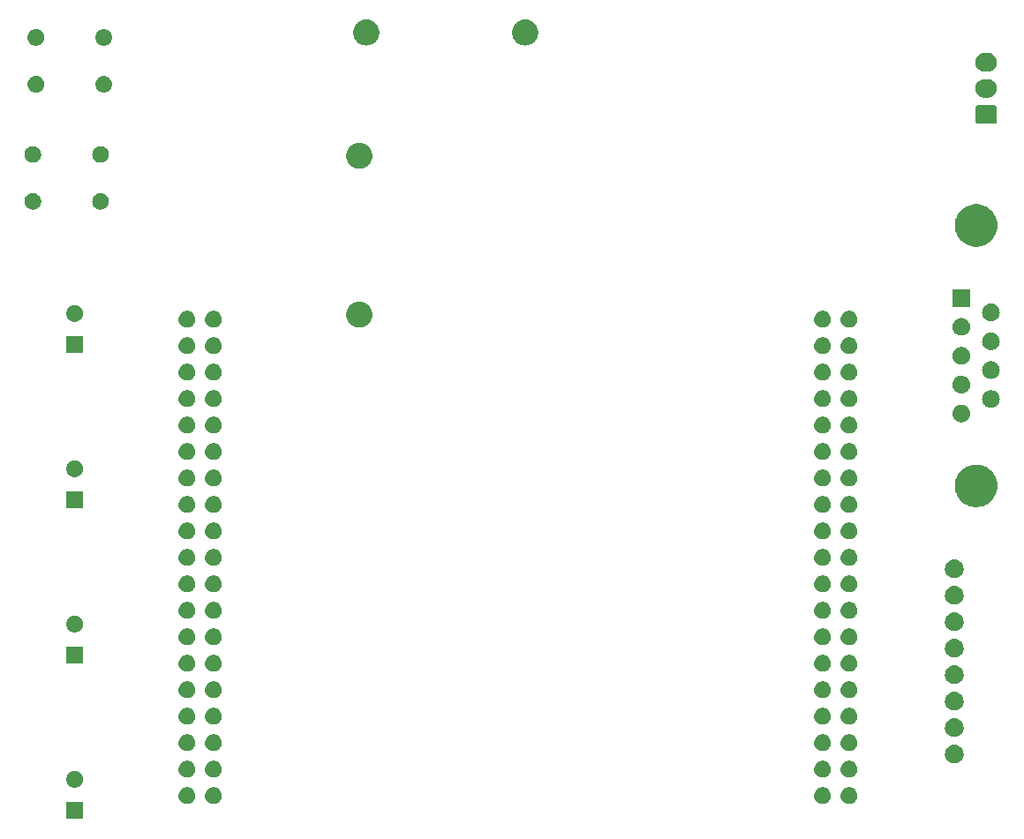
<source format=gts>
G04 #@! TF.GenerationSoftware,KiCad,Pcbnew,8.0.0*
G04 #@! TF.CreationDate,2024-03-28T17:26:01-04:00*
G04 #@! TF.ProjectId,4. New_CANOpen,342e204e-6577-45f4-9341-4e4f70656e2e,rev?*
G04 #@! TF.SameCoordinates,Original*
G04 #@! TF.FileFunction,Soldermask,Top*
G04 #@! TF.FilePolarity,Negative*
%FSLAX46Y46*%
G04 Gerber Fmt 4.6, Leading zero omitted, Abs format (unit mm)*
G04 Created by KiCad (PCBNEW 8.0.0) date 2024-03-28 17:26:01*
%MOMM*%
%LPD*%
G01*
G04 APERTURE LIST*
G04 APERTURE END LIST*
G36*
X42689517Y-138749574D02*
G01*
X42706062Y-138760630D01*
X42717118Y-138777175D01*
X42721000Y-138796692D01*
X42721000Y-140316692D01*
X42717118Y-140336209D01*
X42706062Y-140352754D01*
X42689517Y-140363810D01*
X42670000Y-140367692D01*
X41150000Y-140367692D01*
X41130483Y-140363810D01*
X41113938Y-140352754D01*
X41102882Y-140336209D01*
X41099000Y-140316692D01*
X41099000Y-138796692D01*
X41102882Y-138777175D01*
X41113938Y-138760630D01*
X41130483Y-138749574D01*
X41150000Y-138745692D01*
X42670000Y-138745692D01*
X42689517Y-138749574D01*
G37*
G36*
X52725600Y-137312138D02*
G01*
X52764912Y-137312138D01*
X52809258Y-137321564D01*
X52860910Y-137327384D01*
X52898470Y-137340527D01*
X52931017Y-137347445D01*
X52977917Y-137368326D01*
X53032747Y-137387512D01*
X53061287Y-137405445D01*
X53086155Y-137416517D01*
X53132523Y-137450205D01*
X53186897Y-137484371D01*
X53206423Y-137503897D01*
X53223542Y-137516335D01*
X53265860Y-137563334D01*
X53315629Y-137613103D01*
X53327076Y-137631322D01*
X53337173Y-137642535D01*
X53371716Y-137702365D01*
X53412488Y-137767253D01*
X53417577Y-137781799D01*
X53422084Y-137789604D01*
X53445157Y-137860618D01*
X53472616Y-137939090D01*
X53473657Y-137948331D01*
X53474560Y-137951110D01*
X53482745Y-138028993D01*
X53493000Y-138120000D01*
X53482745Y-138211013D01*
X53474560Y-138288889D01*
X53473657Y-138291666D01*
X53472616Y-138300910D01*
X53445153Y-138379394D01*
X53422084Y-138450395D01*
X53417578Y-138458198D01*
X53412488Y-138472747D01*
X53371709Y-138537645D01*
X53337173Y-138597464D01*
X53327078Y-138608674D01*
X53315629Y-138626897D01*
X53265851Y-138676674D01*
X53223542Y-138723664D01*
X53206427Y-138736098D01*
X53186897Y-138755629D01*
X53132512Y-138789800D01*
X53086155Y-138823482D01*
X53061293Y-138834551D01*
X53032747Y-138852488D01*
X52977906Y-138871677D01*
X52931017Y-138892554D01*
X52898476Y-138899470D01*
X52860910Y-138912616D01*
X52809255Y-138918436D01*
X52764912Y-138927862D01*
X52725600Y-138927862D01*
X52680000Y-138933000D01*
X52634400Y-138927862D01*
X52595088Y-138927862D01*
X52550744Y-138918436D01*
X52499090Y-138912616D01*
X52461524Y-138899471D01*
X52428982Y-138892554D01*
X52382088Y-138871675D01*
X52327253Y-138852488D01*
X52298709Y-138834552D01*
X52273844Y-138823482D01*
X52227479Y-138789796D01*
X52173103Y-138755629D01*
X52153575Y-138736101D01*
X52136457Y-138723664D01*
X52094138Y-138676664D01*
X52044371Y-138626897D01*
X52032923Y-138608678D01*
X52022826Y-138597464D01*
X51988278Y-138537626D01*
X51947512Y-138472747D01*
X51942422Y-138458202D01*
X51937915Y-138450395D01*
X51914832Y-138379354D01*
X51887384Y-138300910D01*
X51886343Y-138291671D01*
X51885439Y-138288889D01*
X51877240Y-138210881D01*
X51867000Y-138120000D01*
X51877239Y-138029125D01*
X51885439Y-137951110D01*
X51886343Y-137948327D01*
X51887384Y-137939090D01*
X51914828Y-137860658D01*
X51937915Y-137789604D01*
X51942423Y-137781794D01*
X51947512Y-137767253D01*
X51988271Y-137702385D01*
X52022826Y-137642535D01*
X52032925Y-137631318D01*
X52044371Y-137613103D01*
X52094130Y-137563343D01*
X52136459Y-137516333D01*
X52153580Y-137503893D01*
X52173103Y-137484371D01*
X52227464Y-137450213D01*
X52273842Y-137416518D01*
X52298713Y-137405444D01*
X52327253Y-137387512D01*
X52382081Y-137368326D01*
X52428983Y-137347445D01*
X52461529Y-137340527D01*
X52499090Y-137327384D01*
X52550741Y-137321564D01*
X52595088Y-137312138D01*
X52634400Y-137312138D01*
X52680000Y-137307000D01*
X52725600Y-137312138D01*
G37*
G36*
X55265600Y-137312138D02*
G01*
X55304912Y-137312138D01*
X55349258Y-137321564D01*
X55400910Y-137327384D01*
X55438470Y-137340527D01*
X55471017Y-137347445D01*
X55517917Y-137368326D01*
X55572747Y-137387512D01*
X55601287Y-137405445D01*
X55626155Y-137416517D01*
X55672523Y-137450205D01*
X55726897Y-137484371D01*
X55746423Y-137503897D01*
X55763542Y-137516335D01*
X55805860Y-137563334D01*
X55855629Y-137613103D01*
X55867076Y-137631322D01*
X55877173Y-137642535D01*
X55911716Y-137702365D01*
X55952488Y-137767253D01*
X55957577Y-137781799D01*
X55962084Y-137789604D01*
X55985157Y-137860618D01*
X56012616Y-137939090D01*
X56013657Y-137948331D01*
X56014560Y-137951110D01*
X56022745Y-138028993D01*
X56033000Y-138120000D01*
X56022745Y-138211013D01*
X56014560Y-138288889D01*
X56013657Y-138291666D01*
X56012616Y-138300910D01*
X55985153Y-138379394D01*
X55962084Y-138450395D01*
X55957578Y-138458198D01*
X55952488Y-138472747D01*
X55911709Y-138537645D01*
X55877173Y-138597464D01*
X55867078Y-138608674D01*
X55855629Y-138626897D01*
X55805851Y-138676674D01*
X55763542Y-138723664D01*
X55746427Y-138736098D01*
X55726897Y-138755629D01*
X55672512Y-138789800D01*
X55626155Y-138823482D01*
X55601293Y-138834551D01*
X55572747Y-138852488D01*
X55517906Y-138871677D01*
X55471017Y-138892554D01*
X55438476Y-138899470D01*
X55400910Y-138912616D01*
X55349255Y-138918436D01*
X55304912Y-138927862D01*
X55265600Y-138927862D01*
X55220000Y-138933000D01*
X55174400Y-138927862D01*
X55135088Y-138927862D01*
X55090744Y-138918436D01*
X55039090Y-138912616D01*
X55001524Y-138899471D01*
X54968982Y-138892554D01*
X54922088Y-138871675D01*
X54867253Y-138852488D01*
X54838709Y-138834552D01*
X54813844Y-138823482D01*
X54767479Y-138789796D01*
X54713103Y-138755629D01*
X54693575Y-138736101D01*
X54676457Y-138723664D01*
X54634138Y-138676664D01*
X54584371Y-138626897D01*
X54572923Y-138608678D01*
X54562826Y-138597464D01*
X54528278Y-138537626D01*
X54487512Y-138472747D01*
X54482422Y-138458202D01*
X54477915Y-138450395D01*
X54454832Y-138379354D01*
X54427384Y-138300910D01*
X54426343Y-138291671D01*
X54425439Y-138288889D01*
X54417240Y-138210881D01*
X54407000Y-138120000D01*
X54417239Y-138029125D01*
X54425439Y-137951110D01*
X54426343Y-137948327D01*
X54427384Y-137939090D01*
X54454828Y-137860658D01*
X54477915Y-137789604D01*
X54482423Y-137781794D01*
X54487512Y-137767253D01*
X54528271Y-137702385D01*
X54562826Y-137642535D01*
X54572925Y-137631318D01*
X54584371Y-137613103D01*
X54634130Y-137563343D01*
X54676459Y-137516333D01*
X54693580Y-137503893D01*
X54713103Y-137484371D01*
X54767464Y-137450213D01*
X54813842Y-137416518D01*
X54838713Y-137405444D01*
X54867253Y-137387512D01*
X54922081Y-137368326D01*
X54968983Y-137347445D01*
X55001529Y-137340527D01*
X55039090Y-137327384D01*
X55090741Y-137321564D01*
X55135088Y-137312138D01*
X55174400Y-137312138D01*
X55220000Y-137307000D01*
X55265600Y-137312138D01*
G37*
G36*
X113685600Y-137312138D02*
G01*
X113724912Y-137312138D01*
X113769258Y-137321564D01*
X113820910Y-137327384D01*
X113858470Y-137340527D01*
X113891017Y-137347445D01*
X113937917Y-137368326D01*
X113992747Y-137387512D01*
X114021287Y-137405445D01*
X114046155Y-137416517D01*
X114092523Y-137450205D01*
X114146897Y-137484371D01*
X114166423Y-137503897D01*
X114183542Y-137516335D01*
X114225860Y-137563334D01*
X114275629Y-137613103D01*
X114287076Y-137631322D01*
X114297173Y-137642535D01*
X114331716Y-137702365D01*
X114372488Y-137767253D01*
X114377577Y-137781799D01*
X114382084Y-137789604D01*
X114405157Y-137860618D01*
X114432616Y-137939090D01*
X114433657Y-137948331D01*
X114434560Y-137951110D01*
X114442745Y-138028993D01*
X114453000Y-138120000D01*
X114442745Y-138211013D01*
X114434560Y-138288889D01*
X114433657Y-138291666D01*
X114432616Y-138300910D01*
X114405153Y-138379394D01*
X114382084Y-138450395D01*
X114377578Y-138458198D01*
X114372488Y-138472747D01*
X114331709Y-138537645D01*
X114297173Y-138597464D01*
X114287078Y-138608674D01*
X114275629Y-138626897D01*
X114225851Y-138676674D01*
X114183542Y-138723664D01*
X114166427Y-138736098D01*
X114146897Y-138755629D01*
X114092512Y-138789800D01*
X114046155Y-138823482D01*
X114021293Y-138834551D01*
X113992747Y-138852488D01*
X113937906Y-138871677D01*
X113891017Y-138892554D01*
X113858476Y-138899470D01*
X113820910Y-138912616D01*
X113769255Y-138918436D01*
X113724912Y-138927862D01*
X113685600Y-138927862D01*
X113640000Y-138933000D01*
X113594400Y-138927862D01*
X113555088Y-138927862D01*
X113510744Y-138918436D01*
X113459090Y-138912616D01*
X113421524Y-138899471D01*
X113388982Y-138892554D01*
X113342088Y-138871675D01*
X113287253Y-138852488D01*
X113258709Y-138834552D01*
X113233844Y-138823482D01*
X113187479Y-138789796D01*
X113133103Y-138755629D01*
X113113575Y-138736101D01*
X113096457Y-138723664D01*
X113054138Y-138676664D01*
X113004371Y-138626897D01*
X112992923Y-138608678D01*
X112982826Y-138597464D01*
X112948278Y-138537626D01*
X112907512Y-138472747D01*
X112902422Y-138458202D01*
X112897915Y-138450395D01*
X112874832Y-138379354D01*
X112847384Y-138300910D01*
X112846343Y-138291671D01*
X112845439Y-138288889D01*
X112837240Y-138210881D01*
X112827000Y-138120000D01*
X112837239Y-138029125D01*
X112845439Y-137951110D01*
X112846343Y-137948327D01*
X112847384Y-137939090D01*
X112874828Y-137860658D01*
X112897915Y-137789604D01*
X112902423Y-137781794D01*
X112907512Y-137767253D01*
X112948271Y-137702385D01*
X112982826Y-137642535D01*
X112992925Y-137631318D01*
X113004371Y-137613103D01*
X113054130Y-137563343D01*
X113096459Y-137516333D01*
X113113580Y-137503893D01*
X113133103Y-137484371D01*
X113187464Y-137450213D01*
X113233842Y-137416518D01*
X113258713Y-137405444D01*
X113287253Y-137387512D01*
X113342081Y-137368326D01*
X113388983Y-137347445D01*
X113421529Y-137340527D01*
X113459090Y-137327384D01*
X113510741Y-137321564D01*
X113555088Y-137312138D01*
X113594400Y-137312138D01*
X113640000Y-137307000D01*
X113685600Y-137312138D01*
G37*
G36*
X116225600Y-137312138D02*
G01*
X116264912Y-137312138D01*
X116309258Y-137321564D01*
X116360910Y-137327384D01*
X116398470Y-137340527D01*
X116431017Y-137347445D01*
X116477917Y-137368326D01*
X116532747Y-137387512D01*
X116561287Y-137405445D01*
X116586155Y-137416517D01*
X116632523Y-137450205D01*
X116686897Y-137484371D01*
X116706423Y-137503897D01*
X116723542Y-137516335D01*
X116765860Y-137563334D01*
X116815629Y-137613103D01*
X116827076Y-137631322D01*
X116837173Y-137642535D01*
X116871716Y-137702365D01*
X116912488Y-137767253D01*
X116917577Y-137781799D01*
X116922084Y-137789604D01*
X116945157Y-137860618D01*
X116972616Y-137939090D01*
X116973657Y-137948331D01*
X116974560Y-137951110D01*
X116982745Y-138028993D01*
X116993000Y-138120000D01*
X116982745Y-138211013D01*
X116974560Y-138288889D01*
X116973657Y-138291666D01*
X116972616Y-138300910D01*
X116945153Y-138379394D01*
X116922084Y-138450395D01*
X116917578Y-138458198D01*
X116912488Y-138472747D01*
X116871709Y-138537645D01*
X116837173Y-138597464D01*
X116827078Y-138608674D01*
X116815629Y-138626897D01*
X116765851Y-138676674D01*
X116723542Y-138723664D01*
X116706427Y-138736098D01*
X116686897Y-138755629D01*
X116632512Y-138789800D01*
X116586155Y-138823482D01*
X116561293Y-138834551D01*
X116532747Y-138852488D01*
X116477906Y-138871677D01*
X116431017Y-138892554D01*
X116398476Y-138899470D01*
X116360910Y-138912616D01*
X116309255Y-138918436D01*
X116264912Y-138927862D01*
X116225600Y-138927862D01*
X116180000Y-138933000D01*
X116134400Y-138927862D01*
X116095088Y-138927862D01*
X116050744Y-138918436D01*
X115999090Y-138912616D01*
X115961524Y-138899471D01*
X115928982Y-138892554D01*
X115882088Y-138871675D01*
X115827253Y-138852488D01*
X115798709Y-138834552D01*
X115773844Y-138823482D01*
X115727479Y-138789796D01*
X115673103Y-138755629D01*
X115653575Y-138736101D01*
X115636457Y-138723664D01*
X115594138Y-138676664D01*
X115544371Y-138626897D01*
X115532923Y-138608678D01*
X115522826Y-138597464D01*
X115488278Y-138537626D01*
X115447512Y-138472747D01*
X115442422Y-138458202D01*
X115437915Y-138450395D01*
X115414832Y-138379354D01*
X115387384Y-138300910D01*
X115386343Y-138291671D01*
X115385439Y-138288889D01*
X115377240Y-138210881D01*
X115367000Y-138120000D01*
X115377239Y-138029125D01*
X115385439Y-137951110D01*
X115386343Y-137948327D01*
X115387384Y-137939090D01*
X115414828Y-137860658D01*
X115437915Y-137789604D01*
X115442423Y-137781794D01*
X115447512Y-137767253D01*
X115488271Y-137702385D01*
X115522826Y-137642535D01*
X115532925Y-137631318D01*
X115544371Y-137613103D01*
X115594130Y-137563343D01*
X115636459Y-137516333D01*
X115653580Y-137503893D01*
X115673103Y-137484371D01*
X115727464Y-137450213D01*
X115773842Y-137416518D01*
X115798713Y-137405444D01*
X115827253Y-137387512D01*
X115882081Y-137368326D01*
X115928983Y-137347445D01*
X115961529Y-137340527D01*
X115999090Y-137327384D01*
X116050741Y-137321564D01*
X116095088Y-137312138D01*
X116134400Y-137312138D01*
X116180000Y-137307000D01*
X116225600Y-137312138D01*
G37*
G36*
X41955513Y-135750821D02*
G01*
X41994700Y-135750821D01*
X42038905Y-135760216D01*
X42090464Y-135766026D01*
X42127953Y-135779143D01*
X42160402Y-135786041D01*
X42207165Y-135806861D01*
X42261880Y-135826007D01*
X42290360Y-135843902D01*
X42315155Y-135854942D01*
X42361394Y-135888536D01*
X42415650Y-135922628D01*
X42435130Y-135942108D01*
X42452204Y-135954513D01*
X42494407Y-136001385D01*
X42544065Y-136051043D01*
X42555489Y-136069225D01*
X42565555Y-136080404D01*
X42599987Y-136140041D01*
X42640686Y-136204813D01*
X42645767Y-136219334D01*
X42650257Y-136227111D01*
X42673246Y-136297865D01*
X42700667Y-136376229D01*
X42701706Y-136385457D01*
X42702604Y-136388219D01*
X42710742Y-136465656D01*
X42721000Y-136556693D01*
X42710742Y-136647736D01*
X42702604Y-136725166D01*
X42701706Y-136727926D01*
X42700667Y-136737157D01*
X42673242Y-136815533D01*
X42650257Y-136886274D01*
X42645768Y-136894048D01*
X42640686Y-136908573D01*
X42599980Y-136973355D01*
X42565555Y-137032981D01*
X42555491Y-137044157D01*
X42544065Y-137062343D01*
X42494398Y-137112009D01*
X42452204Y-137158872D01*
X42435134Y-137171273D01*
X42415650Y-137190758D01*
X42361384Y-137224855D01*
X42315155Y-137258443D01*
X42290366Y-137269479D01*
X42261880Y-137287379D01*
X42207154Y-137306528D01*
X42160402Y-137327344D01*
X42127958Y-137334239D01*
X42090464Y-137347360D01*
X42038902Y-137353169D01*
X41994700Y-137362565D01*
X41955513Y-137362565D01*
X41910000Y-137367693D01*
X41864487Y-137362565D01*
X41825300Y-137362565D01*
X41781096Y-137353169D01*
X41729536Y-137347360D01*
X41692042Y-137334240D01*
X41659597Y-137327344D01*
X41612840Y-137306526D01*
X41558120Y-137287379D01*
X41529636Y-137269481D01*
X41504844Y-137258443D01*
X41458607Y-137224850D01*
X41404350Y-137190758D01*
X41384868Y-137171276D01*
X41367795Y-137158872D01*
X41325591Y-137111999D01*
X41275935Y-137062343D01*
X41264510Y-137044161D01*
X41254444Y-137032981D01*
X41220007Y-136973335D01*
X41179314Y-136908573D01*
X41174233Y-136894052D01*
X41169742Y-136886274D01*
X41146743Y-136815493D01*
X41119333Y-136737157D01*
X41118293Y-136727931D01*
X41117395Y-136725166D01*
X41109243Y-136647604D01*
X41099000Y-136556693D01*
X41109242Y-136465788D01*
X41117395Y-136388219D01*
X41118293Y-136385452D01*
X41119333Y-136376229D01*
X41146739Y-136297905D01*
X41169742Y-136227111D01*
X41174234Y-136219330D01*
X41179314Y-136204813D01*
X41220000Y-136140061D01*
X41254444Y-136080404D01*
X41264512Y-136069221D01*
X41275935Y-136051043D01*
X41325581Y-136001396D01*
X41367794Y-135954514D01*
X41384871Y-135942106D01*
X41404350Y-135922628D01*
X41458601Y-135888539D01*
X41504846Y-135854941D01*
X41529642Y-135843900D01*
X41558120Y-135826007D01*
X41612829Y-135806863D01*
X41659597Y-135786041D01*
X41692048Y-135779143D01*
X41729536Y-135766026D01*
X41781094Y-135760216D01*
X41825300Y-135750821D01*
X41864487Y-135750821D01*
X41910000Y-135745693D01*
X41955513Y-135750821D01*
G37*
G36*
X52725600Y-134772138D02*
G01*
X52764912Y-134772138D01*
X52809258Y-134781564D01*
X52860910Y-134787384D01*
X52898470Y-134800527D01*
X52931017Y-134807445D01*
X52977917Y-134828326D01*
X53032747Y-134847512D01*
X53061287Y-134865445D01*
X53086155Y-134876517D01*
X53132523Y-134910205D01*
X53186897Y-134944371D01*
X53206423Y-134963897D01*
X53223542Y-134976335D01*
X53265860Y-135023334D01*
X53315629Y-135073103D01*
X53327076Y-135091322D01*
X53337173Y-135102535D01*
X53371716Y-135162365D01*
X53412488Y-135227253D01*
X53417577Y-135241799D01*
X53422084Y-135249604D01*
X53445157Y-135320618D01*
X53472616Y-135399090D01*
X53473657Y-135408331D01*
X53474560Y-135411110D01*
X53482745Y-135488993D01*
X53493000Y-135580000D01*
X53482745Y-135671013D01*
X53474560Y-135748889D01*
X53473657Y-135751666D01*
X53472616Y-135760910D01*
X53445153Y-135839394D01*
X53422084Y-135910395D01*
X53417578Y-135918198D01*
X53412488Y-135932747D01*
X53371709Y-135997645D01*
X53337173Y-136057464D01*
X53327078Y-136068674D01*
X53315629Y-136086897D01*
X53265851Y-136136674D01*
X53223542Y-136183664D01*
X53206427Y-136196098D01*
X53186897Y-136215629D01*
X53132512Y-136249800D01*
X53086155Y-136283482D01*
X53061293Y-136294551D01*
X53032747Y-136312488D01*
X52977906Y-136331677D01*
X52931017Y-136352554D01*
X52898476Y-136359470D01*
X52860910Y-136372616D01*
X52809255Y-136378436D01*
X52764912Y-136387862D01*
X52725600Y-136387862D01*
X52680000Y-136393000D01*
X52634400Y-136387862D01*
X52595088Y-136387862D01*
X52550744Y-136378436D01*
X52499090Y-136372616D01*
X52461524Y-136359471D01*
X52428982Y-136352554D01*
X52382088Y-136331675D01*
X52327253Y-136312488D01*
X52298709Y-136294552D01*
X52273844Y-136283482D01*
X52227479Y-136249796D01*
X52173103Y-136215629D01*
X52153575Y-136196101D01*
X52136457Y-136183664D01*
X52094138Y-136136664D01*
X52044371Y-136086897D01*
X52032923Y-136068678D01*
X52022826Y-136057464D01*
X51988278Y-135997626D01*
X51947512Y-135932747D01*
X51942422Y-135918202D01*
X51937915Y-135910395D01*
X51914832Y-135839354D01*
X51887384Y-135760910D01*
X51886343Y-135751671D01*
X51885439Y-135748889D01*
X51877240Y-135670881D01*
X51867000Y-135580000D01*
X51877239Y-135489125D01*
X51885439Y-135411110D01*
X51886343Y-135408327D01*
X51887384Y-135399090D01*
X51914828Y-135320658D01*
X51937915Y-135249604D01*
X51942423Y-135241794D01*
X51947512Y-135227253D01*
X51988271Y-135162385D01*
X52022826Y-135102535D01*
X52032925Y-135091318D01*
X52044371Y-135073103D01*
X52094130Y-135023343D01*
X52136459Y-134976333D01*
X52153580Y-134963893D01*
X52173103Y-134944371D01*
X52227464Y-134910213D01*
X52273842Y-134876518D01*
X52298713Y-134865444D01*
X52327253Y-134847512D01*
X52382081Y-134828326D01*
X52428983Y-134807445D01*
X52461529Y-134800527D01*
X52499090Y-134787384D01*
X52550741Y-134781564D01*
X52595088Y-134772138D01*
X52634400Y-134772138D01*
X52680000Y-134767000D01*
X52725600Y-134772138D01*
G37*
G36*
X55265600Y-134772138D02*
G01*
X55304912Y-134772138D01*
X55349258Y-134781564D01*
X55400910Y-134787384D01*
X55438470Y-134800527D01*
X55471017Y-134807445D01*
X55517917Y-134828326D01*
X55572747Y-134847512D01*
X55601287Y-134865445D01*
X55626155Y-134876517D01*
X55672523Y-134910205D01*
X55726897Y-134944371D01*
X55746423Y-134963897D01*
X55763542Y-134976335D01*
X55805860Y-135023334D01*
X55855629Y-135073103D01*
X55867076Y-135091322D01*
X55877173Y-135102535D01*
X55911716Y-135162365D01*
X55952488Y-135227253D01*
X55957577Y-135241799D01*
X55962084Y-135249604D01*
X55985157Y-135320618D01*
X56012616Y-135399090D01*
X56013657Y-135408331D01*
X56014560Y-135411110D01*
X56022745Y-135488993D01*
X56033000Y-135580000D01*
X56022745Y-135671013D01*
X56014560Y-135748889D01*
X56013657Y-135751666D01*
X56012616Y-135760910D01*
X55985153Y-135839394D01*
X55962084Y-135910395D01*
X55957578Y-135918198D01*
X55952488Y-135932747D01*
X55911709Y-135997645D01*
X55877173Y-136057464D01*
X55867078Y-136068674D01*
X55855629Y-136086897D01*
X55805851Y-136136674D01*
X55763542Y-136183664D01*
X55746427Y-136196098D01*
X55726897Y-136215629D01*
X55672512Y-136249800D01*
X55626155Y-136283482D01*
X55601293Y-136294551D01*
X55572747Y-136312488D01*
X55517906Y-136331677D01*
X55471017Y-136352554D01*
X55438476Y-136359470D01*
X55400910Y-136372616D01*
X55349255Y-136378436D01*
X55304912Y-136387862D01*
X55265600Y-136387862D01*
X55220000Y-136393000D01*
X55174400Y-136387862D01*
X55135088Y-136387862D01*
X55090744Y-136378436D01*
X55039090Y-136372616D01*
X55001524Y-136359471D01*
X54968982Y-136352554D01*
X54922088Y-136331675D01*
X54867253Y-136312488D01*
X54838709Y-136294552D01*
X54813844Y-136283482D01*
X54767479Y-136249796D01*
X54713103Y-136215629D01*
X54693575Y-136196101D01*
X54676457Y-136183664D01*
X54634138Y-136136664D01*
X54584371Y-136086897D01*
X54572923Y-136068678D01*
X54562826Y-136057464D01*
X54528278Y-135997626D01*
X54487512Y-135932747D01*
X54482422Y-135918202D01*
X54477915Y-135910395D01*
X54454832Y-135839354D01*
X54427384Y-135760910D01*
X54426343Y-135751671D01*
X54425439Y-135748889D01*
X54417240Y-135670881D01*
X54407000Y-135580000D01*
X54417239Y-135489125D01*
X54425439Y-135411110D01*
X54426343Y-135408327D01*
X54427384Y-135399090D01*
X54454828Y-135320658D01*
X54477915Y-135249604D01*
X54482423Y-135241794D01*
X54487512Y-135227253D01*
X54528271Y-135162385D01*
X54562826Y-135102535D01*
X54572925Y-135091318D01*
X54584371Y-135073103D01*
X54634130Y-135023343D01*
X54676459Y-134976333D01*
X54693580Y-134963893D01*
X54713103Y-134944371D01*
X54767464Y-134910213D01*
X54813842Y-134876518D01*
X54838713Y-134865444D01*
X54867253Y-134847512D01*
X54922081Y-134828326D01*
X54968983Y-134807445D01*
X55001529Y-134800527D01*
X55039090Y-134787384D01*
X55090741Y-134781564D01*
X55135088Y-134772138D01*
X55174400Y-134772138D01*
X55220000Y-134767000D01*
X55265600Y-134772138D01*
G37*
G36*
X113685600Y-134772138D02*
G01*
X113724912Y-134772138D01*
X113769258Y-134781564D01*
X113820910Y-134787384D01*
X113858470Y-134800527D01*
X113891017Y-134807445D01*
X113937917Y-134828326D01*
X113992747Y-134847512D01*
X114021287Y-134865445D01*
X114046155Y-134876517D01*
X114092523Y-134910205D01*
X114146897Y-134944371D01*
X114166423Y-134963897D01*
X114183542Y-134976335D01*
X114225860Y-135023334D01*
X114275629Y-135073103D01*
X114287076Y-135091322D01*
X114297173Y-135102535D01*
X114331716Y-135162365D01*
X114372488Y-135227253D01*
X114377577Y-135241799D01*
X114382084Y-135249604D01*
X114405157Y-135320618D01*
X114432616Y-135399090D01*
X114433657Y-135408331D01*
X114434560Y-135411110D01*
X114442745Y-135488993D01*
X114453000Y-135580000D01*
X114442745Y-135671013D01*
X114434560Y-135748889D01*
X114433657Y-135751666D01*
X114432616Y-135760910D01*
X114405153Y-135839394D01*
X114382084Y-135910395D01*
X114377578Y-135918198D01*
X114372488Y-135932747D01*
X114331709Y-135997645D01*
X114297173Y-136057464D01*
X114287078Y-136068674D01*
X114275629Y-136086897D01*
X114225851Y-136136674D01*
X114183542Y-136183664D01*
X114166427Y-136196098D01*
X114146897Y-136215629D01*
X114092512Y-136249800D01*
X114046155Y-136283482D01*
X114021293Y-136294551D01*
X113992747Y-136312488D01*
X113937906Y-136331677D01*
X113891017Y-136352554D01*
X113858476Y-136359470D01*
X113820910Y-136372616D01*
X113769255Y-136378436D01*
X113724912Y-136387862D01*
X113685600Y-136387862D01*
X113640000Y-136393000D01*
X113594400Y-136387862D01*
X113555088Y-136387862D01*
X113510744Y-136378436D01*
X113459090Y-136372616D01*
X113421524Y-136359471D01*
X113388982Y-136352554D01*
X113342088Y-136331675D01*
X113287253Y-136312488D01*
X113258709Y-136294552D01*
X113233844Y-136283482D01*
X113187479Y-136249796D01*
X113133103Y-136215629D01*
X113113575Y-136196101D01*
X113096457Y-136183664D01*
X113054138Y-136136664D01*
X113004371Y-136086897D01*
X112992923Y-136068678D01*
X112982826Y-136057464D01*
X112948278Y-135997626D01*
X112907512Y-135932747D01*
X112902422Y-135918202D01*
X112897915Y-135910395D01*
X112874832Y-135839354D01*
X112847384Y-135760910D01*
X112846343Y-135751671D01*
X112845439Y-135748889D01*
X112837240Y-135670881D01*
X112827000Y-135580000D01*
X112837239Y-135489125D01*
X112845439Y-135411110D01*
X112846343Y-135408327D01*
X112847384Y-135399090D01*
X112874828Y-135320658D01*
X112897915Y-135249604D01*
X112902423Y-135241794D01*
X112907512Y-135227253D01*
X112948271Y-135162385D01*
X112982826Y-135102535D01*
X112992925Y-135091318D01*
X113004371Y-135073103D01*
X113054130Y-135023343D01*
X113096459Y-134976333D01*
X113113580Y-134963893D01*
X113133103Y-134944371D01*
X113187464Y-134910213D01*
X113233842Y-134876518D01*
X113258713Y-134865444D01*
X113287253Y-134847512D01*
X113342081Y-134828326D01*
X113388983Y-134807445D01*
X113421529Y-134800527D01*
X113459090Y-134787384D01*
X113510741Y-134781564D01*
X113555088Y-134772138D01*
X113594400Y-134772138D01*
X113640000Y-134767000D01*
X113685600Y-134772138D01*
G37*
G36*
X116225600Y-134772138D02*
G01*
X116264912Y-134772138D01*
X116309258Y-134781564D01*
X116360910Y-134787384D01*
X116398470Y-134800527D01*
X116431017Y-134807445D01*
X116477917Y-134828326D01*
X116532747Y-134847512D01*
X116561287Y-134865445D01*
X116586155Y-134876517D01*
X116632523Y-134910205D01*
X116686897Y-134944371D01*
X116706423Y-134963897D01*
X116723542Y-134976335D01*
X116765860Y-135023334D01*
X116815629Y-135073103D01*
X116827076Y-135091322D01*
X116837173Y-135102535D01*
X116871716Y-135162365D01*
X116912488Y-135227253D01*
X116917577Y-135241799D01*
X116922084Y-135249604D01*
X116945157Y-135320618D01*
X116972616Y-135399090D01*
X116973657Y-135408331D01*
X116974560Y-135411110D01*
X116982745Y-135488993D01*
X116993000Y-135580000D01*
X116982745Y-135671013D01*
X116974560Y-135748889D01*
X116973657Y-135751666D01*
X116972616Y-135760910D01*
X116945153Y-135839394D01*
X116922084Y-135910395D01*
X116917578Y-135918198D01*
X116912488Y-135932747D01*
X116871709Y-135997645D01*
X116837173Y-136057464D01*
X116827078Y-136068674D01*
X116815629Y-136086897D01*
X116765851Y-136136674D01*
X116723542Y-136183664D01*
X116706427Y-136196098D01*
X116686897Y-136215629D01*
X116632512Y-136249800D01*
X116586155Y-136283482D01*
X116561293Y-136294551D01*
X116532747Y-136312488D01*
X116477906Y-136331677D01*
X116431017Y-136352554D01*
X116398476Y-136359470D01*
X116360910Y-136372616D01*
X116309255Y-136378436D01*
X116264912Y-136387862D01*
X116225600Y-136387862D01*
X116180000Y-136393000D01*
X116134400Y-136387862D01*
X116095088Y-136387862D01*
X116050744Y-136378436D01*
X115999090Y-136372616D01*
X115961524Y-136359471D01*
X115928982Y-136352554D01*
X115882088Y-136331675D01*
X115827253Y-136312488D01*
X115798709Y-136294552D01*
X115773844Y-136283482D01*
X115727479Y-136249796D01*
X115673103Y-136215629D01*
X115653575Y-136196101D01*
X115636457Y-136183664D01*
X115594138Y-136136664D01*
X115544371Y-136086897D01*
X115532923Y-136068678D01*
X115522826Y-136057464D01*
X115488278Y-135997626D01*
X115447512Y-135932747D01*
X115442422Y-135918202D01*
X115437915Y-135910395D01*
X115414832Y-135839354D01*
X115387384Y-135760910D01*
X115386343Y-135751671D01*
X115385439Y-135748889D01*
X115377240Y-135670881D01*
X115367000Y-135580000D01*
X115377239Y-135489125D01*
X115385439Y-135411110D01*
X115386343Y-135408327D01*
X115387384Y-135399090D01*
X115414828Y-135320658D01*
X115437915Y-135249604D01*
X115442423Y-135241794D01*
X115447512Y-135227253D01*
X115488271Y-135162385D01*
X115522826Y-135102535D01*
X115532925Y-135091318D01*
X115544371Y-135073103D01*
X115594130Y-135023343D01*
X115636459Y-134976333D01*
X115653580Y-134963893D01*
X115673103Y-134944371D01*
X115727464Y-134910213D01*
X115773842Y-134876518D01*
X115798713Y-134865444D01*
X115827253Y-134847512D01*
X115882081Y-134828326D01*
X115928983Y-134807445D01*
X115961529Y-134800527D01*
X115999090Y-134787384D01*
X116050741Y-134781564D01*
X116095088Y-134772138D01*
X116134400Y-134772138D01*
X116180000Y-134767000D01*
X116225600Y-134772138D01*
G37*
G36*
X126323983Y-133233936D02*
G01*
X126374180Y-133233936D01*
X126417524Y-133243149D01*
X126455659Y-133246905D01*
X126503566Y-133261437D01*
X126558424Y-133273098D01*
X126593530Y-133288728D01*
X126624566Y-133298143D01*
X126673884Y-133324504D01*
X126730500Y-133349711D01*
X126756822Y-133368835D01*
X126780232Y-133381348D01*
X126827988Y-133420540D01*
X126882887Y-133460427D01*
X126900711Y-133480223D01*
X126916675Y-133493324D01*
X126959572Y-133545594D01*
X127008924Y-133600405D01*
X127019292Y-133618363D01*
X127028651Y-133629767D01*
X127063273Y-133694542D01*
X127103104Y-133763530D01*
X127107685Y-133777630D01*
X127111856Y-133785433D01*
X127134852Y-133861242D01*
X127161311Y-133942672D01*
X127162242Y-133951532D01*
X127163094Y-133954340D01*
X127171384Y-134038513D01*
X127181000Y-134130000D01*
X127171383Y-134221494D01*
X127163094Y-134305659D01*
X127162242Y-134308466D01*
X127161311Y-134317328D01*
X127134848Y-134398771D01*
X127111856Y-134474566D01*
X127107686Y-134482366D01*
X127103104Y-134496470D01*
X127063266Y-134565470D01*
X127028651Y-134630232D01*
X127019294Y-134641633D01*
X127008924Y-134659595D01*
X126959563Y-134714415D01*
X126916675Y-134766675D01*
X126900714Y-134779773D01*
X126882887Y-134799573D01*
X126827977Y-134839467D01*
X126780232Y-134878651D01*
X126756827Y-134891161D01*
X126730500Y-134910289D01*
X126673873Y-134935500D01*
X126624566Y-134961856D01*
X126593537Y-134971268D01*
X126558424Y-134986902D01*
X126503555Y-134998564D01*
X126455659Y-135013094D01*
X126417532Y-135016849D01*
X126374180Y-135026064D01*
X126323973Y-135026064D01*
X126280000Y-135030395D01*
X126236027Y-135026064D01*
X126185820Y-135026064D01*
X126142467Y-135016849D01*
X126104340Y-135013094D01*
X126056441Y-134998563D01*
X126001576Y-134986902D01*
X125966464Y-134971269D01*
X125935433Y-134961856D01*
X125886120Y-134935498D01*
X125829500Y-134910289D01*
X125803175Y-134891163D01*
X125779767Y-134878651D01*
X125732013Y-134839460D01*
X125677113Y-134799573D01*
X125659287Y-134779776D01*
X125643324Y-134766675D01*
X125600425Y-134714402D01*
X125551076Y-134659595D01*
X125540708Y-134641637D01*
X125531348Y-134630232D01*
X125496719Y-134565447D01*
X125456896Y-134496470D01*
X125452315Y-134482371D01*
X125448143Y-134474566D01*
X125425136Y-134398725D01*
X125398689Y-134317328D01*
X125397758Y-134308471D01*
X125396905Y-134305659D01*
X125388600Y-134221342D01*
X125379000Y-134130000D01*
X125388599Y-134038664D01*
X125396905Y-133954340D01*
X125397758Y-133951527D01*
X125398689Y-133942672D01*
X125425132Y-133861288D01*
X125448143Y-133785433D01*
X125452315Y-133777626D01*
X125456896Y-133763530D01*
X125496712Y-133694565D01*
X125531348Y-133629767D01*
X125540710Y-133618359D01*
X125551076Y-133600405D01*
X125600416Y-133545607D01*
X125643324Y-133493324D01*
X125659291Y-133480219D01*
X125677113Y-133460427D01*
X125732002Y-133420546D01*
X125779767Y-133381348D01*
X125803180Y-133368833D01*
X125829500Y-133349711D01*
X125886109Y-133324506D01*
X125935433Y-133298143D01*
X125966471Y-133288727D01*
X126001576Y-133273098D01*
X126056430Y-133261438D01*
X126104340Y-133246905D01*
X126142476Y-133243148D01*
X126185820Y-133233936D01*
X126236016Y-133233936D01*
X126280000Y-133229604D01*
X126323983Y-133233936D01*
G37*
G36*
X52725600Y-132232138D02*
G01*
X52764912Y-132232138D01*
X52809258Y-132241564D01*
X52860910Y-132247384D01*
X52898470Y-132260527D01*
X52931017Y-132267445D01*
X52977917Y-132288326D01*
X53032747Y-132307512D01*
X53061287Y-132325445D01*
X53086155Y-132336517D01*
X53132523Y-132370205D01*
X53186897Y-132404371D01*
X53206423Y-132423897D01*
X53223542Y-132436335D01*
X53265860Y-132483334D01*
X53315629Y-132533103D01*
X53327076Y-132551322D01*
X53337173Y-132562535D01*
X53371716Y-132622365D01*
X53412488Y-132687253D01*
X53417577Y-132701799D01*
X53422084Y-132709604D01*
X53445157Y-132780618D01*
X53472616Y-132859090D01*
X53473657Y-132868331D01*
X53474560Y-132871110D01*
X53482745Y-132948993D01*
X53493000Y-133040000D01*
X53482745Y-133131013D01*
X53474560Y-133208889D01*
X53473657Y-133211666D01*
X53472616Y-133220910D01*
X53445153Y-133299394D01*
X53422084Y-133370395D01*
X53417578Y-133378198D01*
X53412488Y-133392747D01*
X53371709Y-133457645D01*
X53337173Y-133517464D01*
X53327078Y-133528674D01*
X53315629Y-133546897D01*
X53265851Y-133596674D01*
X53223542Y-133643664D01*
X53206427Y-133656098D01*
X53186897Y-133675629D01*
X53132512Y-133709800D01*
X53086155Y-133743482D01*
X53061293Y-133754551D01*
X53032747Y-133772488D01*
X52977906Y-133791677D01*
X52931017Y-133812554D01*
X52898476Y-133819470D01*
X52860910Y-133832616D01*
X52809255Y-133838436D01*
X52764912Y-133847862D01*
X52725600Y-133847862D01*
X52680000Y-133853000D01*
X52634400Y-133847862D01*
X52595088Y-133847862D01*
X52550744Y-133838436D01*
X52499090Y-133832616D01*
X52461524Y-133819471D01*
X52428982Y-133812554D01*
X52382088Y-133791675D01*
X52327253Y-133772488D01*
X52298709Y-133754552D01*
X52273844Y-133743482D01*
X52227479Y-133709796D01*
X52173103Y-133675629D01*
X52153575Y-133656101D01*
X52136457Y-133643664D01*
X52094138Y-133596664D01*
X52044371Y-133546897D01*
X52032923Y-133528678D01*
X52022826Y-133517464D01*
X51988278Y-133457626D01*
X51947512Y-133392747D01*
X51942422Y-133378202D01*
X51937915Y-133370395D01*
X51914832Y-133299354D01*
X51887384Y-133220910D01*
X51886343Y-133211671D01*
X51885439Y-133208889D01*
X51877240Y-133130881D01*
X51867000Y-133040000D01*
X51877239Y-132949125D01*
X51885439Y-132871110D01*
X51886343Y-132868327D01*
X51887384Y-132859090D01*
X51914828Y-132780658D01*
X51937915Y-132709604D01*
X51942423Y-132701794D01*
X51947512Y-132687253D01*
X51988271Y-132622385D01*
X52022826Y-132562535D01*
X52032925Y-132551318D01*
X52044371Y-132533103D01*
X52094130Y-132483343D01*
X52136459Y-132436333D01*
X52153580Y-132423893D01*
X52173103Y-132404371D01*
X52227464Y-132370213D01*
X52273842Y-132336518D01*
X52298713Y-132325444D01*
X52327253Y-132307512D01*
X52382081Y-132288326D01*
X52428983Y-132267445D01*
X52461529Y-132260527D01*
X52499090Y-132247384D01*
X52550741Y-132241564D01*
X52595088Y-132232138D01*
X52634400Y-132232138D01*
X52680000Y-132227000D01*
X52725600Y-132232138D01*
G37*
G36*
X55265600Y-132232138D02*
G01*
X55304912Y-132232138D01*
X55349258Y-132241564D01*
X55400910Y-132247384D01*
X55438470Y-132260527D01*
X55471017Y-132267445D01*
X55517917Y-132288326D01*
X55572747Y-132307512D01*
X55601287Y-132325445D01*
X55626155Y-132336517D01*
X55672523Y-132370205D01*
X55726897Y-132404371D01*
X55746423Y-132423897D01*
X55763542Y-132436335D01*
X55805860Y-132483334D01*
X55855629Y-132533103D01*
X55867076Y-132551322D01*
X55877173Y-132562535D01*
X55911716Y-132622365D01*
X55952488Y-132687253D01*
X55957577Y-132701799D01*
X55962084Y-132709604D01*
X55985157Y-132780618D01*
X56012616Y-132859090D01*
X56013657Y-132868331D01*
X56014560Y-132871110D01*
X56022745Y-132948993D01*
X56033000Y-133040000D01*
X56022745Y-133131013D01*
X56014560Y-133208889D01*
X56013657Y-133211666D01*
X56012616Y-133220910D01*
X55985153Y-133299394D01*
X55962084Y-133370395D01*
X55957578Y-133378198D01*
X55952488Y-133392747D01*
X55911709Y-133457645D01*
X55877173Y-133517464D01*
X55867078Y-133528674D01*
X55855629Y-133546897D01*
X55805851Y-133596674D01*
X55763542Y-133643664D01*
X55746427Y-133656098D01*
X55726897Y-133675629D01*
X55672512Y-133709800D01*
X55626155Y-133743482D01*
X55601293Y-133754551D01*
X55572747Y-133772488D01*
X55517906Y-133791677D01*
X55471017Y-133812554D01*
X55438476Y-133819470D01*
X55400910Y-133832616D01*
X55349255Y-133838436D01*
X55304912Y-133847862D01*
X55265600Y-133847862D01*
X55220000Y-133853000D01*
X55174400Y-133847862D01*
X55135088Y-133847862D01*
X55090744Y-133838436D01*
X55039090Y-133832616D01*
X55001524Y-133819471D01*
X54968982Y-133812554D01*
X54922088Y-133791675D01*
X54867253Y-133772488D01*
X54838709Y-133754552D01*
X54813844Y-133743482D01*
X54767479Y-133709796D01*
X54713103Y-133675629D01*
X54693575Y-133656101D01*
X54676457Y-133643664D01*
X54634138Y-133596664D01*
X54584371Y-133546897D01*
X54572923Y-133528678D01*
X54562826Y-133517464D01*
X54528278Y-133457626D01*
X54487512Y-133392747D01*
X54482422Y-133378202D01*
X54477915Y-133370395D01*
X54454832Y-133299354D01*
X54427384Y-133220910D01*
X54426343Y-133211671D01*
X54425439Y-133208889D01*
X54417240Y-133130881D01*
X54407000Y-133040000D01*
X54417239Y-132949125D01*
X54425439Y-132871110D01*
X54426343Y-132868327D01*
X54427384Y-132859090D01*
X54454828Y-132780658D01*
X54477915Y-132709604D01*
X54482423Y-132701794D01*
X54487512Y-132687253D01*
X54528271Y-132622385D01*
X54562826Y-132562535D01*
X54572925Y-132551318D01*
X54584371Y-132533103D01*
X54634130Y-132483343D01*
X54676459Y-132436333D01*
X54693580Y-132423893D01*
X54713103Y-132404371D01*
X54767464Y-132370213D01*
X54813842Y-132336518D01*
X54838713Y-132325444D01*
X54867253Y-132307512D01*
X54922081Y-132288326D01*
X54968983Y-132267445D01*
X55001529Y-132260527D01*
X55039090Y-132247384D01*
X55090741Y-132241564D01*
X55135088Y-132232138D01*
X55174400Y-132232138D01*
X55220000Y-132227000D01*
X55265600Y-132232138D01*
G37*
G36*
X113685600Y-132232138D02*
G01*
X113724912Y-132232138D01*
X113769258Y-132241564D01*
X113820910Y-132247384D01*
X113858470Y-132260527D01*
X113891017Y-132267445D01*
X113937917Y-132288326D01*
X113992747Y-132307512D01*
X114021287Y-132325445D01*
X114046155Y-132336517D01*
X114092523Y-132370205D01*
X114146897Y-132404371D01*
X114166423Y-132423897D01*
X114183542Y-132436335D01*
X114225860Y-132483334D01*
X114275629Y-132533103D01*
X114287076Y-132551322D01*
X114297173Y-132562535D01*
X114331716Y-132622365D01*
X114372488Y-132687253D01*
X114377577Y-132701799D01*
X114382084Y-132709604D01*
X114405157Y-132780618D01*
X114432616Y-132859090D01*
X114433657Y-132868331D01*
X114434560Y-132871110D01*
X114442745Y-132948993D01*
X114453000Y-133040000D01*
X114442745Y-133131013D01*
X114434560Y-133208889D01*
X114433657Y-133211666D01*
X114432616Y-133220910D01*
X114405153Y-133299394D01*
X114382084Y-133370395D01*
X114377578Y-133378198D01*
X114372488Y-133392747D01*
X114331709Y-133457645D01*
X114297173Y-133517464D01*
X114287078Y-133528674D01*
X114275629Y-133546897D01*
X114225851Y-133596674D01*
X114183542Y-133643664D01*
X114166427Y-133656098D01*
X114146897Y-133675629D01*
X114092512Y-133709800D01*
X114046155Y-133743482D01*
X114021293Y-133754551D01*
X113992747Y-133772488D01*
X113937906Y-133791677D01*
X113891017Y-133812554D01*
X113858476Y-133819470D01*
X113820910Y-133832616D01*
X113769255Y-133838436D01*
X113724912Y-133847862D01*
X113685600Y-133847862D01*
X113640000Y-133853000D01*
X113594400Y-133847862D01*
X113555088Y-133847862D01*
X113510744Y-133838436D01*
X113459090Y-133832616D01*
X113421524Y-133819471D01*
X113388982Y-133812554D01*
X113342088Y-133791675D01*
X113287253Y-133772488D01*
X113258709Y-133754552D01*
X113233844Y-133743482D01*
X113187479Y-133709796D01*
X113133103Y-133675629D01*
X113113575Y-133656101D01*
X113096457Y-133643664D01*
X113054138Y-133596664D01*
X113004371Y-133546897D01*
X112992923Y-133528678D01*
X112982826Y-133517464D01*
X112948278Y-133457626D01*
X112907512Y-133392747D01*
X112902422Y-133378202D01*
X112897915Y-133370395D01*
X112874832Y-133299354D01*
X112847384Y-133220910D01*
X112846343Y-133211671D01*
X112845439Y-133208889D01*
X112837240Y-133130881D01*
X112827000Y-133040000D01*
X112837239Y-132949125D01*
X112845439Y-132871110D01*
X112846343Y-132868327D01*
X112847384Y-132859090D01*
X112874828Y-132780658D01*
X112897915Y-132709604D01*
X112902423Y-132701794D01*
X112907512Y-132687253D01*
X112948271Y-132622385D01*
X112982826Y-132562535D01*
X112992925Y-132551318D01*
X113004371Y-132533103D01*
X113054130Y-132483343D01*
X113096459Y-132436333D01*
X113113580Y-132423893D01*
X113133103Y-132404371D01*
X113187464Y-132370213D01*
X113233842Y-132336518D01*
X113258713Y-132325444D01*
X113287253Y-132307512D01*
X113342081Y-132288326D01*
X113388983Y-132267445D01*
X113421529Y-132260527D01*
X113459090Y-132247384D01*
X113510741Y-132241564D01*
X113555088Y-132232138D01*
X113594400Y-132232138D01*
X113640000Y-132227000D01*
X113685600Y-132232138D01*
G37*
G36*
X116225600Y-132232138D02*
G01*
X116264912Y-132232138D01*
X116309258Y-132241564D01*
X116360910Y-132247384D01*
X116398470Y-132260527D01*
X116431017Y-132267445D01*
X116477917Y-132288326D01*
X116532747Y-132307512D01*
X116561287Y-132325445D01*
X116586155Y-132336517D01*
X116632523Y-132370205D01*
X116686897Y-132404371D01*
X116706423Y-132423897D01*
X116723542Y-132436335D01*
X116765860Y-132483334D01*
X116815629Y-132533103D01*
X116827076Y-132551322D01*
X116837173Y-132562535D01*
X116871716Y-132622365D01*
X116912488Y-132687253D01*
X116917577Y-132701799D01*
X116922084Y-132709604D01*
X116945157Y-132780618D01*
X116972616Y-132859090D01*
X116973657Y-132868331D01*
X116974560Y-132871110D01*
X116982745Y-132948993D01*
X116993000Y-133040000D01*
X116982745Y-133131013D01*
X116974560Y-133208889D01*
X116973657Y-133211666D01*
X116972616Y-133220910D01*
X116945153Y-133299394D01*
X116922084Y-133370395D01*
X116917578Y-133378198D01*
X116912488Y-133392747D01*
X116871709Y-133457645D01*
X116837173Y-133517464D01*
X116827078Y-133528674D01*
X116815629Y-133546897D01*
X116765851Y-133596674D01*
X116723542Y-133643664D01*
X116706427Y-133656098D01*
X116686897Y-133675629D01*
X116632512Y-133709800D01*
X116586155Y-133743482D01*
X116561293Y-133754551D01*
X116532747Y-133772488D01*
X116477906Y-133791677D01*
X116431017Y-133812554D01*
X116398476Y-133819470D01*
X116360910Y-133832616D01*
X116309255Y-133838436D01*
X116264912Y-133847862D01*
X116225600Y-133847862D01*
X116180000Y-133853000D01*
X116134400Y-133847862D01*
X116095088Y-133847862D01*
X116050744Y-133838436D01*
X115999090Y-133832616D01*
X115961524Y-133819471D01*
X115928982Y-133812554D01*
X115882088Y-133791675D01*
X115827253Y-133772488D01*
X115798709Y-133754552D01*
X115773844Y-133743482D01*
X115727479Y-133709796D01*
X115673103Y-133675629D01*
X115653575Y-133656101D01*
X115636457Y-133643664D01*
X115594138Y-133596664D01*
X115544371Y-133546897D01*
X115532923Y-133528678D01*
X115522826Y-133517464D01*
X115488278Y-133457626D01*
X115447512Y-133392747D01*
X115442422Y-133378202D01*
X115437915Y-133370395D01*
X115414832Y-133299354D01*
X115387384Y-133220910D01*
X115386343Y-133211671D01*
X115385439Y-133208889D01*
X115377240Y-133130881D01*
X115367000Y-133040000D01*
X115377239Y-132949125D01*
X115385439Y-132871110D01*
X115386343Y-132868327D01*
X115387384Y-132859090D01*
X115414828Y-132780658D01*
X115437915Y-132709604D01*
X115442423Y-132701794D01*
X115447512Y-132687253D01*
X115488271Y-132622385D01*
X115522826Y-132562535D01*
X115532925Y-132551318D01*
X115544371Y-132533103D01*
X115594130Y-132483343D01*
X115636459Y-132436333D01*
X115653580Y-132423893D01*
X115673103Y-132404371D01*
X115727464Y-132370213D01*
X115773842Y-132336518D01*
X115798713Y-132325444D01*
X115827253Y-132307512D01*
X115882081Y-132288326D01*
X115928983Y-132267445D01*
X115961529Y-132260527D01*
X115999090Y-132247384D01*
X116050741Y-132241564D01*
X116095088Y-132232138D01*
X116134400Y-132232138D01*
X116180000Y-132227000D01*
X116225600Y-132232138D01*
G37*
G36*
X126323983Y-130693936D02*
G01*
X126374180Y-130693936D01*
X126417524Y-130703149D01*
X126455659Y-130706905D01*
X126503566Y-130721437D01*
X126558424Y-130733098D01*
X126593530Y-130748728D01*
X126624566Y-130758143D01*
X126673884Y-130784504D01*
X126730500Y-130809711D01*
X126756822Y-130828835D01*
X126780232Y-130841348D01*
X126827988Y-130880540D01*
X126882887Y-130920427D01*
X126900711Y-130940223D01*
X126916675Y-130953324D01*
X126959572Y-131005594D01*
X127008924Y-131060405D01*
X127019292Y-131078363D01*
X127028651Y-131089767D01*
X127063273Y-131154542D01*
X127103104Y-131223530D01*
X127107685Y-131237630D01*
X127111856Y-131245433D01*
X127134852Y-131321242D01*
X127161311Y-131402672D01*
X127162242Y-131411532D01*
X127163094Y-131414340D01*
X127171384Y-131498513D01*
X127181000Y-131590000D01*
X127171383Y-131681494D01*
X127163094Y-131765659D01*
X127162242Y-131768466D01*
X127161311Y-131777328D01*
X127134848Y-131858771D01*
X127111856Y-131934566D01*
X127107686Y-131942366D01*
X127103104Y-131956470D01*
X127063266Y-132025470D01*
X127028651Y-132090232D01*
X127019294Y-132101633D01*
X127008924Y-132119595D01*
X126959563Y-132174415D01*
X126916675Y-132226675D01*
X126900714Y-132239773D01*
X126882887Y-132259573D01*
X126827977Y-132299467D01*
X126780232Y-132338651D01*
X126756827Y-132351161D01*
X126730500Y-132370289D01*
X126673873Y-132395500D01*
X126624566Y-132421856D01*
X126593537Y-132431268D01*
X126558424Y-132446902D01*
X126503555Y-132458564D01*
X126455659Y-132473094D01*
X126417532Y-132476849D01*
X126374180Y-132486064D01*
X126323973Y-132486064D01*
X126280000Y-132490395D01*
X126236027Y-132486064D01*
X126185820Y-132486064D01*
X126142467Y-132476849D01*
X126104340Y-132473094D01*
X126056441Y-132458563D01*
X126001576Y-132446902D01*
X125966464Y-132431269D01*
X125935433Y-132421856D01*
X125886120Y-132395498D01*
X125829500Y-132370289D01*
X125803175Y-132351163D01*
X125779767Y-132338651D01*
X125732013Y-132299460D01*
X125677113Y-132259573D01*
X125659287Y-132239776D01*
X125643324Y-132226675D01*
X125600425Y-132174402D01*
X125551076Y-132119595D01*
X125540708Y-132101637D01*
X125531348Y-132090232D01*
X125496719Y-132025447D01*
X125456896Y-131956470D01*
X125452315Y-131942371D01*
X125448143Y-131934566D01*
X125425136Y-131858725D01*
X125398689Y-131777328D01*
X125397758Y-131768471D01*
X125396905Y-131765659D01*
X125388600Y-131681342D01*
X125379000Y-131590000D01*
X125388599Y-131498664D01*
X125396905Y-131414340D01*
X125397758Y-131411527D01*
X125398689Y-131402672D01*
X125425132Y-131321288D01*
X125448143Y-131245433D01*
X125452315Y-131237626D01*
X125456896Y-131223530D01*
X125496712Y-131154565D01*
X125531348Y-131089767D01*
X125540710Y-131078359D01*
X125551076Y-131060405D01*
X125600416Y-131005607D01*
X125643324Y-130953324D01*
X125659291Y-130940219D01*
X125677113Y-130920427D01*
X125732002Y-130880546D01*
X125779767Y-130841348D01*
X125803180Y-130828833D01*
X125829500Y-130809711D01*
X125886109Y-130784506D01*
X125935433Y-130758143D01*
X125966471Y-130748727D01*
X126001576Y-130733098D01*
X126056430Y-130721438D01*
X126104340Y-130706905D01*
X126142476Y-130703148D01*
X126185820Y-130693936D01*
X126236016Y-130693936D01*
X126280000Y-130689604D01*
X126323983Y-130693936D01*
G37*
G36*
X52725600Y-129692138D02*
G01*
X52764912Y-129692138D01*
X52809258Y-129701564D01*
X52860910Y-129707384D01*
X52898470Y-129720527D01*
X52931017Y-129727445D01*
X52977917Y-129748326D01*
X53032747Y-129767512D01*
X53061287Y-129785445D01*
X53086155Y-129796517D01*
X53132523Y-129830205D01*
X53186897Y-129864371D01*
X53206423Y-129883897D01*
X53223542Y-129896335D01*
X53265860Y-129943334D01*
X53315629Y-129993103D01*
X53327076Y-130011322D01*
X53337173Y-130022535D01*
X53371716Y-130082365D01*
X53412488Y-130147253D01*
X53417577Y-130161799D01*
X53422084Y-130169604D01*
X53445157Y-130240618D01*
X53472616Y-130319090D01*
X53473657Y-130328331D01*
X53474560Y-130331110D01*
X53482745Y-130408993D01*
X53493000Y-130500000D01*
X53482745Y-130591013D01*
X53474560Y-130668889D01*
X53473657Y-130671666D01*
X53472616Y-130680910D01*
X53445153Y-130759394D01*
X53422084Y-130830395D01*
X53417578Y-130838198D01*
X53412488Y-130852747D01*
X53371709Y-130917645D01*
X53337173Y-130977464D01*
X53327078Y-130988674D01*
X53315629Y-131006897D01*
X53265851Y-131056674D01*
X53223542Y-131103664D01*
X53206427Y-131116098D01*
X53186897Y-131135629D01*
X53132512Y-131169800D01*
X53086155Y-131203482D01*
X53061293Y-131214551D01*
X53032747Y-131232488D01*
X52977906Y-131251677D01*
X52931017Y-131272554D01*
X52898476Y-131279470D01*
X52860910Y-131292616D01*
X52809255Y-131298436D01*
X52764912Y-131307862D01*
X52725600Y-131307862D01*
X52680000Y-131313000D01*
X52634400Y-131307862D01*
X52595088Y-131307862D01*
X52550744Y-131298436D01*
X52499090Y-131292616D01*
X52461524Y-131279471D01*
X52428982Y-131272554D01*
X52382088Y-131251675D01*
X52327253Y-131232488D01*
X52298709Y-131214552D01*
X52273844Y-131203482D01*
X52227479Y-131169796D01*
X52173103Y-131135629D01*
X52153575Y-131116101D01*
X52136457Y-131103664D01*
X52094138Y-131056664D01*
X52044371Y-131006897D01*
X52032923Y-130988678D01*
X52022826Y-130977464D01*
X51988278Y-130917626D01*
X51947512Y-130852747D01*
X51942422Y-130838202D01*
X51937915Y-130830395D01*
X51914832Y-130759354D01*
X51887384Y-130680910D01*
X51886343Y-130671671D01*
X51885439Y-130668889D01*
X51877240Y-130590881D01*
X51867000Y-130500000D01*
X51877239Y-130409125D01*
X51885439Y-130331110D01*
X51886343Y-130328327D01*
X51887384Y-130319090D01*
X51914828Y-130240658D01*
X51937915Y-130169604D01*
X51942423Y-130161794D01*
X51947512Y-130147253D01*
X51988271Y-130082385D01*
X52022826Y-130022535D01*
X52032925Y-130011318D01*
X52044371Y-129993103D01*
X52094130Y-129943343D01*
X52136459Y-129896333D01*
X52153580Y-129883893D01*
X52173103Y-129864371D01*
X52227464Y-129830213D01*
X52273842Y-129796518D01*
X52298713Y-129785444D01*
X52327253Y-129767512D01*
X52382081Y-129748326D01*
X52428983Y-129727445D01*
X52461529Y-129720527D01*
X52499090Y-129707384D01*
X52550741Y-129701564D01*
X52595088Y-129692138D01*
X52634400Y-129692138D01*
X52680000Y-129687000D01*
X52725600Y-129692138D01*
G37*
G36*
X55265600Y-129692138D02*
G01*
X55304912Y-129692138D01*
X55349258Y-129701564D01*
X55400910Y-129707384D01*
X55438470Y-129720527D01*
X55471017Y-129727445D01*
X55517917Y-129748326D01*
X55572747Y-129767512D01*
X55601287Y-129785445D01*
X55626155Y-129796517D01*
X55672523Y-129830205D01*
X55726897Y-129864371D01*
X55746423Y-129883897D01*
X55763542Y-129896335D01*
X55805860Y-129943334D01*
X55855629Y-129993103D01*
X55867076Y-130011322D01*
X55877173Y-130022535D01*
X55911716Y-130082365D01*
X55952488Y-130147253D01*
X55957577Y-130161799D01*
X55962084Y-130169604D01*
X55985157Y-130240618D01*
X56012616Y-130319090D01*
X56013657Y-130328331D01*
X56014560Y-130331110D01*
X56022745Y-130408993D01*
X56033000Y-130500000D01*
X56022745Y-130591013D01*
X56014560Y-130668889D01*
X56013657Y-130671666D01*
X56012616Y-130680910D01*
X55985153Y-130759394D01*
X55962084Y-130830395D01*
X55957578Y-130838198D01*
X55952488Y-130852747D01*
X55911709Y-130917645D01*
X55877173Y-130977464D01*
X55867078Y-130988674D01*
X55855629Y-131006897D01*
X55805851Y-131056674D01*
X55763542Y-131103664D01*
X55746427Y-131116098D01*
X55726897Y-131135629D01*
X55672512Y-131169800D01*
X55626155Y-131203482D01*
X55601293Y-131214551D01*
X55572747Y-131232488D01*
X55517906Y-131251677D01*
X55471017Y-131272554D01*
X55438476Y-131279470D01*
X55400910Y-131292616D01*
X55349255Y-131298436D01*
X55304912Y-131307862D01*
X55265600Y-131307862D01*
X55220000Y-131313000D01*
X55174400Y-131307862D01*
X55135088Y-131307862D01*
X55090744Y-131298436D01*
X55039090Y-131292616D01*
X55001524Y-131279471D01*
X54968982Y-131272554D01*
X54922088Y-131251675D01*
X54867253Y-131232488D01*
X54838709Y-131214552D01*
X54813844Y-131203482D01*
X54767479Y-131169796D01*
X54713103Y-131135629D01*
X54693575Y-131116101D01*
X54676457Y-131103664D01*
X54634138Y-131056664D01*
X54584371Y-131006897D01*
X54572923Y-130988678D01*
X54562826Y-130977464D01*
X54528278Y-130917626D01*
X54487512Y-130852747D01*
X54482422Y-130838202D01*
X54477915Y-130830395D01*
X54454832Y-130759354D01*
X54427384Y-130680910D01*
X54426343Y-130671671D01*
X54425439Y-130668889D01*
X54417240Y-130590881D01*
X54407000Y-130500000D01*
X54417239Y-130409125D01*
X54425439Y-130331110D01*
X54426343Y-130328327D01*
X54427384Y-130319090D01*
X54454828Y-130240658D01*
X54477915Y-130169604D01*
X54482423Y-130161794D01*
X54487512Y-130147253D01*
X54528271Y-130082385D01*
X54562826Y-130022535D01*
X54572925Y-130011318D01*
X54584371Y-129993103D01*
X54634130Y-129943343D01*
X54676459Y-129896333D01*
X54693580Y-129883893D01*
X54713103Y-129864371D01*
X54767464Y-129830213D01*
X54813842Y-129796518D01*
X54838713Y-129785444D01*
X54867253Y-129767512D01*
X54922081Y-129748326D01*
X54968983Y-129727445D01*
X55001529Y-129720527D01*
X55039090Y-129707384D01*
X55090741Y-129701564D01*
X55135088Y-129692138D01*
X55174400Y-129692138D01*
X55220000Y-129687000D01*
X55265600Y-129692138D01*
G37*
G36*
X113685600Y-129692138D02*
G01*
X113724912Y-129692138D01*
X113769258Y-129701564D01*
X113820910Y-129707384D01*
X113858470Y-129720527D01*
X113891017Y-129727445D01*
X113937917Y-129748326D01*
X113992747Y-129767512D01*
X114021287Y-129785445D01*
X114046155Y-129796517D01*
X114092523Y-129830205D01*
X114146897Y-129864371D01*
X114166423Y-129883897D01*
X114183542Y-129896335D01*
X114225860Y-129943334D01*
X114275629Y-129993103D01*
X114287076Y-130011322D01*
X114297173Y-130022535D01*
X114331716Y-130082365D01*
X114372488Y-130147253D01*
X114377577Y-130161799D01*
X114382084Y-130169604D01*
X114405157Y-130240618D01*
X114432616Y-130319090D01*
X114433657Y-130328331D01*
X114434560Y-130331110D01*
X114442745Y-130408993D01*
X114453000Y-130500000D01*
X114442745Y-130591013D01*
X114434560Y-130668889D01*
X114433657Y-130671666D01*
X114432616Y-130680910D01*
X114405153Y-130759394D01*
X114382084Y-130830395D01*
X114377578Y-130838198D01*
X114372488Y-130852747D01*
X114331709Y-130917645D01*
X114297173Y-130977464D01*
X114287078Y-130988674D01*
X114275629Y-131006897D01*
X114225851Y-131056674D01*
X114183542Y-131103664D01*
X114166427Y-131116098D01*
X114146897Y-131135629D01*
X114092512Y-131169800D01*
X114046155Y-131203482D01*
X114021293Y-131214551D01*
X113992747Y-131232488D01*
X113937906Y-131251677D01*
X113891017Y-131272554D01*
X113858476Y-131279470D01*
X113820910Y-131292616D01*
X113769255Y-131298436D01*
X113724912Y-131307862D01*
X113685600Y-131307862D01*
X113640000Y-131313000D01*
X113594400Y-131307862D01*
X113555088Y-131307862D01*
X113510744Y-131298436D01*
X113459090Y-131292616D01*
X113421524Y-131279471D01*
X113388982Y-131272554D01*
X113342088Y-131251675D01*
X113287253Y-131232488D01*
X113258709Y-131214552D01*
X113233844Y-131203482D01*
X113187479Y-131169796D01*
X113133103Y-131135629D01*
X113113575Y-131116101D01*
X113096457Y-131103664D01*
X113054138Y-131056664D01*
X113004371Y-131006897D01*
X112992923Y-130988678D01*
X112982826Y-130977464D01*
X112948278Y-130917626D01*
X112907512Y-130852747D01*
X112902422Y-130838202D01*
X112897915Y-130830395D01*
X112874832Y-130759354D01*
X112847384Y-130680910D01*
X112846343Y-130671671D01*
X112845439Y-130668889D01*
X112837240Y-130590881D01*
X112827000Y-130500000D01*
X112837239Y-130409125D01*
X112845439Y-130331110D01*
X112846343Y-130328327D01*
X112847384Y-130319090D01*
X112874828Y-130240658D01*
X112897915Y-130169604D01*
X112902423Y-130161794D01*
X112907512Y-130147253D01*
X112948271Y-130082385D01*
X112982826Y-130022535D01*
X112992925Y-130011318D01*
X113004371Y-129993103D01*
X113054130Y-129943343D01*
X113096459Y-129896333D01*
X113113580Y-129883893D01*
X113133103Y-129864371D01*
X113187464Y-129830213D01*
X113233842Y-129796518D01*
X113258713Y-129785444D01*
X113287253Y-129767512D01*
X113342081Y-129748326D01*
X113388983Y-129727445D01*
X113421529Y-129720527D01*
X113459090Y-129707384D01*
X113510741Y-129701564D01*
X113555088Y-129692138D01*
X113594400Y-129692138D01*
X113640000Y-129687000D01*
X113685600Y-129692138D01*
G37*
G36*
X116225600Y-129692138D02*
G01*
X116264912Y-129692138D01*
X116309258Y-129701564D01*
X116360910Y-129707384D01*
X116398470Y-129720527D01*
X116431017Y-129727445D01*
X116477917Y-129748326D01*
X116532747Y-129767512D01*
X116561287Y-129785445D01*
X116586155Y-129796517D01*
X116632523Y-129830205D01*
X116686897Y-129864371D01*
X116706423Y-129883897D01*
X116723542Y-129896335D01*
X116765860Y-129943334D01*
X116815629Y-129993103D01*
X116827076Y-130011322D01*
X116837173Y-130022535D01*
X116871716Y-130082365D01*
X116912488Y-130147253D01*
X116917577Y-130161799D01*
X116922084Y-130169604D01*
X116945157Y-130240618D01*
X116972616Y-130319090D01*
X116973657Y-130328331D01*
X116974560Y-130331110D01*
X116982745Y-130408993D01*
X116993000Y-130500000D01*
X116982745Y-130591013D01*
X116974560Y-130668889D01*
X116973657Y-130671666D01*
X116972616Y-130680910D01*
X116945153Y-130759394D01*
X116922084Y-130830395D01*
X116917578Y-130838198D01*
X116912488Y-130852747D01*
X116871709Y-130917645D01*
X116837173Y-130977464D01*
X116827078Y-130988674D01*
X116815629Y-131006897D01*
X116765851Y-131056674D01*
X116723542Y-131103664D01*
X116706427Y-131116098D01*
X116686897Y-131135629D01*
X116632512Y-131169800D01*
X116586155Y-131203482D01*
X116561293Y-131214551D01*
X116532747Y-131232488D01*
X116477906Y-131251677D01*
X116431017Y-131272554D01*
X116398476Y-131279470D01*
X116360910Y-131292616D01*
X116309255Y-131298436D01*
X116264912Y-131307862D01*
X116225600Y-131307862D01*
X116180000Y-131313000D01*
X116134400Y-131307862D01*
X116095088Y-131307862D01*
X116050744Y-131298436D01*
X115999090Y-131292616D01*
X115961524Y-131279471D01*
X115928982Y-131272554D01*
X115882088Y-131251675D01*
X115827253Y-131232488D01*
X115798709Y-131214552D01*
X115773844Y-131203482D01*
X115727479Y-131169796D01*
X115673103Y-131135629D01*
X115653575Y-131116101D01*
X115636457Y-131103664D01*
X115594138Y-131056664D01*
X115544371Y-131006897D01*
X115532923Y-130988678D01*
X115522826Y-130977464D01*
X115488278Y-130917626D01*
X115447512Y-130852747D01*
X115442422Y-130838202D01*
X115437915Y-130830395D01*
X115414832Y-130759354D01*
X115387384Y-130680910D01*
X115386343Y-130671671D01*
X115385439Y-130668889D01*
X115377240Y-130590881D01*
X115367000Y-130500000D01*
X115377239Y-130409125D01*
X115385439Y-130331110D01*
X115386343Y-130328327D01*
X115387384Y-130319090D01*
X115414828Y-130240658D01*
X115437915Y-130169604D01*
X115442423Y-130161794D01*
X115447512Y-130147253D01*
X115488271Y-130082385D01*
X115522826Y-130022535D01*
X115532925Y-130011318D01*
X115544371Y-129993103D01*
X115594130Y-129943343D01*
X115636459Y-129896333D01*
X115653580Y-129883893D01*
X115673103Y-129864371D01*
X115727464Y-129830213D01*
X115773842Y-129796518D01*
X115798713Y-129785444D01*
X115827253Y-129767512D01*
X115882081Y-129748326D01*
X115928983Y-129727445D01*
X115961529Y-129720527D01*
X115999090Y-129707384D01*
X116050741Y-129701564D01*
X116095088Y-129692138D01*
X116134400Y-129692138D01*
X116180000Y-129687000D01*
X116225600Y-129692138D01*
G37*
G36*
X126323983Y-128153936D02*
G01*
X126374180Y-128153936D01*
X126417524Y-128163149D01*
X126455659Y-128166905D01*
X126503566Y-128181437D01*
X126558424Y-128193098D01*
X126593530Y-128208728D01*
X126624566Y-128218143D01*
X126673884Y-128244504D01*
X126730500Y-128269711D01*
X126756822Y-128288835D01*
X126780232Y-128301348D01*
X126827988Y-128340540D01*
X126882887Y-128380427D01*
X126900711Y-128400223D01*
X126916675Y-128413324D01*
X126959572Y-128465594D01*
X127008924Y-128520405D01*
X127019292Y-128538363D01*
X127028651Y-128549767D01*
X127063273Y-128614542D01*
X127103104Y-128683530D01*
X127107685Y-128697630D01*
X127111856Y-128705433D01*
X127134852Y-128781242D01*
X127161311Y-128862672D01*
X127162242Y-128871532D01*
X127163094Y-128874340D01*
X127171384Y-128958513D01*
X127181000Y-129050000D01*
X127171383Y-129141494D01*
X127163094Y-129225659D01*
X127162242Y-129228466D01*
X127161311Y-129237328D01*
X127134848Y-129318771D01*
X127111856Y-129394566D01*
X127107686Y-129402366D01*
X127103104Y-129416470D01*
X127063266Y-129485470D01*
X127028651Y-129550232D01*
X127019294Y-129561633D01*
X127008924Y-129579595D01*
X126959563Y-129634415D01*
X126916675Y-129686675D01*
X126900714Y-129699773D01*
X126882887Y-129719573D01*
X126827977Y-129759467D01*
X126780232Y-129798651D01*
X126756827Y-129811161D01*
X126730500Y-129830289D01*
X126673873Y-129855500D01*
X126624566Y-129881856D01*
X126593537Y-129891268D01*
X126558424Y-129906902D01*
X126503555Y-129918564D01*
X126455659Y-129933094D01*
X126417532Y-129936849D01*
X126374180Y-129946064D01*
X126323973Y-129946064D01*
X126280000Y-129950395D01*
X126236027Y-129946064D01*
X126185820Y-129946064D01*
X126142467Y-129936849D01*
X126104340Y-129933094D01*
X126056441Y-129918563D01*
X126001576Y-129906902D01*
X125966464Y-129891269D01*
X125935433Y-129881856D01*
X125886120Y-129855498D01*
X125829500Y-129830289D01*
X125803175Y-129811163D01*
X125779767Y-129798651D01*
X125732013Y-129759460D01*
X125677113Y-129719573D01*
X125659287Y-129699776D01*
X125643324Y-129686675D01*
X125600425Y-129634402D01*
X125551076Y-129579595D01*
X125540708Y-129561637D01*
X125531348Y-129550232D01*
X125496719Y-129485447D01*
X125456896Y-129416470D01*
X125452315Y-129402371D01*
X125448143Y-129394566D01*
X125425136Y-129318725D01*
X125398689Y-129237328D01*
X125397758Y-129228471D01*
X125396905Y-129225659D01*
X125388600Y-129141342D01*
X125379000Y-129050000D01*
X125388599Y-128958664D01*
X125396905Y-128874340D01*
X125397758Y-128871527D01*
X125398689Y-128862672D01*
X125425132Y-128781288D01*
X125448143Y-128705433D01*
X125452315Y-128697626D01*
X125456896Y-128683530D01*
X125496712Y-128614565D01*
X125531348Y-128549767D01*
X125540710Y-128538359D01*
X125551076Y-128520405D01*
X125600416Y-128465607D01*
X125643324Y-128413324D01*
X125659291Y-128400219D01*
X125677113Y-128380427D01*
X125732002Y-128340546D01*
X125779767Y-128301348D01*
X125803180Y-128288833D01*
X125829500Y-128269711D01*
X125886109Y-128244506D01*
X125935433Y-128218143D01*
X125966471Y-128208727D01*
X126001576Y-128193098D01*
X126056430Y-128181438D01*
X126104340Y-128166905D01*
X126142476Y-128163148D01*
X126185820Y-128153936D01*
X126236016Y-128153936D01*
X126280000Y-128149604D01*
X126323983Y-128153936D01*
G37*
G36*
X52725600Y-127152138D02*
G01*
X52764912Y-127152138D01*
X52809258Y-127161564D01*
X52860910Y-127167384D01*
X52898470Y-127180527D01*
X52931017Y-127187445D01*
X52977917Y-127208326D01*
X53032747Y-127227512D01*
X53061287Y-127245445D01*
X53086155Y-127256517D01*
X53132523Y-127290205D01*
X53186897Y-127324371D01*
X53206423Y-127343897D01*
X53223542Y-127356335D01*
X53265860Y-127403334D01*
X53315629Y-127453103D01*
X53327076Y-127471322D01*
X53337173Y-127482535D01*
X53371716Y-127542365D01*
X53412488Y-127607253D01*
X53417577Y-127621799D01*
X53422084Y-127629604D01*
X53445157Y-127700618D01*
X53472616Y-127779090D01*
X53473657Y-127788331D01*
X53474560Y-127791110D01*
X53482745Y-127868993D01*
X53493000Y-127960000D01*
X53482745Y-128051013D01*
X53474560Y-128128889D01*
X53473657Y-128131666D01*
X53472616Y-128140910D01*
X53445153Y-128219394D01*
X53422084Y-128290395D01*
X53417578Y-128298198D01*
X53412488Y-128312747D01*
X53371709Y-128377645D01*
X53337173Y-128437464D01*
X53327078Y-128448674D01*
X53315629Y-128466897D01*
X53265851Y-128516674D01*
X53223542Y-128563664D01*
X53206427Y-128576098D01*
X53186897Y-128595629D01*
X53132512Y-128629800D01*
X53086155Y-128663482D01*
X53061293Y-128674551D01*
X53032747Y-128692488D01*
X52977906Y-128711677D01*
X52931017Y-128732554D01*
X52898476Y-128739470D01*
X52860910Y-128752616D01*
X52809255Y-128758436D01*
X52764912Y-128767862D01*
X52725600Y-128767862D01*
X52680000Y-128773000D01*
X52634400Y-128767862D01*
X52595088Y-128767862D01*
X52550744Y-128758436D01*
X52499090Y-128752616D01*
X52461524Y-128739471D01*
X52428982Y-128732554D01*
X52382088Y-128711675D01*
X52327253Y-128692488D01*
X52298709Y-128674552D01*
X52273844Y-128663482D01*
X52227479Y-128629796D01*
X52173103Y-128595629D01*
X52153575Y-128576101D01*
X52136457Y-128563664D01*
X52094138Y-128516664D01*
X52044371Y-128466897D01*
X52032923Y-128448678D01*
X52022826Y-128437464D01*
X51988278Y-128377626D01*
X51947512Y-128312747D01*
X51942422Y-128298202D01*
X51937915Y-128290395D01*
X51914832Y-128219354D01*
X51887384Y-128140910D01*
X51886343Y-128131671D01*
X51885439Y-128128889D01*
X51877240Y-128050881D01*
X51867000Y-127960000D01*
X51877239Y-127869125D01*
X51885439Y-127791110D01*
X51886343Y-127788327D01*
X51887384Y-127779090D01*
X51914828Y-127700658D01*
X51937915Y-127629604D01*
X51942423Y-127621794D01*
X51947512Y-127607253D01*
X51988271Y-127542385D01*
X52022826Y-127482535D01*
X52032925Y-127471318D01*
X52044371Y-127453103D01*
X52094130Y-127403343D01*
X52136459Y-127356333D01*
X52153580Y-127343893D01*
X52173103Y-127324371D01*
X52227464Y-127290213D01*
X52273842Y-127256518D01*
X52298713Y-127245444D01*
X52327253Y-127227512D01*
X52382081Y-127208326D01*
X52428983Y-127187445D01*
X52461529Y-127180527D01*
X52499090Y-127167384D01*
X52550741Y-127161564D01*
X52595088Y-127152138D01*
X52634400Y-127152138D01*
X52680000Y-127147000D01*
X52725600Y-127152138D01*
G37*
G36*
X55265600Y-127152138D02*
G01*
X55304912Y-127152138D01*
X55349258Y-127161564D01*
X55400910Y-127167384D01*
X55438470Y-127180527D01*
X55471017Y-127187445D01*
X55517917Y-127208326D01*
X55572747Y-127227512D01*
X55601287Y-127245445D01*
X55626155Y-127256517D01*
X55672523Y-127290205D01*
X55726897Y-127324371D01*
X55746423Y-127343897D01*
X55763542Y-127356335D01*
X55805860Y-127403334D01*
X55855629Y-127453103D01*
X55867076Y-127471322D01*
X55877173Y-127482535D01*
X55911716Y-127542365D01*
X55952488Y-127607253D01*
X55957577Y-127621799D01*
X55962084Y-127629604D01*
X55985157Y-127700618D01*
X56012616Y-127779090D01*
X56013657Y-127788331D01*
X56014560Y-127791110D01*
X56022745Y-127868993D01*
X56033000Y-127960000D01*
X56022745Y-128051013D01*
X56014560Y-128128889D01*
X56013657Y-128131666D01*
X56012616Y-128140910D01*
X55985153Y-128219394D01*
X55962084Y-128290395D01*
X55957578Y-128298198D01*
X55952488Y-128312747D01*
X55911709Y-128377645D01*
X55877173Y-128437464D01*
X55867078Y-128448674D01*
X55855629Y-128466897D01*
X55805851Y-128516674D01*
X55763542Y-128563664D01*
X55746427Y-128576098D01*
X55726897Y-128595629D01*
X55672512Y-128629800D01*
X55626155Y-128663482D01*
X55601293Y-128674551D01*
X55572747Y-128692488D01*
X55517906Y-128711677D01*
X55471017Y-128732554D01*
X55438476Y-128739470D01*
X55400910Y-128752616D01*
X55349255Y-128758436D01*
X55304912Y-128767862D01*
X55265600Y-128767862D01*
X55220000Y-128773000D01*
X55174400Y-128767862D01*
X55135088Y-128767862D01*
X55090744Y-128758436D01*
X55039090Y-128752616D01*
X55001524Y-128739471D01*
X54968982Y-128732554D01*
X54922088Y-128711675D01*
X54867253Y-128692488D01*
X54838709Y-128674552D01*
X54813844Y-128663482D01*
X54767479Y-128629796D01*
X54713103Y-128595629D01*
X54693575Y-128576101D01*
X54676457Y-128563664D01*
X54634138Y-128516664D01*
X54584371Y-128466897D01*
X54572923Y-128448678D01*
X54562826Y-128437464D01*
X54528278Y-128377626D01*
X54487512Y-128312747D01*
X54482422Y-128298202D01*
X54477915Y-128290395D01*
X54454832Y-128219354D01*
X54427384Y-128140910D01*
X54426343Y-128131671D01*
X54425439Y-128128889D01*
X54417240Y-128050881D01*
X54407000Y-127960000D01*
X54417239Y-127869125D01*
X54425439Y-127791110D01*
X54426343Y-127788327D01*
X54427384Y-127779090D01*
X54454828Y-127700658D01*
X54477915Y-127629604D01*
X54482423Y-127621794D01*
X54487512Y-127607253D01*
X54528271Y-127542385D01*
X54562826Y-127482535D01*
X54572925Y-127471318D01*
X54584371Y-127453103D01*
X54634130Y-127403343D01*
X54676459Y-127356333D01*
X54693580Y-127343893D01*
X54713103Y-127324371D01*
X54767464Y-127290213D01*
X54813842Y-127256518D01*
X54838713Y-127245444D01*
X54867253Y-127227512D01*
X54922081Y-127208326D01*
X54968983Y-127187445D01*
X55001529Y-127180527D01*
X55039090Y-127167384D01*
X55090741Y-127161564D01*
X55135088Y-127152138D01*
X55174400Y-127152138D01*
X55220000Y-127147000D01*
X55265600Y-127152138D01*
G37*
G36*
X113685600Y-127152138D02*
G01*
X113724912Y-127152138D01*
X113769258Y-127161564D01*
X113820910Y-127167384D01*
X113858470Y-127180527D01*
X113891017Y-127187445D01*
X113937917Y-127208326D01*
X113992747Y-127227512D01*
X114021287Y-127245445D01*
X114046155Y-127256517D01*
X114092523Y-127290205D01*
X114146897Y-127324371D01*
X114166423Y-127343897D01*
X114183542Y-127356335D01*
X114225860Y-127403334D01*
X114275629Y-127453103D01*
X114287076Y-127471322D01*
X114297173Y-127482535D01*
X114331716Y-127542365D01*
X114372488Y-127607253D01*
X114377577Y-127621799D01*
X114382084Y-127629604D01*
X114405157Y-127700618D01*
X114432616Y-127779090D01*
X114433657Y-127788331D01*
X114434560Y-127791110D01*
X114442745Y-127868993D01*
X114453000Y-127960000D01*
X114442745Y-128051013D01*
X114434560Y-128128889D01*
X114433657Y-128131666D01*
X114432616Y-128140910D01*
X114405153Y-128219394D01*
X114382084Y-128290395D01*
X114377578Y-128298198D01*
X114372488Y-128312747D01*
X114331709Y-128377645D01*
X114297173Y-128437464D01*
X114287078Y-128448674D01*
X114275629Y-128466897D01*
X114225851Y-128516674D01*
X114183542Y-128563664D01*
X114166427Y-128576098D01*
X114146897Y-128595629D01*
X114092512Y-128629800D01*
X114046155Y-128663482D01*
X114021293Y-128674551D01*
X113992747Y-128692488D01*
X113937906Y-128711677D01*
X113891017Y-128732554D01*
X113858476Y-128739470D01*
X113820910Y-128752616D01*
X113769255Y-128758436D01*
X113724912Y-128767862D01*
X113685600Y-128767862D01*
X113640000Y-128773000D01*
X113594400Y-128767862D01*
X113555088Y-128767862D01*
X113510744Y-128758436D01*
X113459090Y-128752616D01*
X113421524Y-128739471D01*
X113388982Y-128732554D01*
X113342088Y-128711675D01*
X113287253Y-128692488D01*
X113258709Y-128674552D01*
X113233844Y-128663482D01*
X113187479Y-128629796D01*
X113133103Y-128595629D01*
X113113575Y-128576101D01*
X113096457Y-128563664D01*
X113054138Y-128516664D01*
X113004371Y-128466897D01*
X112992923Y-128448678D01*
X112982826Y-128437464D01*
X112948278Y-128377626D01*
X112907512Y-128312747D01*
X112902422Y-128298202D01*
X112897915Y-128290395D01*
X112874832Y-128219354D01*
X112847384Y-128140910D01*
X112846343Y-128131671D01*
X112845439Y-128128889D01*
X112837240Y-128050881D01*
X112827000Y-127960000D01*
X112837239Y-127869125D01*
X112845439Y-127791110D01*
X112846343Y-127788327D01*
X112847384Y-127779090D01*
X112874828Y-127700658D01*
X112897915Y-127629604D01*
X112902423Y-127621794D01*
X112907512Y-127607253D01*
X112948271Y-127542385D01*
X112982826Y-127482535D01*
X112992925Y-127471318D01*
X113004371Y-127453103D01*
X113054130Y-127403343D01*
X113096459Y-127356333D01*
X113113580Y-127343893D01*
X113133103Y-127324371D01*
X113187464Y-127290213D01*
X113233842Y-127256518D01*
X113258713Y-127245444D01*
X113287253Y-127227512D01*
X113342081Y-127208326D01*
X113388983Y-127187445D01*
X113421529Y-127180527D01*
X113459090Y-127167384D01*
X113510741Y-127161564D01*
X113555088Y-127152138D01*
X113594400Y-127152138D01*
X113640000Y-127147000D01*
X113685600Y-127152138D01*
G37*
G36*
X116225600Y-127152138D02*
G01*
X116264912Y-127152138D01*
X116309258Y-127161564D01*
X116360910Y-127167384D01*
X116398470Y-127180527D01*
X116431017Y-127187445D01*
X116477917Y-127208326D01*
X116532747Y-127227512D01*
X116561287Y-127245445D01*
X116586155Y-127256517D01*
X116632523Y-127290205D01*
X116686897Y-127324371D01*
X116706423Y-127343897D01*
X116723542Y-127356335D01*
X116765860Y-127403334D01*
X116815629Y-127453103D01*
X116827076Y-127471322D01*
X116837173Y-127482535D01*
X116871716Y-127542365D01*
X116912488Y-127607253D01*
X116917577Y-127621799D01*
X116922084Y-127629604D01*
X116945157Y-127700618D01*
X116972616Y-127779090D01*
X116973657Y-127788331D01*
X116974560Y-127791110D01*
X116982745Y-127868993D01*
X116993000Y-127960000D01*
X116982745Y-128051013D01*
X116974560Y-128128889D01*
X116973657Y-128131666D01*
X116972616Y-128140910D01*
X116945153Y-128219394D01*
X116922084Y-128290395D01*
X116917578Y-128298198D01*
X116912488Y-128312747D01*
X116871709Y-128377645D01*
X116837173Y-128437464D01*
X116827078Y-128448674D01*
X116815629Y-128466897D01*
X116765851Y-128516674D01*
X116723542Y-128563664D01*
X116706427Y-128576098D01*
X116686897Y-128595629D01*
X116632512Y-128629800D01*
X116586155Y-128663482D01*
X116561293Y-128674551D01*
X116532747Y-128692488D01*
X116477906Y-128711677D01*
X116431017Y-128732554D01*
X116398476Y-128739470D01*
X116360910Y-128752616D01*
X116309255Y-128758436D01*
X116264912Y-128767862D01*
X116225600Y-128767862D01*
X116180000Y-128773000D01*
X116134400Y-128767862D01*
X116095088Y-128767862D01*
X116050744Y-128758436D01*
X115999090Y-128752616D01*
X115961524Y-128739471D01*
X115928982Y-128732554D01*
X115882088Y-128711675D01*
X115827253Y-128692488D01*
X115798709Y-128674552D01*
X115773844Y-128663482D01*
X115727479Y-128629796D01*
X115673103Y-128595629D01*
X115653575Y-128576101D01*
X115636457Y-128563664D01*
X115594138Y-128516664D01*
X115544371Y-128466897D01*
X115532923Y-128448678D01*
X115522826Y-128437464D01*
X115488278Y-128377626D01*
X115447512Y-128312747D01*
X115442422Y-128298202D01*
X115437915Y-128290395D01*
X115414832Y-128219354D01*
X115387384Y-128140910D01*
X115386343Y-128131671D01*
X115385439Y-128128889D01*
X115377240Y-128050881D01*
X115367000Y-127960000D01*
X115377239Y-127869125D01*
X115385439Y-127791110D01*
X115386343Y-127788327D01*
X115387384Y-127779090D01*
X115414828Y-127700658D01*
X115437915Y-127629604D01*
X115442423Y-127621794D01*
X115447512Y-127607253D01*
X115488271Y-127542385D01*
X115522826Y-127482535D01*
X115532925Y-127471318D01*
X115544371Y-127453103D01*
X115594130Y-127403343D01*
X115636459Y-127356333D01*
X115653580Y-127343893D01*
X115673103Y-127324371D01*
X115727464Y-127290213D01*
X115773842Y-127256518D01*
X115798713Y-127245444D01*
X115827253Y-127227512D01*
X115882081Y-127208326D01*
X115928983Y-127187445D01*
X115961529Y-127180527D01*
X115999090Y-127167384D01*
X116050741Y-127161564D01*
X116095088Y-127152138D01*
X116134400Y-127152138D01*
X116180000Y-127147000D01*
X116225600Y-127152138D01*
G37*
G36*
X126323983Y-125613936D02*
G01*
X126374180Y-125613936D01*
X126417524Y-125623149D01*
X126455659Y-125626905D01*
X126503566Y-125641437D01*
X126558424Y-125653098D01*
X126593530Y-125668728D01*
X126624566Y-125678143D01*
X126673884Y-125704504D01*
X126730500Y-125729711D01*
X126756822Y-125748835D01*
X126780232Y-125761348D01*
X126827988Y-125800540D01*
X126882887Y-125840427D01*
X126900711Y-125860223D01*
X126916675Y-125873324D01*
X126959572Y-125925594D01*
X127008924Y-125980405D01*
X127019292Y-125998363D01*
X127028651Y-126009767D01*
X127063273Y-126074542D01*
X127103104Y-126143530D01*
X127107685Y-126157630D01*
X127111856Y-126165433D01*
X127134852Y-126241242D01*
X127161311Y-126322672D01*
X127162242Y-126331532D01*
X127163094Y-126334340D01*
X127171384Y-126418513D01*
X127181000Y-126510000D01*
X127171383Y-126601494D01*
X127163094Y-126685659D01*
X127162242Y-126688466D01*
X127161311Y-126697328D01*
X127134848Y-126778771D01*
X127111856Y-126854566D01*
X127107686Y-126862366D01*
X127103104Y-126876470D01*
X127063266Y-126945470D01*
X127028651Y-127010232D01*
X127019294Y-127021633D01*
X127008924Y-127039595D01*
X126959563Y-127094415D01*
X126916675Y-127146675D01*
X126900714Y-127159773D01*
X126882887Y-127179573D01*
X126827977Y-127219467D01*
X126780232Y-127258651D01*
X126756827Y-127271161D01*
X126730500Y-127290289D01*
X126673873Y-127315500D01*
X126624566Y-127341856D01*
X126593537Y-127351268D01*
X126558424Y-127366902D01*
X126503555Y-127378564D01*
X126455659Y-127393094D01*
X126417532Y-127396849D01*
X126374180Y-127406064D01*
X126323973Y-127406064D01*
X126280000Y-127410395D01*
X126236027Y-127406064D01*
X126185820Y-127406064D01*
X126142467Y-127396849D01*
X126104340Y-127393094D01*
X126056441Y-127378563D01*
X126001576Y-127366902D01*
X125966464Y-127351269D01*
X125935433Y-127341856D01*
X125886120Y-127315498D01*
X125829500Y-127290289D01*
X125803175Y-127271163D01*
X125779767Y-127258651D01*
X125732013Y-127219460D01*
X125677113Y-127179573D01*
X125659287Y-127159776D01*
X125643324Y-127146675D01*
X125600425Y-127094402D01*
X125551076Y-127039595D01*
X125540708Y-127021637D01*
X125531348Y-127010232D01*
X125496719Y-126945447D01*
X125456896Y-126876470D01*
X125452315Y-126862371D01*
X125448143Y-126854566D01*
X125425136Y-126778725D01*
X125398689Y-126697328D01*
X125397758Y-126688471D01*
X125396905Y-126685659D01*
X125388600Y-126601342D01*
X125379000Y-126510000D01*
X125388599Y-126418664D01*
X125396905Y-126334340D01*
X125397758Y-126331527D01*
X125398689Y-126322672D01*
X125425132Y-126241288D01*
X125448143Y-126165433D01*
X125452315Y-126157626D01*
X125456896Y-126143530D01*
X125496712Y-126074565D01*
X125531348Y-126009767D01*
X125540710Y-125998359D01*
X125551076Y-125980405D01*
X125600416Y-125925607D01*
X125643324Y-125873324D01*
X125659291Y-125860219D01*
X125677113Y-125840427D01*
X125732002Y-125800546D01*
X125779767Y-125761348D01*
X125803180Y-125748833D01*
X125829500Y-125729711D01*
X125886109Y-125704506D01*
X125935433Y-125678143D01*
X125966471Y-125668727D01*
X126001576Y-125653098D01*
X126056430Y-125641438D01*
X126104340Y-125626905D01*
X126142476Y-125623148D01*
X126185820Y-125613936D01*
X126236016Y-125613936D01*
X126280000Y-125609604D01*
X126323983Y-125613936D01*
G37*
G36*
X52725600Y-124612138D02*
G01*
X52764912Y-124612138D01*
X52809258Y-124621564D01*
X52860910Y-124627384D01*
X52898470Y-124640527D01*
X52931017Y-124647445D01*
X52977917Y-124668326D01*
X53032747Y-124687512D01*
X53061287Y-124705445D01*
X53086155Y-124716517D01*
X53132523Y-124750205D01*
X53186897Y-124784371D01*
X53206423Y-124803897D01*
X53223542Y-124816335D01*
X53265860Y-124863334D01*
X53315629Y-124913103D01*
X53327076Y-124931322D01*
X53337173Y-124942535D01*
X53371716Y-125002365D01*
X53412488Y-125067253D01*
X53417577Y-125081799D01*
X53422084Y-125089604D01*
X53445157Y-125160618D01*
X53472616Y-125239090D01*
X53473657Y-125248331D01*
X53474560Y-125251110D01*
X53482745Y-125328993D01*
X53493000Y-125420000D01*
X53482745Y-125511013D01*
X53474560Y-125588889D01*
X53473657Y-125591666D01*
X53472616Y-125600910D01*
X53445153Y-125679394D01*
X53422084Y-125750395D01*
X53417578Y-125758198D01*
X53412488Y-125772747D01*
X53371709Y-125837645D01*
X53337173Y-125897464D01*
X53327078Y-125908674D01*
X53315629Y-125926897D01*
X53265851Y-125976674D01*
X53223542Y-126023664D01*
X53206427Y-126036098D01*
X53186897Y-126055629D01*
X53132512Y-126089800D01*
X53086155Y-126123482D01*
X53061293Y-126134551D01*
X53032747Y-126152488D01*
X52977906Y-126171677D01*
X52931017Y-126192554D01*
X52898476Y-126199470D01*
X52860910Y-126212616D01*
X52809255Y-126218436D01*
X52764912Y-126227862D01*
X52725600Y-126227862D01*
X52680000Y-126233000D01*
X52634400Y-126227862D01*
X52595088Y-126227862D01*
X52550744Y-126218436D01*
X52499090Y-126212616D01*
X52461524Y-126199471D01*
X52428982Y-126192554D01*
X52382088Y-126171675D01*
X52327253Y-126152488D01*
X52298709Y-126134552D01*
X52273844Y-126123482D01*
X52227479Y-126089796D01*
X52173103Y-126055629D01*
X52153575Y-126036101D01*
X52136457Y-126023664D01*
X52094138Y-125976664D01*
X52044371Y-125926897D01*
X52032923Y-125908678D01*
X52022826Y-125897464D01*
X51988278Y-125837626D01*
X51947512Y-125772747D01*
X51942422Y-125758202D01*
X51937915Y-125750395D01*
X51914832Y-125679354D01*
X51887384Y-125600910D01*
X51886343Y-125591671D01*
X51885439Y-125588889D01*
X51877240Y-125510881D01*
X51867000Y-125420000D01*
X51877239Y-125329125D01*
X51885439Y-125251110D01*
X51886343Y-125248327D01*
X51887384Y-125239090D01*
X51914828Y-125160658D01*
X51937915Y-125089604D01*
X51942423Y-125081794D01*
X51947512Y-125067253D01*
X51988271Y-125002385D01*
X52022826Y-124942535D01*
X52032925Y-124931318D01*
X52044371Y-124913103D01*
X52094130Y-124863343D01*
X52136459Y-124816333D01*
X52153580Y-124803893D01*
X52173103Y-124784371D01*
X52227464Y-124750213D01*
X52273842Y-124716518D01*
X52298713Y-124705444D01*
X52327253Y-124687512D01*
X52382081Y-124668326D01*
X52428983Y-124647445D01*
X52461529Y-124640527D01*
X52499090Y-124627384D01*
X52550741Y-124621564D01*
X52595088Y-124612138D01*
X52634400Y-124612138D01*
X52680000Y-124607000D01*
X52725600Y-124612138D01*
G37*
G36*
X55265600Y-124612138D02*
G01*
X55304912Y-124612138D01*
X55349258Y-124621564D01*
X55400910Y-124627384D01*
X55438470Y-124640527D01*
X55471017Y-124647445D01*
X55517917Y-124668326D01*
X55572747Y-124687512D01*
X55601287Y-124705445D01*
X55626155Y-124716517D01*
X55672523Y-124750205D01*
X55726897Y-124784371D01*
X55746423Y-124803897D01*
X55763542Y-124816335D01*
X55805860Y-124863334D01*
X55855629Y-124913103D01*
X55867076Y-124931322D01*
X55877173Y-124942535D01*
X55911716Y-125002365D01*
X55952488Y-125067253D01*
X55957577Y-125081799D01*
X55962084Y-125089604D01*
X55985157Y-125160618D01*
X56012616Y-125239090D01*
X56013657Y-125248331D01*
X56014560Y-125251110D01*
X56022745Y-125328993D01*
X56033000Y-125420000D01*
X56022745Y-125511013D01*
X56014560Y-125588889D01*
X56013657Y-125591666D01*
X56012616Y-125600910D01*
X55985153Y-125679394D01*
X55962084Y-125750395D01*
X55957578Y-125758198D01*
X55952488Y-125772747D01*
X55911709Y-125837645D01*
X55877173Y-125897464D01*
X55867078Y-125908674D01*
X55855629Y-125926897D01*
X55805851Y-125976674D01*
X55763542Y-126023664D01*
X55746427Y-126036098D01*
X55726897Y-126055629D01*
X55672512Y-126089800D01*
X55626155Y-126123482D01*
X55601293Y-126134551D01*
X55572747Y-126152488D01*
X55517906Y-126171677D01*
X55471017Y-126192554D01*
X55438476Y-126199470D01*
X55400910Y-126212616D01*
X55349255Y-126218436D01*
X55304912Y-126227862D01*
X55265600Y-126227862D01*
X55220000Y-126233000D01*
X55174400Y-126227862D01*
X55135088Y-126227862D01*
X55090744Y-126218436D01*
X55039090Y-126212616D01*
X55001524Y-126199471D01*
X54968982Y-126192554D01*
X54922088Y-126171675D01*
X54867253Y-126152488D01*
X54838709Y-126134552D01*
X54813844Y-126123482D01*
X54767479Y-126089796D01*
X54713103Y-126055629D01*
X54693575Y-126036101D01*
X54676457Y-126023664D01*
X54634138Y-125976664D01*
X54584371Y-125926897D01*
X54572923Y-125908678D01*
X54562826Y-125897464D01*
X54528278Y-125837626D01*
X54487512Y-125772747D01*
X54482422Y-125758202D01*
X54477915Y-125750395D01*
X54454832Y-125679354D01*
X54427384Y-125600910D01*
X54426343Y-125591671D01*
X54425439Y-125588889D01*
X54417240Y-125510881D01*
X54407000Y-125420000D01*
X54417239Y-125329125D01*
X54425439Y-125251110D01*
X54426343Y-125248327D01*
X54427384Y-125239090D01*
X54454828Y-125160658D01*
X54477915Y-125089604D01*
X54482423Y-125081794D01*
X54487512Y-125067253D01*
X54528271Y-125002385D01*
X54562826Y-124942535D01*
X54572925Y-124931318D01*
X54584371Y-124913103D01*
X54634130Y-124863343D01*
X54676459Y-124816333D01*
X54693580Y-124803893D01*
X54713103Y-124784371D01*
X54767464Y-124750213D01*
X54813842Y-124716518D01*
X54838713Y-124705444D01*
X54867253Y-124687512D01*
X54922081Y-124668326D01*
X54968983Y-124647445D01*
X55001529Y-124640527D01*
X55039090Y-124627384D01*
X55090741Y-124621564D01*
X55135088Y-124612138D01*
X55174400Y-124612138D01*
X55220000Y-124607000D01*
X55265600Y-124612138D01*
G37*
G36*
X113685600Y-124612138D02*
G01*
X113724912Y-124612138D01*
X113769258Y-124621564D01*
X113820910Y-124627384D01*
X113858470Y-124640527D01*
X113891017Y-124647445D01*
X113937917Y-124668326D01*
X113992747Y-124687512D01*
X114021287Y-124705445D01*
X114046155Y-124716517D01*
X114092523Y-124750205D01*
X114146897Y-124784371D01*
X114166423Y-124803897D01*
X114183542Y-124816335D01*
X114225860Y-124863334D01*
X114275629Y-124913103D01*
X114287076Y-124931322D01*
X114297173Y-124942535D01*
X114331716Y-125002365D01*
X114372488Y-125067253D01*
X114377577Y-125081799D01*
X114382084Y-125089604D01*
X114405157Y-125160618D01*
X114432616Y-125239090D01*
X114433657Y-125248331D01*
X114434560Y-125251110D01*
X114442745Y-125328993D01*
X114453000Y-125420000D01*
X114442745Y-125511013D01*
X114434560Y-125588889D01*
X114433657Y-125591666D01*
X114432616Y-125600910D01*
X114405153Y-125679394D01*
X114382084Y-125750395D01*
X114377578Y-125758198D01*
X114372488Y-125772747D01*
X114331709Y-125837645D01*
X114297173Y-125897464D01*
X114287078Y-125908674D01*
X114275629Y-125926897D01*
X114225851Y-125976674D01*
X114183542Y-126023664D01*
X114166427Y-126036098D01*
X114146897Y-126055629D01*
X114092512Y-126089800D01*
X114046155Y-126123482D01*
X114021293Y-126134551D01*
X113992747Y-126152488D01*
X113937906Y-126171677D01*
X113891017Y-126192554D01*
X113858476Y-126199470D01*
X113820910Y-126212616D01*
X113769255Y-126218436D01*
X113724912Y-126227862D01*
X113685600Y-126227862D01*
X113640000Y-126233000D01*
X113594400Y-126227862D01*
X113555088Y-126227862D01*
X113510744Y-126218436D01*
X113459090Y-126212616D01*
X113421524Y-126199471D01*
X113388982Y-126192554D01*
X113342088Y-126171675D01*
X113287253Y-126152488D01*
X113258709Y-126134552D01*
X113233844Y-126123482D01*
X113187479Y-126089796D01*
X113133103Y-126055629D01*
X113113575Y-126036101D01*
X113096457Y-126023664D01*
X113054138Y-125976664D01*
X113004371Y-125926897D01*
X112992923Y-125908678D01*
X112982826Y-125897464D01*
X112948278Y-125837626D01*
X112907512Y-125772747D01*
X112902422Y-125758202D01*
X112897915Y-125750395D01*
X112874832Y-125679354D01*
X112847384Y-125600910D01*
X112846343Y-125591671D01*
X112845439Y-125588889D01*
X112837240Y-125510881D01*
X112827000Y-125420000D01*
X112837239Y-125329125D01*
X112845439Y-125251110D01*
X112846343Y-125248327D01*
X112847384Y-125239090D01*
X112874828Y-125160658D01*
X112897915Y-125089604D01*
X112902423Y-125081794D01*
X112907512Y-125067253D01*
X112948271Y-125002385D01*
X112982826Y-124942535D01*
X112992925Y-124931318D01*
X113004371Y-124913103D01*
X113054130Y-124863343D01*
X113096459Y-124816333D01*
X113113580Y-124803893D01*
X113133103Y-124784371D01*
X113187464Y-124750213D01*
X113233842Y-124716518D01*
X113258713Y-124705444D01*
X113287253Y-124687512D01*
X113342081Y-124668326D01*
X113388983Y-124647445D01*
X113421529Y-124640527D01*
X113459090Y-124627384D01*
X113510741Y-124621564D01*
X113555088Y-124612138D01*
X113594400Y-124612138D01*
X113640000Y-124607000D01*
X113685600Y-124612138D01*
G37*
G36*
X116225600Y-124612138D02*
G01*
X116264912Y-124612138D01*
X116309258Y-124621564D01*
X116360910Y-124627384D01*
X116398470Y-124640527D01*
X116431017Y-124647445D01*
X116477917Y-124668326D01*
X116532747Y-124687512D01*
X116561287Y-124705445D01*
X116586155Y-124716517D01*
X116632523Y-124750205D01*
X116686897Y-124784371D01*
X116706423Y-124803897D01*
X116723542Y-124816335D01*
X116765860Y-124863334D01*
X116815629Y-124913103D01*
X116827076Y-124931322D01*
X116837173Y-124942535D01*
X116871716Y-125002365D01*
X116912488Y-125067253D01*
X116917577Y-125081799D01*
X116922084Y-125089604D01*
X116945157Y-125160618D01*
X116972616Y-125239090D01*
X116973657Y-125248331D01*
X116974560Y-125251110D01*
X116982745Y-125328993D01*
X116993000Y-125420000D01*
X116982745Y-125511013D01*
X116974560Y-125588889D01*
X116973657Y-125591666D01*
X116972616Y-125600910D01*
X116945153Y-125679394D01*
X116922084Y-125750395D01*
X116917578Y-125758198D01*
X116912488Y-125772747D01*
X116871709Y-125837645D01*
X116837173Y-125897464D01*
X116827078Y-125908674D01*
X116815629Y-125926897D01*
X116765851Y-125976674D01*
X116723542Y-126023664D01*
X116706427Y-126036098D01*
X116686897Y-126055629D01*
X116632512Y-126089800D01*
X116586155Y-126123482D01*
X116561293Y-126134551D01*
X116532747Y-126152488D01*
X116477906Y-126171677D01*
X116431017Y-126192554D01*
X116398476Y-126199470D01*
X116360910Y-126212616D01*
X116309255Y-126218436D01*
X116264912Y-126227862D01*
X116225600Y-126227862D01*
X116180000Y-126233000D01*
X116134400Y-126227862D01*
X116095088Y-126227862D01*
X116050744Y-126218436D01*
X115999090Y-126212616D01*
X115961524Y-126199471D01*
X115928982Y-126192554D01*
X115882088Y-126171675D01*
X115827253Y-126152488D01*
X115798709Y-126134552D01*
X115773844Y-126123482D01*
X115727479Y-126089796D01*
X115673103Y-126055629D01*
X115653575Y-126036101D01*
X115636457Y-126023664D01*
X115594138Y-125976664D01*
X115544371Y-125926897D01*
X115532923Y-125908678D01*
X115522826Y-125897464D01*
X115488278Y-125837626D01*
X115447512Y-125772747D01*
X115442422Y-125758202D01*
X115437915Y-125750395D01*
X115414832Y-125679354D01*
X115387384Y-125600910D01*
X115386343Y-125591671D01*
X115385439Y-125588889D01*
X115377240Y-125510881D01*
X115367000Y-125420000D01*
X115377239Y-125329125D01*
X115385439Y-125251110D01*
X115386343Y-125248327D01*
X115387384Y-125239090D01*
X115414828Y-125160658D01*
X115437915Y-125089604D01*
X115442423Y-125081794D01*
X115447512Y-125067253D01*
X115488271Y-125002385D01*
X115522826Y-124942535D01*
X115532925Y-124931318D01*
X115544371Y-124913103D01*
X115594130Y-124863343D01*
X115636459Y-124816333D01*
X115653580Y-124803893D01*
X115673103Y-124784371D01*
X115727464Y-124750213D01*
X115773842Y-124716518D01*
X115798713Y-124705444D01*
X115827253Y-124687512D01*
X115882081Y-124668326D01*
X115928983Y-124647445D01*
X115961529Y-124640527D01*
X115999090Y-124627384D01*
X116050741Y-124621564D01*
X116095088Y-124612138D01*
X116134400Y-124612138D01*
X116180000Y-124607000D01*
X116225600Y-124612138D01*
G37*
G36*
X42689517Y-123843558D02*
G01*
X42706062Y-123854614D01*
X42717118Y-123871159D01*
X42721000Y-123890676D01*
X42721000Y-125410676D01*
X42717118Y-125430193D01*
X42706062Y-125446738D01*
X42689517Y-125457794D01*
X42670000Y-125461676D01*
X41150000Y-125461676D01*
X41130483Y-125457794D01*
X41113938Y-125446738D01*
X41102882Y-125430193D01*
X41099000Y-125410676D01*
X41099000Y-123890676D01*
X41102882Y-123871159D01*
X41113938Y-123854614D01*
X41130483Y-123843558D01*
X41150000Y-123839676D01*
X42670000Y-123839676D01*
X42689517Y-123843558D01*
G37*
G36*
X126323983Y-123073936D02*
G01*
X126374180Y-123073936D01*
X126417524Y-123083149D01*
X126455659Y-123086905D01*
X126503566Y-123101437D01*
X126558424Y-123113098D01*
X126593530Y-123128728D01*
X126624566Y-123138143D01*
X126673884Y-123164504D01*
X126730500Y-123189711D01*
X126756822Y-123208835D01*
X126780232Y-123221348D01*
X126827988Y-123260540D01*
X126882887Y-123300427D01*
X126900711Y-123320223D01*
X126916675Y-123333324D01*
X126959572Y-123385594D01*
X127008924Y-123440405D01*
X127019292Y-123458363D01*
X127028651Y-123469767D01*
X127063273Y-123534542D01*
X127103104Y-123603530D01*
X127107685Y-123617630D01*
X127111856Y-123625433D01*
X127134852Y-123701242D01*
X127161311Y-123782672D01*
X127162242Y-123791532D01*
X127163094Y-123794340D01*
X127171384Y-123878513D01*
X127181000Y-123970000D01*
X127171383Y-124061494D01*
X127163094Y-124145659D01*
X127162242Y-124148466D01*
X127161311Y-124157328D01*
X127134848Y-124238771D01*
X127111856Y-124314566D01*
X127107686Y-124322366D01*
X127103104Y-124336470D01*
X127063266Y-124405470D01*
X127028651Y-124470232D01*
X127019294Y-124481633D01*
X127008924Y-124499595D01*
X126959563Y-124554415D01*
X126916675Y-124606675D01*
X126900714Y-124619773D01*
X126882887Y-124639573D01*
X126827977Y-124679467D01*
X126780232Y-124718651D01*
X126756827Y-124731161D01*
X126730500Y-124750289D01*
X126673873Y-124775500D01*
X126624566Y-124801856D01*
X126593537Y-124811268D01*
X126558424Y-124826902D01*
X126503555Y-124838564D01*
X126455659Y-124853094D01*
X126417532Y-124856849D01*
X126374180Y-124866064D01*
X126323973Y-124866064D01*
X126280000Y-124870395D01*
X126236027Y-124866064D01*
X126185820Y-124866064D01*
X126142467Y-124856849D01*
X126104340Y-124853094D01*
X126056441Y-124838563D01*
X126001576Y-124826902D01*
X125966464Y-124811269D01*
X125935433Y-124801856D01*
X125886120Y-124775498D01*
X125829500Y-124750289D01*
X125803175Y-124731163D01*
X125779767Y-124718651D01*
X125732013Y-124679460D01*
X125677113Y-124639573D01*
X125659287Y-124619776D01*
X125643324Y-124606675D01*
X125600425Y-124554402D01*
X125551076Y-124499595D01*
X125540708Y-124481637D01*
X125531348Y-124470232D01*
X125496719Y-124405447D01*
X125456896Y-124336470D01*
X125452315Y-124322371D01*
X125448143Y-124314566D01*
X125425136Y-124238725D01*
X125398689Y-124157328D01*
X125397758Y-124148471D01*
X125396905Y-124145659D01*
X125388600Y-124061342D01*
X125379000Y-123970000D01*
X125388599Y-123878664D01*
X125396905Y-123794340D01*
X125397758Y-123791527D01*
X125398689Y-123782672D01*
X125425132Y-123701288D01*
X125448143Y-123625433D01*
X125452315Y-123617626D01*
X125456896Y-123603530D01*
X125496712Y-123534565D01*
X125531348Y-123469767D01*
X125540710Y-123458359D01*
X125551076Y-123440405D01*
X125600416Y-123385607D01*
X125643324Y-123333324D01*
X125659291Y-123320219D01*
X125677113Y-123300427D01*
X125732002Y-123260546D01*
X125779767Y-123221348D01*
X125803180Y-123208833D01*
X125829500Y-123189711D01*
X125886109Y-123164506D01*
X125935433Y-123138143D01*
X125966471Y-123128727D01*
X126001576Y-123113098D01*
X126056430Y-123101438D01*
X126104340Y-123086905D01*
X126142476Y-123083148D01*
X126185820Y-123073936D01*
X126236016Y-123073936D01*
X126280000Y-123069604D01*
X126323983Y-123073936D01*
G37*
G36*
X52725600Y-122072138D02*
G01*
X52764912Y-122072138D01*
X52809258Y-122081564D01*
X52860910Y-122087384D01*
X52898470Y-122100527D01*
X52931017Y-122107445D01*
X52977917Y-122128326D01*
X53032747Y-122147512D01*
X53061287Y-122165445D01*
X53086155Y-122176517D01*
X53132523Y-122210205D01*
X53186897Y-122244371D01*
X53206423Y-122263897D01*
X53223542Y-122276335D01*
X53265860Y-122323334D01*
X53315629Y-122373103D01*
X53327076Y-122391322D01*
X53337173Y-122402535D01*
X53371716Y-122462365D01*
X53412488Y-122527253D01*
X53417577Y-122541799D01*
X53422084Y-122549604D01*
X53445157Y-122620618D01*
X53472616Y-122699090D01*
X53473657Y-122708331D01*
X53474560Y-122711110D01*
X53482745Y-122788993D01*
X53493000Y-122880000D01*
X53482745Y-122971013D01*
X53474560Y-123048889D01*
X53473657Y-123051666D01*
X53472616Y-123060910D01*
X53445153Y-123139394D01*
X53422084Y-123210395D01*
X53417578Y-123218198D01*
X53412488Y-123232747D01*
X53371709Y-123297645D01*
X53337173Y-123357464D01*
X53327078Y-123368674D01*
X53315629Y-123386897D01*
X53265851Y-123436674D01*
X53223542Y-123483664D01*
X53206427Y-123496098D01*
X53186897Y-123515629D01*
X53132512Y-123549800D01*
X53086155Y-123583482D01*
X53061293Y-123594551D01*
X53032747Y-123612488D01*
X52977906Y-123631677D01*
X52931017Y-123652554D01*
X52898476Y-123659470D01*
X52860910Y-123672616D01*
X52809255Y-123678436D01*
X52764912Y-123687862D01*
X52725600Y-123687862D01*
X52680000Y-123693000D01*
X52634400Y-123687862D01*
X52595088Y-123687862D01*
X52550744Y-123678436D01*
X52499090Y-123672616D01*
X52461524Y-123659471D01*
X52428982Y-123652554D01*
X52382088Y-123631675D01*
X52327253Y-123612488D01*
X52298709Y-123594552D01*
X52273844Y-123583482D01*
X52227479Y-123549796D01*
X52173103Y-123515629D01*
X52153575Y-123496101D01*
X52136457Y-123483664D01*
X52094138Y-123436664D01*
X52044371Y-123386897D01*
X52032923Y-123368678D01*
X52022826Y-123357464D01*
X51988278Y-123297626D01*
X51947512Y-123232747D01*
X51942422Y-123218202D01*
X51937915Y-123210395D01*
X51914832Y-123139354D01*
X51887384Y-123060910D01*
X51886343Y-123051671D01*
X51885439Y-123048889D01*
X51877240Y-122970881D01*
X51867000Y-122880000D01*
X51877239Y-122789125D01*
X51885439Y-122711110D01*
X51886343Y-122708327D01*
X51887384Y-122699090D01*
X51914828Y-122620658D01*
X51937915Y-122549604D01*
X51942423Y-122541794D01*
X51947512Y-122527253D01*
X51988271Y-122462385D01*
X52022826Y-122402535D01*
X52032925Y-122391318D01*
X52044371Y-122373103D01*
X52094130Y-122323343D01*
X52136459Y-122276333D01*
X52153580Y-122263893D01*
X52173103Y-122244371D01*
X52227464Y-122210213D01*
X52273842Y-122176518D01*
X52298713Y-122165444D01*
X52327253Y-122147512D01*
X52382081Y-122128326D01*
X52428983Y-122107445D01*
X52461529Y-122100527D01*
X52499090Y-122087384D01*
X52550741Y-122081564D01*
X52595088Y-122072138D01*
X52634400Y-122072138D01*
X52680000Y-122067000D01*
X52725600Y-122072138D01*
G37*
G36*
X55265600Y-122072138D02*
G01*
X55304912Y-122072138D01*
X55349258Y-122081564D01*
X55400910Y-122087384D01*
X55438470Y-122100527D01*
X55471017Y-122107445D01*
X55517917Y-122128326D01*
X55572747Y-122147512D01*
X55601287Y-122165445D01*
X55626155Y-122176517D01*
X55672523Y-122210205D01*
X55726897Y-122244371D01*
X55746423Y-122263897D01*
X55763542Y-122276335D01*
X55805860Y-122323334D01*
X55855629Y-122373103D01*
X55867076Y-122391322D01*
X55877173Y-122402535D01*
X55911716Y-122462365D01*
X55952488Y-122527253D01*
X55957577Y-122541799D01*
X55962084Y-122549604D01*
X55985157Y-122620618D01*
X56012616Y-122699090D01*
X56013657Y-122708331D01*
X56014560Y-122711110D01*
X56022745Y-122788993D01*
X56033000Y-122880000D01*
X56022745Y-122971013D01*
X56014560Y-123048889D01*
X56013657Y-123051666D01*
X56012616Y-123060910D01*
X55985153Y-123139394D01*
X55962084Y-123210395D01*
X55957578Y-123218198D01*
X55952488Y-123232747D01*
X55911709Y-123297645D01*
X55877173Y-123357464D01*
X55867078Y-123368674D01*
X55855629Y-123386897D01*
X55805851Y-123436674D01*
X55763542Y-123483664D01*
X55746427Y-123496098D01*
X55726897Y-123515629D01*
X55672512Y-123549800D01*
X55626155Y-123583482D01*
X55601293Y-123594551D01*
X55572747Y-123612488D01*
X55517906Y-123631677D01*
X55471017Y-123652554D01*
X55438476Y-123659470D01*
X55400910Y-123672616D01*
X55349255Y-123678436D01*
X55304912Y-123687862D01*
X55265600Y-123687862D01*
X55220000Y-123693000D01*
X55174400Y-123687862D01*
X55135088Y-123687862D01*
X55090744Y-123678436D01*
X55039090Y-123672616D01*
X55001524Y-123659471D01*
X54968982Y-123652554D01*
X54922088Y-123631675D01*
X54867253Y-123612488D01*
X54838709Y-123594552D01*
X54813844Y-123583482D01*
X54767479Y-123549796D01*
X54713103Y-123515629D01*
X54693575Y-123496101D01*
X54676457Y-123483664D01*
X54634138Y-123436664D01*
X54584371Y-123386897D01*
X54572923Y-123368678D01*
X54562826Y-123357464D01*
X54528278Y-123297626D01*
X54487512Y-123232747D01*
X54482422Y-123218202D01*
X54477915Y-123210395D01*
X54454832Y-123139354D01*
X54427384Y-123060910D01*
X54426343Y-123051671D01*
X54425439Y-123048889D01*
X54417240Y-122970881D01*
X54407000Y-122880000D01*
X54417239Y-122789125D01*
X54425439Y-122711110D01*
X54426343Y-122708327D01*
X54427384Y-122699090D01*
X54454828Y-122620658D01*
X54477915Y-122549604D01*
X54482423Y-122541794D01*
X54487512Y-122527253D01*
X54528271Y-122462385D01*
X54562826Y-122402535D01*
X54572925Y-122391318D01*
X54584371Y-122373103D01*
X54634130Y-122323343D01*
X54676459Y-122276333D01*
X54693580Y-122263893D01*
X54713103Y-122244371D01*
X54767464Y-122210213D01*
X54813842Y-122176518D01*
X54838713Y-122165444D01*
X54867253Y-122147512D01*
X54922081Y-122128326D01*
X54968983Y-122107445D01*
X55001529Y-122100527D01*
X55039090Y-122087384D01*
X55090741Y-122081564D01*
X55135088Y-122072138D01*
X55174400Y-122072138D01*
X55220000Y-122067000D01*
X55265600Y-122072138D01*
G37*
G36*
X113685600Y-122072138D02*
G01*
X113724912Y-122072138D01*
X113769258Y-122081564D01*
X113820910Y-122087384D01*
X113858470Y-122100527D01*
X113891017Y-122107445D01*
X113937917Y-122128326D01*
X113992747Y-122147512D01*
X114021287Y-122165445D01*
X114046155Y-122176517D01*
X114092523Y-122210205D01*
X114146897Y-122244371D01*
X114166423Y-122263897D01*
X114183542Y-122276335D01*
X114225860Y-122323334D01*
X114275629Y-122373103D01*
X114287076Y-122391322D01*
X114297173Y-122402535D01*
X114331716Y-122462365D01*
X114372488Y-122527253D01*
X114377577Y-122541799D01*
X114382084Y-122549604D01*
X114405157Y-122620618D01*
X114432616Y-122699090D01*
X114433657Y-122708331D01*
X114434560Y-122711110D01*
X114442745Y-122788993D01*
X114453000Y-122880000D01*
X114442745Y-122971013D01*
X114434560Y-123048889D01*
X114433657Y-123051666D01*
X114432616Y-123060910D01*
X114405153Y-123139394D01*
X114382084Y-123210395D01*
X114377578Y-123218198D01*
X114372488Y-123232747D01*
X114331709Y-123297645D01*
X114297173Y-123357464D01*
X114287078Y-123368674D01*
X114275629Y-123386897D01*
X114225851Y-123436674D01*
X114183542Y-123483664D01*
X114166427Y-123496098D01*
X114146897Y-123515629D01*
X114092512Y-123549800D01*
X114046155Y-123583482D01*
X114021293Y-123594551D01*
X113992747Y-123612488D01*
X113937906Y-123631677D01*
X113891017Y-123652554D01*
X113858476Y-123659470D01*
X113820910Y-123672616D01*
X113769255Y-123678436D01*
X113724912Y-123687862D01*
X113685600Y-123687862D01*
X113640000Y-123693000D01*
X113594400Y-123687862D01*
X113555088Y-123687862D01*
X113510744Y-123678436D01*
X113459090Y-123672616D01*
X113421524Y-123659471D01*
X113388982Y-123652554D01*
X113342088Y-123631675D01*
X113287253Y-123612488D01*
X113258709Y-123594552D01*
X113233844Y-123583482D01*
X113187479Y-123549796D01*
X113133103Y-123515629D01*
X113113575Y-123496101D01*
X113096457Y-123483664D01*
X113054138Y-123436664D01*
X113004371Y-123386897D01*
X112992923Y-123368678D01*
X112982826Y-123357464D01*
X112948278Y-123297626D01*
X112907512Y-123232747D01*
X112902422Y-123218202D01*
X112897915Y-123210395D01*
X112874832Y-123139354D01*
X112847384Y-123060910D01*
X112846343Y-123051671D01*
X112845439Y-123048889D01*
X112837240Y-122970881D01*
X112827000Y-122880000D01*
X112837239Y-122789125D01*
X112845439Y-122711110D01*
X112846343Y-122708327D01*
X112847384Y-122699090D01*
X112874828Y-122620658D01*
X112897915Y-122549604D01*
X112902423Y-122541794D01*
X112907512Y-122527253D01*
X112948271Y-122462385D01*
X112982826Y-122402535D01*
X112992925Y-122391318D01*
X113004371Y-122373103D01*
X113054130Y-122323343D01*
X113096459Y-122276333D01*
X113113580Y-122263893D01*
X113133103Y-122244371D01*
X113187464Y-122210213D01*
X113233842Y-122176518D01*
X113258713Y-122165444D01*
X113287253Y-122147512D01*
X113342081Y-122128326D01*
X113388983Y-122107445D01*
X113421529Y-122100527D01*
X113459090Y-122087384D01*
X113510741Y-122081564D01*
X113555088Y-122072138D01*
X113594400Y-122072138D01*
X113640000Y-122067000D01*
X113685600Y-122072138D01*
G37*
G36*
X116225600Y-122072138D02*
G01*
X116264912Y-122072138D01*
X116309258Y-122081564D01*
X116360910Y-122087384D01*
X116398470Y-122100527D01*
X116431017Y-122107445D01*
X116477917Y-122128326D01*
X116532747Y-122147512D01*
X116561287Y-122165445D01*
X116586155Y-122176517D01*
X116632523Y-122210205D01*
X116686897Y-122244371D01*
X116706423Y-122263897D01*
X116723542Y-122276335D01*
X116765860Y-122323334D01*
X116815629Y-122373103D01*
X116827076Y-122391322D01*
X116837173Y-122402535D01*
X116871716Y-122462365D01*
X116912488Y-122527253D01*
X116917577Y-122541799D01*
X116922084Y-122549604D01*
X116945157Y-122620618D01*
X116972616Y-122699090D01*
X116973657Y-122708331D01*
X116974560Y-122711110D01*
X116982745Y-122788993D01*
X116993000Y-122880000D01*
X116982745Y-122971013D01*
X116974560Y-123048889D01*
X116973657Y-123051666D01*
X116972616Y-123060910D01*
X116945153Y-123139394D01*
X116922084Y-123210395D01*
X116917578Y-123218198D01*
X116912488Y-123232747D01*
X116871709Y-123297645D01*
X116837173Y-123357464D01*
X116827078Y-123368674D01*
X116815629Y-123386897D01*
X116765851Y-123436674D01*
X116723542Y-123483664D01*
X116706427Y-123496098D01*
X116686897Y-123515629D01*
X116632512Y-123549800D01*
X116586155Y-123583482D01*
X116561293Y-123594551D01*
X116532747Y-123612488D01*
X116477906Y-123631677D01*
X116431017Y-123652554D01*
X116398476Y-123659470D01*
X116360910Y-123672616D01*
X116309255Y-123678436D01*
X116264912Y-123687862D01*
X116225600Y-123687862D01*
X116180000Y-123693000D01*
X116134400Y-123687862D01*
X116095088Y-123687862D01*
X116050744Y-123678436D01*
X115999090Y-123672616D01*
X115961524Y-123659471D01*
X115928982Y-123652554D01*
X115882088Y-123631675D01*
X115827253Y-123612488D01*
X115798709Y-123594552D01*
X115773844Y-123583482D01*
X115727479Y-123549796D01*
X115673103Y-123515629D01*
X115653575Y-123496101D01*
X115636457Y-123483664D01*
X115594138Y-123436664D01*
X115544371Y-123386897D01*
X115532923Y-123368678D01*
X115522826Y-123357464D01*
X115488278Y-123297626D01*
X115447512Y-123232747D01*
X115442422Y-123218202D01*
X115437915Y-123210395D01*
X115414832Y-123139354D01*
X115387384Y-123060910D01*
X115386343Y-123051671D01*
X115385439Y-123048889D01*
X115377240Y-122970881D01*
X115367000Y-122880000D01*
X115377239Y-122789125D01*
X115385439Y-122711110D01*
X115386343Y-122708327D01*
X115387384Y-122699090D01*
X115414828Y-122620658D01*
X115437915Y-122549604D01*
X115442423Y-122541794D01*
X115447512Y-122527253D01*
X115488271Y-122462385D01*
X115522826Y-122402535D01*
X115532925Y-122391318D01*
X115544371Y-122373103D01*
X115594130Y-122323343D01*
X115636459Y-122276333D01*
X115653580Y-122263893D01*
X115673103Y-122244371D01*
X115727464Y-122210213D01*
X115773842Y-122176518D01*
X115798713Y-122165444D01*
X115827253Y-122147512D01*
X115882081Y-122128326D01*
X115928983Y-122107445D01*
X115961529Y-122100527D01*
X115999090Y-122087384D01*
X116050741Y-122081564D01*
X116095088Y-122072138D01*
X116134400Y-122072138D01*
X116180000Y-122067000D01*
X116225600Y-122072138D01*
G37*
G36*
X41955513Y-120844805D02*
G01*
X41994700Y-120844805D01*
X42038905Y-120854200D01*
X42090464Y-120860010D01*
X42127953Y-120873127D01*
X42160402Y-120880025D01*
X42207165Y-120900845D01*
X42261880Y-120919991D01*
X42290360Y-120937886D01*
X42315155Y-120948926D01*
X42361394Y-120982520D01*
X42415650Y-121016612D01*
X42435130Y-121036092D01*
X42452204Y-121048497D01*
X42494407Y-121095369D01*
X42544065Y-121145027D01*
X42555489Y-121163209D01*
X42565555Y-121174388D01*
X42599987Y-121234025D01*
X42640686Y-121298797D01*
X42645767Y-121313318D01*
X42650257Y-121321095D01*
X42673246Y-121391849D01*
X42700667Y-121470213D01*
X42701706Y-121479441D01*
X42702604Y-121482203D01*
X42710742Y-121559640D01*
X42721000Y-121650677D01*
X42710742Y-121741720D01*
X42702604Y-121819150D01*
X42701706Y-121821910D01*
X42700667Y-121831141D01*
X42673242Y-121909517D01*
X42650257Y-121980258D01*
X42645768Y-121988032D01*
X42640686Y-122002557D01*
X42599980Y-122067339D01*
X42565555Y-122126965D01*
X42555491Y-122138141D01*
X42544065Y-122156327D01*
X42494398Y-122205993D01*
X42452204Y-122252856D01*
X42435134Y-122265257D01*
X42415650Y-122284742D01*
X42361384Y-122318839D01*
X42315155Y-122352427D01*
X42290366Y-122363463D01*
X42261880Y-122381363D01*
X42207154Y-122400512D01*
X42160402Y-122421328D01*
X42127958Y-122428223D01*
X42090464Y-122441344D01*
X42038902Y-122447153D01*
X41994700Y-122456549D01*
X41955513Y-122456549D01*
X41910000Y-122461677D01*
X41864487Y-122456549D01*
X41825300Y-122456549D01*
X41781096Y-122447153D01*
X41729536Y-122441344D01*
X41692042Y-122428224D01*
X41659597Y-122421328D01*
X41612840Y-122400510D01*
X41558120Y-122381363D01*
X41529636Y-122363465D01*
X41504844Y-122352427D01*
X41458607Y-122318834D01*
X41404350Y-122284742D01*
X41384868Y-122265260D01*
X41367795Y-122252856D01*
X41325591Y-122205983D01*
X41275935Y-122156327D01*
X41264510Y-122138145D01*
X41254444Y-122126965D01*
X41220007Y-122067319D01*
X41179314Y-122002557D01*
X41174233Y-121988036D01*
X41169742Y-121980258D01*
X41146743Y-121909477D01*
X41119333Y-121831141D01*
X41118293Y-121821915D01*
X41117395Y-121819150D01*
X41109243Y-121741588D01*
X41099000Y-121650677D01*
X41109242Y-121559772D01*
X41117395Y-121482203D01*
X41118293Y-121479436D01*
X41119333Y-121470213D01*
X41146739Y-121391889D01*
X41169742Y-121321095D01*
X41174234Y-121313314D01*
X41179314Y-121298797D01*
X41220000Y-121234045D01*
X41254444Y-121174388D01*
X41264512Y-121163205D01*
X41275935Y-121145027D01*
X41325581Y-121095380D01*
X41367794Y-121048498D01*
X41384871Y-121036090D01*
X41404350Y-121016612D01*
X41458601Y-120982523D01*
X41504846Y-120948925D01*
X41529642Y-120937884D01*
X41558120Y-120919991D01*
X41612829Y-120900847D01*
X41659597Y-120880025D01*
X41692048Y-120873127D01*
X41729536Y-120860010D01*
X41781094Y-120854200D01*
X41825300Y-120844805D01*
X41864487Y-120844805D01*
X41910000Y-120839677D01*
X41955513Y-120844805D01*
G37*
G36*
X126323983Y-120533936D02*
G01*
X126374180Y-120533936D01*
X126417524Y-120543149D01*
X126455659Y-120546905D01*
X126503566Y-120561437D01*
X126558424Y-120573098D01*
X126593530Y-120588728D01*
X126624566Y-120598143D01*
X126673884Y-120624504D01*
X126730500Y-120649711D01*
X126756822Y-120668835D01*
X126780232Y-120681348D01*
X126827988Y-120720540D01*
X126882887Y-120760427D01*
X126900711Y-120780223D01*
X126916675Y-120793324D01*
X126959572Y-120845594D01*
X127008924Y-120900405D01*
X127019292Y-120918363D01*
X127028651Y-120929767D01*
X127063273Y-120994542D01*
X127103104Y-121063530D01*
X127107685Y-121077630D01*
X127111856Y-121085433D01*
X127134852Y-121161242D01*
X127161311Y-121242672D01*
X127162242Y-121251532D01*
X127163094Y-121254340D01*
X127171384Y-121338513D01*
X127181000Y-121430000D01*
X127171383Y-121521494D01*
X127163094Y-121605659D01*
X127162242Y-121608466D01*
X127161311Y-121617328D01*
X127134848Y-121698771D01*
X127111856Y-121774566D01*
X127107686Y-121782366D01*
X127103104Y-121796470D01*
X127063266Y-121865470D01*
X127028651Y-121930232D01*
X127019294Y-121941633D01*
X127008924Y-121959595D01*
X126959563Y-122014415D01*
X126916675Y-122066675D01*
X126900714Y-122079773D01*
X126882887Y-122099573D01*
X126827977Y-122139467D01*
X126780232Y-122178651D01*
X126756827Y-122191161D01*
X126730500Y-122210289D01*
X126673873Y-122235500D01*
X126624566Y-122261856D01*
X126593537Y-122271268D01*
X126558424Y-122286902D01*
X126503555Y-122298564D01*
X126455659Y-122313094D01*
X126417532Y-122316849D01*
X126374180Y-122326064D01*
X126323973Y-122326064D01*
X126280000Y-122330395D01*
X126236027Y-122326064D01*
X126185820Y-122326064D01*
X126142467Y-122316849D01*
X126104340Y-122313094D01*
X126056441Y-122298563D01*
X126001576Y-122286902D01*
X125966464Y-122271269D01*
X125935433Y-122261856D01*
X125886120Y-122235498D01*
X125829500Y-122210289D01*
X125803175Y-122191163D01*
X125779767Y-122178651D01*
X125732013Y-122139460D01*
X125677113Y-122099573D01*
X125659287Y-122079776D01*
X125643324Y-122066675D01*
X125600425Y-122014402D01*
X125551076Y-121959595D01*
X125540708Y-121941637D01*
X125531348Y-121930232D01*
X125496719Y-121865447D01*
X125456896Y-121796470D01*
X125452315Y-121782371D01*
X125448143Y-121774566D01*
X125425136Y-121698725D01*
X125398689Y-121617328D01*
X125397758Y-121608471D01*
X125396905Y-121605659D01*
X125388600Y-121521342D01*
X125379000Y-121430000D01*
X125388599Y-121338664D01*
X125396905Y-121254340D01*
X125397758Y-121251527D01*
X125398689Y-121242672D01*
X125425132Y-121161288D01*
X125448143Y-121085433D01*
X125452315Y-121077626D01*
X125456896Y-121063530D01*
X125496712Y-120994565D01*
X125531348Y-120929767D01*
X125540710Y-120918359D01*
X125551076Y-120900405D01*
X125600416Y-120845607D01*
X125643324Y-120793324D01*
X125659291Y-120780219D01*
X125677113Y-120760427D01*
X125732002Y-120720546D01*
X125779767Y-120681348D01*
X125803180Y-120668833D01*
X125829500Y-120649711D01*
X125886109Y-120624506D01*
X125935433Y-120598143D01*
X125966471Y-120588727D01*
X126001576Y-120573098D01*
X126056430Y-120561438D01*
X126104340Y-120546905D01*
X126142476Y-120543148D01*
X126185820Y-120533936D01*
X126236016Y-120533936D01*
X126280000Y-120529604D01*
X126323983Y-120533936D01*
G37*
G36*
X52725600Y-119532138D02*
G01*
X52764912Y-119532138D01*
X52809258Y-119541564D01*
X52860910Y-119547384D01*
X52898470Y-119560527D01*
X52931017Y-119567445D01*
X52977917Y-119588326D01*
X53032747Y-119607512D01*
X53061287Y-119625445D01*
X53086155Y-119636517D01*
X53132523Y-119670205D01*
X53186897Y-119704371D01*
X53206423Y-119723897D01*
X53223542Y-119736335D01*
X53265860Y-119783334D01*
X53315629Y-119833103D01*
X53327076Y-119851322D01*
X53337173Y-119862535D01*
X53371716Y-119922365D01*
X53412488Y-119987253D01*
X53417577Y-120001799D01*
X53422084Y-120009604D01*
X53445157Y-120080618D01*
X53472616Y-120159090D01*
X53473657Y-120168331D01*
X53474560Y-120171110D01*
X53482745Y-120248993D01*
X53493000Y-120340000D01*
X53482745Y-120431013D01*
X53474560Y-120508889D01*
X53473657Y-120511666D01*
X53472616Y-120520910D01*
X53445153Y-120599394D01*
X53422084Y-120670395D01*
X53417578Y-120678198D01*
X53412488Y-120692747D01*
X53371709Y-120757645D01*
X53337173Y-120817464D01*
X53327078Y-120828674D01*
X53315629Y-120846897D01*
X53265851Y-120896674D01*
X53223542Y-120943664D01*
X53206427Y-120956098D01*
X53186897Y-120975629D01*
X53132512Y-121009800D01*
X53086155Y-121043482D01*
X53061293Y-121054551D01*
X53032747Y-121072488D01*
X52977906Y-121091677D01*
X52931017Y-121112554D01*
X52898476Y-121119470D01*
X52860910Y-121132616D01*
X52809255Y-121138436D01*
X52764912Y-121147862D01*
X52725600Y-121147862D01*
X52680000Y-121153000D01*
X52634400Y-121147862D01*
X52595088Y-121147862D01*
X52550744Y-121138436D01*
X52499090Y-121132616D01*
X52461524Y-121119471D01*
X52428982Y-121112554D01*
X52382088Y-121091675D01*
X52327253Y-121072488D01*
X52298709Y-121054552D01*
X52273844Y-121043482D01*
X52227479Y-121009796D01*
X52173103Y-120975629D01*
X52153575Y-120956101D01*
X52136457Y-120943664D01*
X52094138Y-120896664D01*
X52044371Y-120846897D01*
X52032923Y-120828678D01*
X52022826Y-120817464D01*
X51988278Y-120757626D01*
X51947512Y-120692747D01*
X51942422Y-120678202D01*
X51937915Y-120670395D01*
X51914832Y-120599354D01*
X51887384Y-120520910D01*
X51886343Y-120511671D01*
X51885439Y-120508889D01*
X51877240Y-120430881D01*
X51867000Y-120340000D01*
X51877239Y-120249125D01*
X51885439Y-120171110D01*
X51886343Y-120168327D01*
X51887384Y-120159090D01*
X51914828Y-120080658D01*
X51937915Y-120009604D01*
X51942423Y-120001794D01*
X51947512Y-119987253D01*
X51988271Y-119922385D01*
X52022826Y-119862535D01*
X52032925Y-119851318D01*
X52044371Y-119833103D01*
X52094130Y-119783343D01*
X52136459Y-119736333D01*
X52153580Y-119723893D01*
X52173103Y-119704371D01*
X52227464Y-119670213D01*
X52273842Y-119636518D01*
X52298713Y-119625444D01*
X52327253Y-119607512D01*
X52382081Y-119588326D01*
X52428983Y-119567445D01*
X52461529Y-119560527D01*
X52499090Y-119547384D01*
X52550741Y-119541564D01*
X52595088Y-119532138D01*
X52634400Y-119532138D01*
X52680000Y-119527000D01*
X52725600Y-119532138D01*
G37*
G36*
X55265600Y-119532138D02*
G01*
X55304912Y-119532138D01*
X55349258Y-119541564D01*
X55400910Y-119547384D01*
X55438470Y-119560527D01*
X55471017Y-119567445D01*
X55517917Y-119588326D01*
X55572747Y-119607512D01*
X55601287Y-119625445D01*
X55626155Y-119636517D01*
X55672523Y-119670205D01*
X55726897Y-119704371D01*
X55746423Y-119723897D01*
X55763542Y-119736335D01*
X55805860Y-119783334D01*
X55855629Y-119833103D01*
X55867076Y-119851322D01*
X55877173Y-119862535D01*
X55911716Y-119922365D01*
X55952488Y-119987253D01*
X55957577Y-120001799D01*
X55962084Y-120009604D01*
X55985157Y-120080618D01*
X56012616Y-120159090D01*
X56013657Y-120168331D01*
X56014560Y-120171110D01*
X56022745Y-120248993D01*
X56033000Y-120340000D01*
X56022745Y-120431013D01*
X56014560Y-120508889D01*
X56013657Y-120511666D01*
X56012616Y-120520910D01*
X55985153Y-120599394D01*
X55962084Y-120670395D01*
X55957578Y-120678198D01*
X55952488Y-120692747D01*
X55911709Y-120757645D01*
X55877173Y-120817464D01*
X55867078Y-120828674D01*
X55855629Y-120846897D01*
X55805851Y-120896674D01*
X55763542Y-120943664D01*
X55746427Y-120956098D01*
X55726897Y-120975629D01*
X55672512Y-121009800D01*
X55626155Y-121043482D01*
X55601293Y-121054551D01*
X55572747Y-121072488D01*
X55517906Y-121091677D01*
X55471017Y-121112554D01*
X55438476Y-121119470D01*
X55400910Y-121132616D01*
X55349255Y-121138436D01*
X55304912Y-121147862D01*
X55265600Y-121147862D01*
X55220000Y-121153000D01*
X55174400Y-121147862D01*
X55135088Y-121147862D01*
X55090744Y-121138436D01*
X55039090Y-121132616D01*
X55001524Y-121119471D01*
X54968982Y-121112554D01*
X54922088Y-121091675D01*
X54867253Y-121072488D01*
X54838709Y-121054552D01*
X54813844Y-121043482D01*
X54767479Y-121009796D01*
X54713103Y-120975629D01*
X54693575Y-120956101D01*
X54676457Y-120943664D01*
X54634138Y-120896664D01*
X54584371Y-120846897D01*
X54572923Y-120828678D01*
X54562826Y-120817464D01*
X54528278Y-120757626D01*
X54487512Y-120692747D01*
X54482422Y-120678202D01*
X54477915Y-120670395D01*
X54454832Y-120599354D01*
X54427384Y-120520910D01*
X54426343Y-120511671D01*
X54425439Y-120508889D01*
X54417240Y-120430881D01*
X54407000Y-120340000D01*
X54417239Y-120249125D01*
X54425439Y-120171110D01*
X54426343Y-120168327D01*
X54427384Y-120159090D01*
X54454828Y-120080658D01*
X54477915Y-120009604D01*
X54482423Y-120001794D01*
X54487512Y-119987253D01*
X54528271Y-119922385D01*
X54562826Y-119862535D01*
X54572925Y-119851318D01*
X54584371Y-119833103D01*
X54634130Y-119783343D01*
X54676459Y-119736333D01*
X54693580Y-119723893D01*
X54713103Y-119704371D01*
X54767464Y-119670213D01*
X54813842Y-119636518D01*
X54838713Y-119625444D01*
X54867253Y-119607512D01*
X54922081Y-119588326D01*
X54968983Y-119567445D01*
X55001529Y-119560527D01*
X55039090Y-119547384D01*
X55090741Y-119541564D01*
X55135088Y-119532138D01*
X55174400Y-119532138D01*
X55220000Y-119527000D01*
X55265600Y-119532138D01*
G37*
G36*
X113685600Y-119532138D02*
G01*
X113724912Y-119532138D01*
X113769258Y-119541564D01*
X113820910Y-119547384D01*
X113858470Y-119560527D01*
X113891017Y-119567445D01*
X113937917Y-119588326D01*
X113992747Y-119607512D01*
X114021287Y-119625445D01*
X114046155Y-119636517D01*
X114092523Y-119670205D01*
X114146897Y-119704371D01*
X114166423Y-119723897D01*
X114183542Y-119736335D01*
X114225860Y-119783334D01*
X114275629Y-119833103D01*
X114287076Y-119851322D01*
X114297173Y-119862535D01*
X114331716Y-119922365D01*
X114372488Y-119987253D01*
X114377577Y-120001799D01*
X114382084Y-120009604D01*
X114405157Y-120080618D01*
X114432616Y-120159090D01*
X114433657Y-120168331D01*
X114434560Y-120171110D01*
X114442745Y-120248993D01*
X114453000Y-120340000D01*
X114442745Y-120431013D01*
X114434560Y-120508889D01*
X114433657Y-120511666D01*
X114432616Y-120520910D01*
X114405153Y-120599394D01*
X114382084Y-120670395D01*
X114377578Y-120678198D01*
X114372488Y-120692747D01*
X114331709Y-120757645D01*
X114297173Y-120817464D01*
X114287078Y-120828674D01*
X114275629Y-120846897D01*
X114225851Y-120896674D01*
X114183542Y-120943664D01*
X114166427Y-120956098D01*
X114146897Y-120975629D01*
X114092512Y-121009800D01*
X114046155Y-121043482D01*
X114021293Y-121054551D01*
X113992747Y-121072488D01*
X113937906Y-121091677D01*
X113891017Y-121112554D01*
X113858476Y-121119470D01*
X113820910Y-121132616D01*
X113769255Y-121138436D01*
X113724912Y-121147862D01*
X113685600Y-121147862D01*
X113640000Y-121153000D01*
X113594400Y-121147862D01*
X113555088Y-121147862D01*
X113510744Y-121138436D01*
X113459090Y-121132616D01*
X113421524Y-121119471D01*
X113388982Y-121112554D01*
X113342088Y-121091675D01*
X113287253Y-121072488D01*
X113258709Y-121054552D01*
X113233844Y-121043482D01*
X113187479Y-121009796D01*
X113133103Y-120975629D01*
X113113575Y-120956101D01*
X113096457Y-120943664D01*
X113054138Y-120896664D01*
X113004371Y-120846897D01*
X112992923Y-120828678D01*
X112982826Y-120817464D01*
X112948278Y-120757626D01*
X112907512Y-120692747D01*
X112902422Y-120678202D01*
X112897915Y-120670395D01*
X112874832Y-120599354D01*
X112847384Y-120520910D01*
X112846343Y-120511671D01*
X112845439Y-120508889D01*
X112837240Y-120430881D01*
X112827000Y-120340000D01*
X112837239Y-120249125D01*
X112845439Y-120171110D01*
X112846343Y-120168327D01*
X112847384Y-120159090D01*
X112874828Y-120080658D01*
X112897915Y-120009604D01*
X112902423Y-120001794D01*
X112907512Y-119987253D01*
X112948271Y-119922385D01*
X112982826Y-119862535D01*
X112992925Y-119851318D01*
X113004371Y-119833103D01*
X113054130Y-119783343D01*
X113096459Y-119736333D01*
X113113580Y-119723893D01*
X113133103Y-119704371D01*
X113187464Y-119670213D01*
X113233842Y-119636518D01*
X113258713Y-119625444D01*
X113287253Y-119607512D01*
X113342081Y-119588326D01*
X113388983Y-119567445D01*
X113421529Y-119560527D01*
X113459090Y-119547384D01*
X113510741Y-119541564D01*
X113555088Y-119532138D01*
X113594400Y-119532138D01*
X113640000Y-119527000D01*
X113685600Y-119532138D01*
G37*
G36*
X116225600Y-119532138D02*
G01*
X116264912Y-119532138D01*
X116309258Y-119541564D01*
X116360910Y-119547384D01*
X116398470Y-119560527D01*
X116431017Y-119567445D01*
X116477917Y-119588326D01*
X116532747Y-119607512D01*
X116561287Y-119625445D01*
X116586155Y-119636517D01*
X116632523Y-119670205D01*
X116686897Y-119704371D01*
X116706423Y-119723897D01*
X116723542Y-119736335D01*
X116765860Y-119783334D01*
X116815629Y-119833103D01*
X116827076Y-119851322D01*
X116837173Y-119862535D01*
X116871716Y-119922365D01*
X116912488Y-119987253D01*
X116917577Y-120001799D01*
X116922084Y-120009604D01*
X116945157Y-120080618D01*
X116972616Y-120159090D01*
X116973657Y-120168331D01*
X116974560Y-120171110D01*
X116982745Y-120248993D01*
X116993000Y-120340000D01*
X116982745Y-120431013D01*
X116974560Y-120508889D01*
X116973657Y-120511666D01*
X116972616Y-120520910D01*
X116945153Y-120599394D01*
X116922084Y-120670395D01*
X116917578Y-120678198D01*
X116912488Y-120692747D01*
X116871709Y-120757645D01*
X116837173Y-120817464D01*
X116827078Y-120828674D01*
X116815629Y-120846897D01*
X116765851Y-120896674D01*
X116723542Y-120943664D01*
X116706427Y-120956098D01*
X116686897Y-120975629D01*
X116632512Y-121009800D01*
X116586155Y-121043482D01*
X116561293Y-121054551D01*
X116532747Y-121072488D01*
X116477906Y-121091677D01*
X116431017Y-121112554D01*
X116398476Y-121119470D01*
X116360910Y-121132616D01*
X116309255Y-121138436D01*
X116264912Y-121147862D01*
X116225600Y-121147862D01*
X116180000Y-121153000D01*
X116134400Y-121147862D01*
X116095088Y-121147862D01*
X116050744Y-121138436D01*
X115999090Y-121132616D01*
X115961524Y-121119471D01*
X115928982Y-121112554D01*
X115882088Y-121091675D01*
X115827253Y-121072488D01*
X115798709Y-121054552D01*
X115773844Y-121043482D01*
X115727479Y-121009796D01*
X115673103Y-120975629D01*
X115653575Y-120956101D01*
X115636457Y-120943664D01*
X115594138Y-120896664D01*
X115544371Y-120846897D01*
X115532923Y-120828678D01*
X115522826Y-120817464D01*
X115488278Y-120757626D01*
X115447512Y-120692747D01*
X115442422Y-120678202D01*
X115437915Y-120670395D01*
X115414832Y-120599354D01*
X115387384Y-120520910D01*
X115386343Y-120511671D01*
X115385439Y-120508889D01*
X115377240Y-120430881D01*
X115367000Y-120340000D01*
X115377239Y-120249125D01*
X115385439Y-120171110D01*
X115386343Y-120168327D01*
X115387384Y-120159090D01*
X115414828Y-120080658D01*
X115437915Y-120009604D01*
X115442423Y-120001794D01*
X115447512Y-119987253D01*
X115488271Y-119922385D01*
X115522826Y-119862535D01*
X115532925Y-119851318D01*
X115544371Y-119833103D01*
X115594130Y-119783343D01*
X115636459Y-119736333D01*
X115653580Y-119723893D01*
X115673103Y-119704371D01*
X115727464Y-119670213D01*
X115773842Y-119636518D01*
X115798713Y-119625444D01*
X115827253Y-119607512D01*
X115882081Y-119588326D01*
X115928983Y-119567445D01*
X115961529Y-119560527D01*
X115999090Y-119547384D01*
X116050741Y-119541564D01*
X116095088Y-119532138D01*
X116134400Y-119532138D01*
X116180000Y-119527000D01*
X116225600Y-119532138D01*
G37*
G36*
X126323983Y-117993936D02*
G01*
X126374180Y-117993936D01*
X126417524Y-118003149D01*
X126455659Y-118006905D01*
X126503566Y-118021437D01*
X126558424Y-118033098D01*
X126593530Y-118048728D01*
X126624566Y-118058143D01*
X126673884Y-118084504D01*
X126730500Y-118109711D01*
X126756822Y-118128835D01*
X126780232Y-118141348D01*
X126827988Y-118180540D01*
X126882887Y-118220427D01*
X126900711Y-118240223D01*
X126916675Y-118253324D01*
X126959572Y-118305594D01*
X127008924Y-118360405D01*
X127019292Y-118378363D01*
X127028651Y-118389767D01*
X127063273Y-118454542D01*
X127103104Y-118523530D01*
X127107685Y-118537630D01*
X127111856Y-118545433D01*
X127134852Y-118621242D01*
X127161311Y-118702672D01*
X127162242Y-118711532D01*
X127163094Y-118714340D01*
X127171384Y-118798513D01*
X127181000Y-118890000D01*
X127171383Y-118981494D01*
X127163094Y-119065659D01*
X127162242Y-119068466D01*
X127161311Y-119077328D01*
X127134848Y-119158771D01*
X127111856Y-119234566D01*
X127107686Y-119242366D01*
X127103104Y-119256470D01*
X127063266Y-119325470D01*
X127028651Y-119390232D01*
X127019294Y-119401633D01*
X127008924Y-119419595D01*
X126959563Y-119474415D01*
X126916675Y-119526675D01*
X126900714Y-119539773D01*
X126882887Y-119559573D01*
X126827977Y-119599467D01*
X126780232Y-119638651D01*
X126756827Y-119651161D01*
X126730500Y-119670289D01*
X126673873Y-119695500D01*
X126624566Y-119721856D01*
X126593537Y-119731268D01*
X126558424Y-119746902D01*
X126503555Y-119758564D01*
X126455659Y-119773094D01*
X126417532Y-119776849D01*
X126374180Y-119786064D01*
X126323973Y-119786064D01*
X126280000Y-119790395D01*
X126236027Y-119786064D01*
X126185820Y-119786064D01*
X126142467Y-119776849D01*
X126104340Y-119773094D01*
X126056441Y-119758563D01*
X126001576Y-119746902D01*
X125966464Y-119731269D01*
X125935433Y-119721856D01*
X125886120Y-119695498D01*
X125829500Y-119670289D01*
X125803175Y-119651163D01*
X125779767Y-119638651D01*
X125732013Y-119599460D01*
X125677113Y-119559573D01*
X125659287Y-119539776D01*
X125643324Y-119526675D01*
X125600425Y-119474402D01*
X125551076Y-119419595D01*
X125540708Y-119401637D01*
X125531348Y-119390232D01*
X125496719Y-119325447D01*
X125456896Y-119256470D01*
X125452315Y-119242371D01*
X125448143Y-119234566D01*
X125425136Y-119158725D01*
X125398689Y-119077328D01*
X125397758Y-119068471D01*
X125396905Y-119065659D01*
X125388600Y-118981342D01*
X125379000Y-118890000D01*
X125388599Y-118798664D01*
X125396905Y-118714340D01*
X125397758Y-118711527D01*
X125398689Y-118702672D01*
X125425132Y-118621288D01*
X125448143Y-118545433D01*
X125452315Y-118537626D01*
X125456896Y-118523530D01*
X125496712Y-118454565D01*
X125531348Y-118389767D01*
X125540710Y-118378359D01*
X125551076Y-118360405D01*
X125600416Y-118305607D01*
X125643324Y-118253324D01*
X125659291Y-118240219D01*
X125677113Y-118220427D01*
X125732002Y-118180546D01*
X125779767Y-118141348D01*
X125803180Y-118128833D01*
X125829500Y-118109711D01*
X125886109Y-118084506D01*
X125935433Y-118058143D01*
X125966471Y-118048727D01*
X126001576Y-118033098D01*
X126056430Y-118021438D01*
X126104340Y-118006905D01*
X126142476Y-118003148D01*
X126185820Y-117993936D01*
X126236016Y-117993936D01*
X126280000Y-117989604D01*
X126323983Y-117993936D01*
G37*
G36*
X52725600Y-116992138D02*
G01*
X52764912Y-116992138D01*
X52809258Y-117001564D01*
X52860910Y-117007384D01*
X52898470Y-117020527D01*
X52931017Y-117027445D01*
X52977917Y-117048326D01*
X53032747Y-117067512D01*
X53061287Y-117085445D01*
X53086155Y-117096517D01*
X53132523Y-117130205D01*
X53186897Y-117164371D01*
X53206423Y-117183897D01*
X53223542Y-117196335D01*
X53265860Y-117243334D01*
X53315629Y-117293103D01*
X53327076Y-117311322D01*
X53337173Y-117322535D01*
X53371716Y-117382365D01*
X53412488Y-117447253D01*
X53417577Y-117461799D01*
X53422084Y-117469604D01*
X53445157Y-117540618D01*
X53472616Y-117619090D01*
X53473657Y-117628331D01*
X53474560Y-117631110D01*
X53482745Y-117708993D01*
X53493000Y-117800000D01*
X53482745Y-117891013D01*
X53474560Y-117968889D01*
X53473657Y-117971666D01*
X53472616Y-117980910D01*
X53445153Y-118059394D01*
X53422084Y-118130395D01*
X53417578Y-118138198D01*
X53412488Y-118152747D01*
X53371709Y-118217645D01*
X53337173Y-118277464D01*
X53327078Y-118288674D01*
X53315629Y-118306897D01*
X53265851Y-118356674D01*
X53223542Y-118403664D01*
X53206427Y-118416098D01*
X53186897Y-118435629D01*
X53132512Y-118469800D01*
X53086155Y-118503482D01*
X53061293Y-118514551D01*
X53032747Y-118532488D01*
X52977906Y-118551677D01*
X52931017Y-118572554D01*
X52898476Y-118579470D01*
X52860910Y-118592616D01*
X52809255Y-118598436D01*
X52764912Y-118607862D01*
X52725600Y-118607862D01*
X52680000Y-118613000D01*
X52634400Y-118607862D01*
X52595088Y-118607862D01*
X52550744Y-118598436D01*
X52499090Y-118592616D01*
X52461524Y-118579471D01*
X52428982Y-118572554D01*
X52382088Y-118551675D01*
X52327253Y-118532488D01*
X52298709Y-118514552D01*
X52273844Y-118503482D01*
X52227479Y-118469796D01*
X52173103Y-118435629D01*
X52153575Y-118416101D01*
X52136457Y-118403664D01*
X52094138Y-118356664D01*
X52044371Y-118306897D01*
X52032923Y-118288678D01*
X52022826Y-118277464D01*
X51988278Y-118217626D01*
X51947512Y-118152747D01*
X51942422Y-118138202D01*
X51937915Y-118130395D01*
X51914832Y-118059354D01*
X51887384Y-117980910D01*
X51886343Y-117971671D01*
X51885439Y-117968889D01*
X51877240Y-117890881D01*
X51867000Y-117800000D01*
X51877239Y-117709125D01*
X51885439Y-117631110D01*
X51886343Y-117628327D01*
X51887384Y-117619090D01*
X51914828Y-117540658D01*
X51937915Y-117469604D01*
X51942423Y-117461794D01*
X51947512Y-117447253D01*
X51988271Y-117382385D01*
X52022826Y-117322535D01*
X52032925Y-117311318D01*
X52044371Y-117293103D01*
X52094130Y-117243343D01*
X52136459Y-117196333D01*
X52153580Y-117183893D01*
X52173103Y-117164371D01*
X52227464Y-117130213D01*
X52273842Y-117096518D01*
X52298713Y-117085444D01*
X52327253Y-117067512D01*
X52382081Y-117048326D01*
X52428983Y-117027445D01*
X52461529Y-117020527D01*
X52499090Y-117007384D01*
X52550741Y-117001564D01*
X52595088Y-116992138D01*
X52634400Y-116992138D01*
X52680000Y-116987000D01*
X52725600Y-116992138D01*
G37*
G36*
X55265600Y-116992138D02*
G01*
X55304912Y-116992138D01*
X55349258Y-117001564D01*
X55400910Y-117007384D01*
X55438470Y-117020527D01*
X55471017Y-117027445D01*
X55517917Y-117048326D01*
X55572747Y-117067512D01*
X55601287Y-117085445D01*
X55626155Y-117096517D01*
X55672523Y-117130205D01*
X55726897Y-117164371D01*
X55746423Y-117183897D01*
X55763542Y-117196335D01*
X55805860Y-117243334D01*
X55855629Y-117293103D01*
X55867076Y-117311322D01*
X55877173Y-117322535D01*
X55911716Y-117382365D01*
X55952488Y-117447253D01*
X55957577Y-117461799D01*
X55962084Y-117469604D01*
X55985157Y-117540618D01*
X56012616Y-117619090D01*
X56013657Y-117628331D01*
X56014560Y-117631110D01*
X56022745Y-117708993D01*
X56033000Y-117800000D01*
X56022745Y-117891013D01*
X56014560Y-117968889D01*
X56013657Y-117971666D01*
X56012616Y-117980910D01*
X55985153Y-118059394D01*
X55962084Y-118130395D01*
X55957578Y-118138198D01*
X55952488Y-118152747D01*
X55911709Y-118217645D01*
X55877173Y-118277464D01*
X55867078Y-118288674D01*
X55855629Y-118306897D01*
X55805851Y-118356674D01*
X55763542Y-118403664D01*
X55746427Y-118416098D01*
X55726897Y-118435629D01*
X55672512Y-118469800D01*
X55626155Y-118503482D01*
X55601293Y-118514551D01*
X55572747Y-118532488D01*
X55517906Y-118551677D01*
X55471017Y-118572554D01*
X55438476Y-118579470D01*
X55400910Y-118592616D01*
X55349255Y-118598436D01*
X55304912Y-118607862D01*
X55265600Y-118607862D01*
X55220000Y-118613000D01*
X55174400Y-118607862D01*
X55135088Y-118607862D01*
X55090744Y-118598436D01*
X55039090Y-118592616D01*
X55001524Y-118579471D01*
X54968982Y-118572554D01*
X54922088Y-118551675D01*
X54867253Y-118532488D01*
X54838709Y-118514552D01*
X54813844Y-118503482D01*
X54767479Y-118469796D01*
X54713103Y-118435629D01*
X54693575Y-118416101D01*
X54676457Y-118403664D01*
X54634138Y-118356664D01*
X54584371Y-118306897D01*
X54572923Y-118288678D01*
X54562826Y-118277464D01*
X54528278Y-118217626D01*
X54487512Y-118152747D01*
X54482422Y-118138202D01*
X54477915Y-118130395D01*
X54454832Y-118059354D01*
X54427384Y-117980910D01*
X54426343Y-117971671D01*
X54425439Y-117968889D01*
X54417240Y-117890881D01*
X54407000Y-117800000D01*
X54417239Y-117709125D01*
X54425439Y-117631110D01*
X54426343Y-117628327D01*
X54427384Y-117619090D01*
X54454828Y-117540658D01*
X54477915Y-117469604D01*
X54482423Y-117461794D01*
X54487512Y-117447253D01*
X54528271Y-117382385D01*
X54562826Y-117322535D01*
X54572925Y-117311318D01*
X54584371Y-117293103D01*
X54634130Y-117243343D01*
X54676459Y-117196333D01*
X54693580Y-117183893D01*
X54713103Y-117164371D01*
X54767464Y-117130213D01*
X54813842Y-117096518D01*
X54838713Y-117085444D01*
X54867253Y-117067512D01*
X54922081Y-117048326D01*
X54968983Y-117027445D01*
X55001529Y-117020527D01*
X55039090Y-117007384D01*
X55090741Y-117001564D01*
X55135088Y-116992138D01*
X55174400Y-116992138D01*
X55220000Y-116987000D01*
X55265600Y-116992138D01*
G37*
G36*
X113685600Y-116992138D02*
G01*
X113724912Y-116992138D01*
X113769258Y-117001564D01*
X113820910Y-117007384D01*
X113858470Y-117020527D01*
X113891017Y-117027445D01*
X113937917Y-117048326D01*
X113992747Y-117067512D01*
X114021287Y-117085445D01*
X114046155Y-117096517D01*
X114092523Y-117130205D01*
X114146897Y-117164371D01*
X114166423Y-117183897D01*
X114183542Y-117196335D01*
X114225860Y-117243334D01*
X114275629Y-117293103D01*
X114287076Y-117311322D01*
X114297173Y-117322535D01*
X114331716Y-117382365D01*
X114372488Y-117447253D01*
X114377577Y-117461799D01*
X114382084Y-117469604D01*
X114405157Y-117540618D01*
X114432616Y-117619090D01*
X114433657Y-117628331D01*
X114434560Y-117631110D01*
X114442745Y-117708993D01*
X114453000Y-117800000D01*
X114442745Y-117891013D01*
X114434560Y-117968889D01*
X114433657Y-117971666D01*
X114432616Y-117980910D01*
X114405153Y-118059394D01*
X114382084Y-118130395D01*
X114377578Y-118138198D01*
X114372488Y-118152747D01*
X114331709Y-118217645D01*
X114297173Y-118277464D01*
X114287078Y-118288674D01*
X114275629Y-118306897D01*
X114225851Y-118356674D01*
X114183542Y-118403664D01*
X114166427Y-118416098D01*
X114146897Y-118435629D01*
X114092512Y-118469800D01*
X114046155Y-118503482D01*
X114021293Y-118514551D01*
X113992747Y-118532488D01*
X113937906Y-118551677D01*
X113891017Y-118572554D01*
X113858476Y-118579470D01*
X113820910Y-118592616D01*
X113769255Y-118598436D01*
X113724912Y-118607862D01*
X113685600Y-118607862D01*
X113640000Y-118613000D01*
X113594400Y-118607862D01*
X113555088Y-118607862D01*
X113510744Y-118598436D01*
X113459090Y-118592616D01*
X113421524Y-118579471D01*
X113388982Y-118572554D01*
X113342088Y-118551675D01*
X113287253Y-118532488D01*
X113258709Y-118514552D01*
X113233844Y-118503482D01*
X113187479Y-118469796D01*
X113133103Y-118435629D01*
X113113575Y-118416101D01*
X113096457Y-118403664D01*
X113054138Y-118356664D01*
X113004371Y-118306897D01*
X112992923Y-118288678D01*
X112982826Y-118277464D01*
X112948278Y-118217626D01*
X112907512Y-118152747D01*
X112902422Y-118138202D01*
X112897915Y-118130395D01*
X112874832Y-118059354D01*
X112847384Y-117980910D01*
X112846343Y-117971671D01*
X112845439Y-117968889D01*
X112837240Y-117890881D01*
X112827000Y-117800000D01*
X112837239Y-117709125D01*
X112845439Y-117631110D01*
X112846343Y-117628327D01*
X112847384Y-117619090D01*
X112874828Y-117540658D01*
X112897915Y-117469604D01*
X112902423Y-117461794D01*
X112907512Y-117447253D01*
X112948271Y-117382385D01*
X112982826Y-117322535D01*
X112992925Y-117311318D01*
X113004371Y-117293103D01*
X113054130Y-117243343D01*
X113096459Y-117196333D01*
X113113580Y-117183893D01*
X113133103Y-117164371D01*
X113187464Y-117130213D01*
X113233842Y-117096518D01*
X113258713Y-117085444D01*
X113287253Y-117067512D01*
X113342081Y-117048326D01*
X113388983Y-117027445D01*
X113421529Y-117020527D01*
X113459090Y-117007384D01*
X113510741Y-117001564D01*
X113555088Y-116992138D01*
X113594400Y-116992138D01*
X113640000Y-116987000D01*
X113685600Y-116992138D01*
G37*
G36*
X116225600Y-116992138D02*
G01*
X116264912Y-116992138D01*
X116309258Y-117001564D01*
X116360910Y-117007384D01*
X116398470Y-117020527D01*
X116431017Y-117027445D01*
X116477917Y-117048326D01*
X116532747Y-117067512D01*
X116561287Y-117085445D01*
X116586155Y-117096517D01*
X116632523Y-117130205D01*
X116686897Y-117164371D01*
X116706423Y-117183897D01*
X116723542Y-117196335D01*
X116765860Y-117243334D01*
X116815629Y-117293103D01*
X116827076Y-117311322D01*
X116837173Y-117322535D01*
X116871716Y-117382365D01*
X116912488Y-117447253D01*
X116917577Y-117461799D01*
X116922084Y-117469604D01*
X116945157Y-117540618D01*
X116972616Y-117619090D01*
X116973657Y-117628331D01*
X116974560Y-117631110D01*
X116982745Y-117708993D01*
X116993000Y-117800000D01*
X116982745Y-117891013D01*
X116974560Y-117968889D01*
X116973657Y-117971666D01*
X116972616Y-117980910D01*
X116945153Y-118059394D01*
X116922084Y-118130395D01*
X116917578Y-118138198D01*
X116912488Y-118152747D01*
X116871709Y-118217645D01*
X116837173Y-118277464D01*
X116827078Y-118288674D01*
X116815629Y-118306897D01*
X116765851Y-118356674D01*
X116723542Y-118403664D01*
X116706427Y-118416098D01*
X116686897Y-118435629D01*
X116632512Y-118469800D01*
X116586155Y-118503482D01*
X116561293Y-118514551D01*
X116532747Y-118532488D01*
X116477906Y-118551677D01*
X116431017Y-118572554D01*
X116398476Y-118579470D01*
X116360910Y-118592616D01*
X116309255Y-118598436D01*
X116264912Y-118607862D01*
X116225600Y-118607862D01*
X116180000Y-118613000D01*
X116134400Y-118607862D01*
X116095088Y-118607862D01*
X116050744Y-118598436D01*
X115999090Y-118592616D01*
X115961524Y-118579471D01*
X115928982Y-118572554D01*
X115882088Y-118551675D01*
X115827253Y-118532488D01*
X115798709Y-118514552D01*
X115773844Y-118503482D01*
X115727479Y-118469796D01*
X115673103Y-118435629D01*
X115653575Y-118416101D01*
X115636457Y-118403664D01*
X115594138Y-118356664D01*
X115544371Y-118306897D01*
X115532923Y-118288678D01*
X115522826Y-118277464D01*
X115488278Y-118217626D01*
X115447512Y-118152747D01*
X115442422Y-118138202D01*
X115437915Y-118130395D01*
X115414832Y-118059354D01*
X115387384Y-117980910D01*
X115386343Y-117971671D01*
X115385439Y-117968889D01*
X115377240Y-117890881D01*
X115367000Y-117800000D01*
X115377239Y-117709125D01*
X115385439Y-117631110D01*
X115386343Y-117628327D01*
X115387384Y-117619090D01*
X115414828Y-117540658D01*
X115437915Y-117469604D01*
X115442423Y-117461794D01*
X115447512Y-117447253D01*
X115488271Y-117382385D01*
X115522826Y-117322535D01*
X115532925Y-117311318D01*
X115544371Y-117293103D01*
X115594130Y-117243343D01*
X115636459Y-117196333D01*
X115653580Y-117183893D01*
X115673103Y-117164371D01*
X115727464Y-117130213D01*
X115773842Y-117096518D01*
X115798713Y-117085444D01*
X115827253Y-117067512D01*
X115882081Y-117048326D01*
X115928983Y-117027445D01*
X115961529Y-117020527D01*
X115999090Y-117007384D01*
X116050741Y-117001564D01*
X116095088Y-116992138D01*
X116134400Y-116992138D01*
X116180000Y-116987000D01*
X116225600Y-116992138D01*
G37*
G36*
X126323983Y-115453936D02*
G01*
X126374180Y-115453936D01*
X126417524Y-115463149D01*
X126455659Y-115466905D01*
X126503566Y-115481437D01*
X126558424Y-115493098D01*
X126593530Y-115508728D01*
X126624566Y-115518143D01*
X126673884Y-115544504D01*
X126730500Y-115569711D01*
X126756822Y-115588835D01*
X126780232Y-115601348D01*
X126827988Y-115640540D01*
X126882887Y-115680427D01*
X126900711Y-115700223D01*
X126916675Y-115713324D01*
X126959572Y-115765594D01*
X127008924Y-115820405D01*
X127019292Y-115838363D01*
X127028651Y-115849767D01*
X127063273Y-115914542D01*
X127103104Y-115983530D01*
X127107685Y-115997630D01*
X127111856Y-116005433D01*
X127134852Y-116081242D01*
X127161311Y-116162672D01*
X127162242Y-116171532D01*
X127163094Y-116174340D01*
X127171384Y-116258513D01*
X127181000Y-116350000D01*
X127171383Y-116441494D01*
X127163094Y-116525659D01*
X127162242Y-116528466D01*
X127161311Y-116537328D01*
X127134848Y-116618771D01*
X127111856Y-116694566D01*
X127107686Y-116702366D01*
X127103104Y-116716470D01*
X127063266Y-116785470D01*
X127028651Y-116850232D01*
X127019294Y-116861633D01*
X127008924Y-116879595D01*
X126959563Y-116934415D01*
X126916675Y-116986675D01*
X126900714Y-116999773D01*
X126882887Y-117019573D01*
X126827977Y-117059467D01*
X126780232Y-117098651D01*
X126756827Y-117111161D01*
X126730500Y-117130289D01*
X126673873Y-117155500D01*
X126624566Y-117181856D01*
X126593537Y-117191268D01*
X126558424Y-117206902D01*
X126503555Y-117218564D01*
X126455659Y-117233094D01*
X126417532Y-117236849D01*
X126374180Y-117246064D01*
X126323973Y-117246064D01*
X126280000Y-117250395D01*
X126236027Y-117246064D01*
X126185820Y-117246064D01*
X126142467Y-117236849D01*
X126104340Y-117233094D01*
X126056441Y-117218563D01*
X126001576Y-117206902D01*
X125966464Y-117191269D01*
X125935433Y-117181856D01*
X125886120Y-117155498D01*
X125829500Y-117130289D01*
X125803175Y-117111163D01*
X125779767Y-117098651D01*
X125732013Y-117059460D01*
X125677113Y-117019573D01*
X125659287Y-116999776D01*
X125643324Y-116986675D01*
X125600425Y-116934402D01*
X125551076Y-116879595D01*
X125540708Y-116861637D01*
X125531348Y-116850232D01*
X125496719Y-116785447D01*
X125456896Y-116716470D01*
X125452315Y-116702371D01*
X125448143Y-116694566D01*
X125425136Y-116618725D01*
X125398689Y-116537328D01*
X125397758Y-116528471D01*
X125396905Y-116525659D01*
X125388600Y-116441342D01*
X125379000Y-116350000D01*
X125388599Y-116258664D01*
X125396905Y-116174340D01*
X125397758Y-116171527D01*
X125398689Y-116162672D01*
X125425132Y-116081288D01*
X125448143Y-116005433D01*
X125452315Y-115997626D01*
X125456896Y-115983530D01*
X125496712Y-115914565D01*
X125531348Y-115849767D01*
X125540710Y-115838359D01*
X125551076Y-115820405D01*
X125600416Y-115765607D01*
X125643324Y-115713324D01*
X125659291Y-115700219D01*
X125677113Y-115680427D01*
X125732002Y-115640546D01*
X125779767Y-115601348D01*
X125803180Y-115588833D01*
X125829500Y-115569711D01*
X125886109Y-115544506D01*
X125935433Y-115518143D01*
X125966471Y-115508727D01*
X126001576Y-115493098D01*
X126056430Y-115481438D01*
X126104340Y-115466905D01*
X126142476Y-115463148D01*
X126185820Y-115453936D01*
X126236016Y-115453936D01*
X126280000Y-115449604D01*
X126323983Y-115453936D01*
G37*
G36*
X52725600Y-114452138D02*
G01*
X52764912Y-114452138D01*
X52809258Y-114461564D01*
X52860910Y-114467384D01*
X52898470Y-114480527D01*
X52931017Y-114487445D01*
X52977917Y-114508326D01*
X53032747Y-114527512D01*
X53061287Y-114545445D01*
X53086155Y-114556517D01*
X53132523Y-114590205D01*
X53186897Y-114624371D01*
X53206423Y-114643897D01*
X53223542Y-114656335D01*
X53265860Y-114703334D01*
X53315629Y-114753103D01*
X53327076Y-114771322D01*
X53337173Y-114782535D01*
X53371716Y-114842365D01*
X53412488Y-114907253D01*
X53417577Y-114921799D01*
X53422084Y-114929604D01*
X53445157Y-115000618D01*
X53472616Y-115079090D01*
X53473657Y-115088331D01*
X53474560Y-115091110D01*
X53482745Y-115168993D01*
X53493000Y-115260000D01*
X53482745Y-115351013D01*
X53474560Y-115428889D01*
X53473657Y-115431666D01*
X53472616Y-115440910D01*
X53445153Y-115519394D01*
X53422084Y-115590395D01*
X53417578Y-115598198D01*
X53412488Y-115612747D01*
X53371709Y-115677645D01*
X53337173Y-115737464D01*
X53327078Y-115748674D01*
X53315629Y-115766897D01*
X53265851Y-115816674D01*
X53223542Y-115863664D01*
X53206427Y-115876098D01*
X53186897Y-115895629D01*
X53132512Y-115929800D01*
X53086155Y-115963482D01*
X53061293Y-115974551D01*
X53032747Y-115992488D01*
X52977906Y-116011677D01*
X52931017Y-116032554D01*
X52898476Y-116039470D01*
X52860910Y-116052616D01*
X52809255Y-116058436D01*
X52764912Y-116067862D01*
X52725600Y-116067862D01*
X52680000Y-116073000D01*
X52634400Y-116067862D01*
X52595088Y-116067862D01*
X52550744Y-116058436D01*
X52499090Y-116052616D01*
X52461524Y-116039471D01*
X52428982Y-116032554D01*
X52382088Y-116011675D01*
X52327253Y-115992488D01*
X52298709Y-115974552D01*
X52273844Y-115963482D01*
X52227479Y-115929796D01*
X52173103Y-115895629D01*
X52153575Y-115876101D01*
X52136457Y-115863664D01*
X52094138Y-115816664D01*
X52044371Y-115766897D01*
X52032923Y-115748678D01*
X52022826Y-115737464D01*
X51988278Y-115677626D01*
X51947512Y-115612747D01*
X51942422Y-115598202D01*
X51937915Y-115590395D01*
X51914832Y-115519354D01*
X51887384Y-115440910D01*
X51886343Y-115431671D01*
X51885439Y-115428889D01*
X51877240Y-115350881D01*
X51867000Y-115260000D01*
X51877239Y-115169125D01*
X51885439Y-115091110D01*
X51886343Y-115088327D01*
X51887384Y-115079090D01*
X51914828Y-115000658D01*
X51937915Y-114929604D01*
X51942423Y-114921794D01*
X51947512Y-114907253D01*
X51988271Y-114842385D01*
X52022826Y-114782535D01*
X52032925Y-114771318D01*
X52044371Y-114753103D01*
X52094130Y-114703343D01*
X52136459Y-114656333D01*
X52153580Y-114643893D01*
X52173103Y-114624371D01*
X52227464Y-114590213D01*
X52273842Y-114556518D01*
X52298713Y-114545444D01*
X52327253Y-114527512D01*
X52382081Y-114508326D01*
X52428983Y-114487445D01*
X52461529Y-114480527D01*
X52499090Y-114467384D01*
X52550741Y-114461564D01*
X52595088Y-114452138D01*
X52634400Y-114452138D01*
X52680000Y-114447000D01*
X52725600Y-114452138D01*
G37*
G36*
X55265600Y-114452138D02*
G01*
X55304912Y-114452138D01*
X55349258Y-114461564D01*
X55400910Y-114467384D01*
X55438470Y-114480527D01*
X55471017Y-114487445D01*
X55517917Y-114508326D01*
X55572747Y-114527512D01*
X55601287Y-114545445D01*
X55626155Y-114556517D01*
X55672523Y-114590205D01*
X55726897Y-114624371D01*
X55746423Y-114643897D01*
X55763542Y-114656335D01*
X55805860Y-114703334D01*
X55855629Y-114753103D01*
X55867076Y-114771322D01*
X55877173Y-114782535D01*
X55911716Y-114842365D01*
X55952488Y-114907253D01*
X55957577Y-114921799D01*
X55962084Y-114929604D01*
X55985157Y-115000618D01*
X56012616Y-115079090D01*
X56013657Y-115088331D01*
X56014560Y-115091110D01*
X56022745Y-115168993D01*
X56033000Y-115260000D01*
X56022745Y-115351013D01*
X56014560Y-115428889D01*
X56013657Y-115431666D01*
X56012616Y-115440910D01*
X55985153Y-115519394D01*
X55962084Y-115590395D01*
X55957578Y-115598198D01*
X55952488Y-115612747D01*
X55911709Y-115677645D01*
X55877173Y-115737464D01*
X55867078Y-115748674D01*
X55855629Y-115766897D01*
X55805851Y-115816674D01*
X55763542Y-115863664D01*
X55746427Y-115876098D01*
X55726897Y-115895629D01*
X55672512Y-115929800D01*
X55626155Y-115963482D01*
X55601293Y-115974551D01*
X55572747Y-115992488D01*
X55517906Y-116011677D01*
X55471017Y-116032554D01*
X55438476Y-116039470D01*
X55400910Y-116052616D01*
X55349255Y-116058436D01*
X55304912Y-116067862D01*
X55265600Y-116067862D01*
X55220000Y-116073000D01*
X55174400Y-116067862D01*
X55135088Y-116067862D01*
X55090744Y-116058436D01*
X55039090Y-116052616D01*
X55001524Y-116039471D01*
X54968982Y-116032554D01*
X54922088Y-116011675D01*
X54867253Y-115992488D01*
X54838709Y-115974552D01*
X54813844Y-115963482D01*
X54767479Y-115929796D01*
X54713103Y-115895629D01*
X54693575Y-115876101D01*
X54676457Y-115863664D01*
X54634138Y-115816664D01*
X54584371Y-115766897D01*
X54572923Y-115748678D01*
X54562826Y-115737464D01*
X54528278Y-115677626D01*
X54487512Y-115612747D01*
X54482422Y-115598202D01*
X54477915Y-115590395D01*
X54454832Y-115519354D01*
X54427384Y-115440910D01*
X54426343Y-115431671D01*
X54425439Y-115428889D01*
X54417240Y-115350881D01*
X54407000Y-115260000D01*
X54417239Y-115169125D01*
X54425439Y-115091110D01*
X54426343Y-115088327D01*
X54427384Y-115079090D01*
X54454828Y-115000658D01*
X54477915Y-114929604D01*
X54482423Y-114921794D01*
X54487512Y-114907253D01*
X54528271Y-114842385D01*
X54562826Y-114782535D01*
X54572925Y-114771318D01*
X54584371Y-114753103D01*
X54634130Y-114703343D01*
X54676459Y-114656333D01*
X54693580Y-114643893D01*
X54713103Y-114624371D01*
X54767464Y-114590213D01*
X54813842Y-114556518D01*
X54838713Y-114545444D01*
X54867253Y-114527512D01*
X54922081Y-114508326D01*
X54968983Y-114487445D01*
X55001529Y-114480527D01*
X55039090Y-114467384D01*
X55090741Y-114461564D01*
X55135088Y-114452138D01*
X55174400Y-114452138D01*
X55220000Y-114447000D01*
X55265600Y-114452138D01*
G37*
G36*
X113685600Y-114452138D02*
G01*
X113724912Y-114452138D01*
X113769258Y-114461564D01*
X113820910Y-114467384D01*
X113858470Y-114480527D01*
X113891017Y-114487445D01*
X113937917Y-114508326D01*
X113992747Y-114527512D01*
X114021287Y-114545445D01*
X114046155Y-114556517D01*
X114092523Y-114590205D01*
X114146897Y-114624371D01*
X114166423Y-114643897D01*
X114183542Y-114656335D01*
X114225860Y-114703334D01*
X114275629Y-114753103D01*
X114287076Y-114771322D01*
X114297173Y-114782535D01*
X114331716Y-114842365D01*
X114372488Y-114907253D01*
X114377577Y-114921799D01*
X114382084Y-114929604D01*
X114405157Y-115000618D01*
X114432616Y-115079090D01*
X114433657Y-115088331D01*
X114434560Y-115091110D01*
X114442745Y-115168993D01*
X114453000Y-115260000D01*
X114442745Y-115351013D01*
X114434560Y-115428889D01*
X114433657Y-115431666D01*
X114432616Y-115440910D01*
X114405153Y-115519394D01*
X114382084Y-115590395D01*
X114377578Y-115598198D01*
X114372488Y-115612747D01*
X114331709Y-115677645D01*
X114297173Y-115737464D01*
X114287078Y-115748674D01*
X114275629Y-115766897D01*
X114225851Y-115816674D01*
X114183542Y-115863664D01*
X114166427Y-115876098D01*
X114146897Y-115895629D01*
X114092512Y-115929800D01*
X114046155Y-115963482D01*
X114021293Y-115974551D01*
X113992747Y-115992488D01*
X113937906Y-116011677D01*
X113891017Y-116032554D01*
X113858476Y-116039470D01*
X113820910Y-116052616D01*
X113769255Y-116058436D01*
X113724912Y-116067862D01*
X113685600Y-116067862D01*
X113640000Y-116073000D01*
X113594400Y-116067862D01*
X113555088Y-116067862D01*
X113510744Y-116058436D01*
X113459090Y-116052616D01*
X113421524Y-116039471D01*
X113388982Y-116032554D01*
X113342088Y-116011675D01*
X113287253Y-115992488D01*
X113258709Y-115974552D01*
X113233844Y-115963482D01*
X113187479Y-115929796D01*
X113133103Y-115895629D01*
X113113575Y-115876101D01*
X113096457Y-115863664D01*
X113054138Y-115816664D01*
X113004371Y-115766897D01*
X112992923Y-115748678D01*
X112982826Y-115737464D01*
X112948278Y-115677626D01*
X112907512Y-115612747D01*
X112902422Y-115598202D01*
X112897915Y-115590395D01*
X112874832Y-115519354D01*
X112847384Y-115440910D01*
X112846343Y-115431671D01*
X112845439Y-115428889D01*
X112837240Y-115350881D01*
X112827000Y-115260000D01*
X112837239Y-115169125D01*
X112845439Y-115091110D01*
X112846343Y-115088327D01*
X112847384Y-115079090D01*
X112874828Y-115000658D01*
X112897915Y-114929604D01*
X112902423Y-114921794D01*
X112907512Y-114907253D01*
X112948271Y-114842385D01*
X112982826Y-114782535D01*
X112992925Y-114771318D01*
X113004371Y-114753103D01*
X113054130Y-114703343D01*
X113096459Y-114656333D01*
X113113580Y-114643893D01*
X113133103Y-114624371D01*
X113187464Y-114590213D01*
X113233842Y-114556518D01*
X113258713Y-114545444D01*
X113287253Y-114527512D01*
X113342081Y-114508326D01*
X113388983Y-114487445D01*
X113421529Y-114480527D01*
X113459090Y-114467384D01*
X113510741Y-114461564D01*
X113555088Y-114452138D01*
X113594400Y-114452138D01*
X113640000Y-114447000D01*
X113685600Y-114452138D01*
G37*
G36*
X116225600Y-114452138D02*
G01*
X116264912Y-114452138D01*
X116309258Y-114461564D01*
X116360910Y-114467384D01*
X116398470Y-114480527D01*
X116431017Y-114487445D01*
X116477917Y-114508326D01*
X116532747Y-114527512D01*
X116561287Y-114545445D01*
X116586155Y-114556517D01*
X116632523Y-114590205D01*
X116686897Y-114624371D01*
X116706423Y-114643897D01*
X116723542Y-114656335D01*
X116765860Y-114703334D01*
X116815629Y-114753103D01*
X116827076Y-114771322D01*
X116837173Y-114782535D01*
X116871716Y-114842365D01*
X116912488Y-114907253D01*
X116917577Y-114921799D01*
X116922084Y-114929604D01*
X116945157Y-115000618D01*
X116972616Y-115079090D01*
X116973657Y-115088331D01*
X116974560Y-115091110D01*
X116982745Y-115168993D01*
X116993000Y-115260000D01*
X116982745Y-115351013D01*
X116974560Y-115428889D01*
X116973657Y-115431666D01*
X116972616Y-115440910D01*
X116945153Y-115519394D01*
X116922084Y-115590395D01*
X116917578Y-115598198D01*
X116912488Y-115612747D01*
X116871709Y-115677645D01*
X116837173Y-115737464D01*
X116827078Y-115748674D01*
X116815629Y-115766897D01*
X116765851Y-115816674D01*
X116723542Y-115863664D01*
X116706427Y-115876098D01*
X116686897Y-115895629D01*
X116632512Y-115929800D01*
X116586155Y-115963482D01*
X116561293Y-115974551D01*
X116532747Y-115992488D01*
X116477906Y-116011677D01*
X116431017Y-116032554D01*
X116398476Y-116039470D01*
X116360910Y-116052616D01*
X116309255Y-116058436D01*
X116264912Y-116067862D01*
X116225600Y-116067862D01*
X116180000Y-116073000D01*
X116134400Y-116067862D01*
X116095088Y-116067862D01*
X116050744Y-116058436D01*
X115999090Y-116052616D01*
X115961524Y-116039471D01*
X115928982Y-116032554D01*
X115882088Y-116011675D01*
X115827253Y-115992488D01*
X115798709Y-115974552D01*
X115773844Y-115963482D01*
X115727479Y-115929796D01*
X115673103Y-115895629D01*
X115653575Y-115876101D01*
X115636457Y-115863664D01*
X115594138Y-115816664D01*
X115544371Y-115766897D01*
X115532923Y-115748678D01*
X115522826Y-115737464D01*
X115488278Y-115677626D01*
X115447512Y-115612747D01*
X115442422Y-115598202D01*
X115437915Y-115590395D01*
X115414832Y-115519354D01*
X115387384Y-115440910D01*
X115386343Y-115431671D01*
X115385439Y-115428889D01*
X115377240Y-115350881D01*
X115367000Y-115260000D01*
X115377239Y-115169125D01*
X115385439Y-115091110D01*
X115386343Y-115088327D01*
X115387384Y-115079090D01*
X115414828Y-115000658D01*
X115437915Y-114929604D01*
X115442423Y-114921794D01*
X115447512Y-114907253D01*
X115488271Y-114842385D01*
X115522826Y-114782535D01*
X115532925Y-114771318D01*
X115544371Y-114753103D01*
X115594130Y-114703343D01*
X115636459Y-114656333D01*
X115653580Y-114643893D01*
X115673103Y-114624371D01*
X115727464Y-114590213D01*
X115773842Y-114556518D01*
X115798713Y-114545444D01*
X115827253Y-114527512D01*
X115882081Y-114508326D01*
X115928983Y-114487445D01*
X115961529Y-114480527D01*
X115999090Y-114467384D01*
X116050741Y-114461564D01*
X116095088Y-114452138D01*
X116134400Y-114452138D01*
X116180000Y-114447000D01*
X116225600Y-114452138D01*
G37*
G36*
X52725600Y-111912138D02*
G01*
X52764912Y-111912138D01*
X52809258Y-111921564D01*
X52860910Y-111927384D01*
X52898470Y-111940527D01*
X52931017Y-111947445D01*
X52977917Y-111968326D01*
X53032747Y-111987512D01*
X53061287Y-112005445D01*
X53086155Y-112016517D01*
X53132523Y-112050205D01*
X53186897Y-112084371D01*
X53206423Y-112103897D01*
X53223542Y-112116335D01*
X53265860Y-112163334D01*
X53315629Y-112213103D01*
X53327076Y-112231322D01*
X53337173Y-112242535D01*
X53371716Y-112302365D01*
X53412488Y-112367253D01*
X53417577Y-112381799D01*
X53422084Y-112389604D01*
X53445157Y-112460618D01*
X53472616Y-112539090D01*
X53473657Y-112548331D01*
X53474560Y-112551110D01*
X53482745Y-112628993D01*
X53493000Y-112720000D01*
X53482745Y-112811013D01*
X53474560Y-112888889D01*
X53473657Y-112891666D01*
X53472616Y-112900910D01*
X53445153Y-112979394D01*
X53422084Y-113050395D01*
X53417578Y-113058198D01*
X53412488Y-113072747D01*
X53371709Y-113137645D01*
X53337173Y-113197464D01*
X53327078Y-113208674D01*
X53315629Y-113226897D01*
X53265851Y-113276674D01*
X53223542Y-113323664D01*
X53206427Y-113336098D01*
X53186897Y-113355629D01*
X53132512Y-113389800D01*
X53086155Y-113423482D01*
X53061293Y-113434551D01*
X53032747Y-113452488D01*
X52977906Y-113471677D01*
X52931017Y-113492554D01*
X52898476Y-113499470D01*
X52860910Y-113512616D01*
X52809255Y-113518436D01*
X52764912Y-113527862D01*
X52725600Y-113527862D01*
X52680000Y-113533000D01*
X52634400Y-113527862D01*
X52595088Y-113527862D01*
X52550744Y-113518436D01*
X52499090Y-113512616D01*
X52461524Y-113499471D01*
X52428982Y-113492554D01*
X52382088Y-113471675D01*
X52327253Y-113452488D01*
X52298709Y-113434552D01*
X52273844Y-113423482D01*
X52227479Y-113389796D01*
X52173103Y-113355629D01*
X52153575Y-113336101D01*
X52136457Y-113323664D01*
X52094138Y-113276664D01*
X52044371Y-113226897D01*
X52032923Y-113208678D01*
X52022826Y-113197464D01*
X51988278Y-113137626D01*
X51947512Y-113072747D01*
X51942422Y-113058202D01*
X51937915Y-113050395D01*
X51914832Y-112979354D01*
X51887384Y-112900910D01*
X51886343Y-112891671D01*
X51885439Y-112888889D01*
X51877240Y-112810881D01*
X51867000Y-112720000D01*
X51877239Y-112629125D01*
X51885439Y-112551110D01*
X51886343Y-112548327D01*
X51887384Y-112539090D01*
X51914828Y-112460658D01*
X51937915Y-112389604D01*
X51942423Y-112381794D01*
X51947512Y-112367253D01*
X51988271Y-112302385D01*
X52022826Y-112242535D01*
X52032925Y-112231318D01*
X52044371Y-112213103D01*
X52094130Y-112163343D01*
X52136459Y-112116333D01*
X52153580Y-112103893D01*
X52173103Y-112084371D01*
X52227464Y-112050213D01*
X52273842Y-112016518D01*
X52298713Y-112005444D01*
X52327253Y-111987512D01*
X52382081Y-111968326D01*
X52428983Y-111947445D01*
X52461529Y-111940527D01*
X52499090Y-111927384D01*
X52550741Y-111921564D01*
X52595088Y-111912138D01*
X52634400Y-111912138D01*
X52680000Y-111907000D01*
X52725600Y-111912138D01*
G37*
G36*
X55265600Y-111912138D02*
G01*
X55304912Y-111912138D01*
X55349258Y-111921564D01*
X55400910Y-111927384D01*
X55438470Y-111940527D01*
X55471017Y-111947445D01*
X55517917Y-111968326D01*
X55572747Y-111987512D01*
X55601287Y-112005445D01*
X55626155Y-112016517D01*
X55672523Y-112050205D01*
X55726897Y-112084371D01*
X55746423Y-112103897D01*
X55763542Y-112116335D01*
X55805860Y-112163334D01*
X55855629Y-112213103D01*
X55867076Y-112231322D01*
X55877173Y-112242535D01*
X55911716Y-112302365D01*
X55952488Y-112367253D01*
X55957577Y-112381799D01*
X55962084Y-112389604D01*
X55985157Y-112460618D01*
X56012616Y-112539090D01*
X56013657Y-112548331D01*
X56014560Y-112551110D01*
X56022745Y-112628993D01*
X56033000Y-112720000D01*
X56022745Y-112811013D01*
X56014560Y-112888889D01*
X56013657Y-112891666D01*
X56012616Y-112900910D01*
X55985153Y-112979394D01*
X55962084Y-113050395D01*
X55957578Y-113058198D01*
X55952488Y-113072747D01*
X55911709Y-113137645D01*
X55877173Y-113197464D01*
X55867078Y-113208674D01*
X55855629Y-113226897D01*
X55805851Y-113276674D01*
X55763542Y-113323664D01*
X55746427Y-113336098D01*
X55726897Y-113355629D01*
X55672512Y-113389800D01*
X55626155Y-113423482D01*
X55601293Y-113434551D01*
X55572747Y-113452488D01*
X55517906Y-113471677D01*
X55471017Y-113492554D01*
X55438476Y-113499470D01*
X55400910Y-113512616D01*
X55349255Y-113518436D01*
X55304912Y-113527862D01*
X55265600Y-113527862D01*
X55220000Y-113533000D01*
X55174400Y-113527862D01*
X55135088Y-113527862D01*
X55090744Y-113518436D01*
X55039090Y-113512616D01*
X55001524Y-113499471D01*
X54968982Y-113492554D01*
X54922088Y-113471675D01*
X54867253Y-113452488D01*
X54838709Y-113434552D01*
X54813844Y-113423482D01*
X54767479Y-113389796D01*
X54713103Y-113355629D01*
X54693575Y-113336101D01*
X54676457Y-113323664D01*
X54634138Y-113276664D01*
X54584371Y-113226897D01*
X54572923Y-113208678D01*
X54562826Y-113197464D01*
X54528278Y-113137626D01*
X54487512Y-113072747D01*
X54482422Y-113058202D01*
X54477915Y-113050395D01*
X54454832Y-112979354D01*
X54427384Y-112900910D01*
X54426343Y-112891671D01*
X54425439Y-112888889D01*
X54417240Y-112810881D01*
X54407000Y-112720000D01*
X54417239Y-112629125D01*
X54425439Y-112551110D01*
X54426343Y-112548327D01*
X54427384Y-112539090D01*
X54454828Y-112460658D01*
X54477915Y-112389604D01*
X54482423Y-112381794D01*
X54487512Y-112367253D01*
X54528271Y-112302385D01*
X54562826Y-112242535D01*
X54572925Y-112231318D01*
X54584371Y-112213103D01*
X54634130Y-112163343D01*
X54676459Y-112116333D01*
X54693580Y-112103893D01*
X54713103Y-112084371D01*
X54767464Y-112050213D01*
X54813842Y-112016518D01*
X54838713Y-112005444D01*
X54867253Y-111987512D01*
X54922081Y-111968326D01*
X54968983Y-111947445D01*
X55001529Y-111940527D01*
X55039090Y-111927384D01*
X55090741Y-111921564D01*
X55135088Y-111912138D01*
X55174400Y-111912138D01*
X55220000Y-111907000D01*
X55265600Y-111912138D01*
G37*
G36*
X113685600Y-111912138D02*
G01*
X113724912Y-111912138D01*
X113769258Y-111921564D01*
X113820910Y-111927384D01*
X113858470Y-111940527D01*
X113891017Y-111947445D01*
X113937917Y-111968326D01*
X113992747Y-111987512D01*
X114021287Y-112005445D01*
X114046155Y-112016517D01*
X114092523Y-112050205D01*
X114146897Y-112084371D01*
X114166423Y-112103897D01*
X114183542Y-112116335D01*
X114225860Y-112163334D01*
X114275629Y-112213103D01*
X114287076Y-112231322D01*
X114297173Y-112242535D01*
X114331716Y-112302365D01*
X114372488Y-112367253D01*
X114377577Y-112381799D01*
X114382084Y-112389604D01*
X114405157Y-112460618D01*
X114432616Y-112539090D01*
X114433657Y-112548331D01*
X114434560Y-112551110D01*
X114442745Y-112628993D01*
X114453000Y-112720000D01*
X114442745Y-112811013D01*
X114434560Y-112888889D01*
X114433657Y-112891666D01*
X114432616Y-112900910D01*
X114405153Y-112979394D01*
X114382084Y-113050395D01*
X114377578Y-113058198D01*
X114372488Y-113072747D01*
X114331709Y-113137645D01*
X114297173Y-113197464D01*
X114287078Y-113208674D01*
X114275629Y-113226897D01*
X114225851Y-113276674D01*
X114183542Y-113323664D01*
X114166427Y-113336098D01*
X114146897Y-113355629D01*
X114092512Y-113389800D01*
X114046155Y-113423482D01*
X114021293Y-113434551D01*
X113992747Y-113452488D01*
X113937906Y-113471677D01*
X113891017Y-113492554D01*
X113858476Y-113499470D01*
X113820910Y-113512616D01*
X113769255Y-113518436D01*
X113724912Y-113527862D01*
X113685600Y-113527862D01*
X113640000Y-113533000D01*
X113594400Y-113527862D01*
X113555088Y-113527862D01*
X113510744Y-113518436D01*
X113459090Y-113512616D01*
X113421524Y-113499471D01*
X113388982Y-113492554D01*
X113342088Y-113471675D01*
X113287253Y-113452488D01*
X113258709Y-113434552D01*
X113233844Y-113423482D01*
X113187479Y-113389796D01*
X113133103Y-113355629D01*
X113113575Y-113336101D01*
X113096457Y-113323664D01*
X113054138Y-113276664D01*
X113004371Y-113226897D01*
X112992923Y-113208678D01*
X112982826Y-113197464D01*
X112948278Y-113137626D01*
X112907512Y-113072747D01*
X112902422Y-113058202D01*
X112897915Y-113050395D01*
X112874832Y-112979354D01*
X112847384Y-112900910D01*
X112846343Y-112891671D01*
X112845439Y-112888889D01*
X112837240Y-112810881D01*
X112827000Y-112720000D01*
X112837239Y-112629125D01*
X112845439Y-112551110D01*
X112846343Y-112548327D01*
X112847384Y-112539090D01*
X112874828Y-112460658D01*
X112897915Y-112389604D01*
X112902423Y-112381794D01*
X112907512Y-112367253D01*
X112948271Y-112302385D01*
X112982826Y-112242535D01*
X112992925Y-112231318D01*
X113004371Y-112213103D01*
X113054130Y-112163343D01*
X113096459Y-112116333D01*
X113113580Y-112103893D01*
X113133103Y-112084371D01*
X113187464Y-112050213D01*
X113233842Y-112016518D01*
X113258713Y-112005444D01*
X113287253Y-111987512D01*
X113342081Y-111968326D01*
X113388983Y-111947445D01*
X113421529Y-111940527D01*
X113459090Y-111927384D01*
X113510741Y-111921564D01*
X113555088Y-111912138D01*
X113594400Y-111912138D01*
X113640000Y-111907000D01*
X113685600Y-111912138D01*
G37*
G36*
X116225600Y-111912138D02*
G01*
X116264912Y-111912138D01*
X116309258Y-111921564D01*
X116360910Y-111927384D01*
X116398470Y-111940527D01*
X116431017Y-111947445D01*
X116477917Y-111968326D01*
X116532747Y-111987512D01*
X116561287Y-112005445D01*
X116586155Y-112016517D01*
X116632523Y-112050205D01*
X116686897Y-112084371D01*
X116706423Y-112103897D01*
X116723542Y-112116335D01*
X116765860Y-112163334D01*
X116815629Y-112213103D01*
X116827076Y-112231322D01*
X116837173Y-112242535D01*
X116871716Y-112302365D01*
X116912488Y-112367253D01*
X116917577Y-112381799D01*
X116922084Y-112389604D01*
X116945157Y-112460618D01*
X116972616Y-112539090D01*
X116973657Y-112548331D01*
X116974560Y-112551110D01*
X116982745Y-112628993D01*
X116993000Y-112720000D01*
X116982745Y-112811013D01*
X116974560Y-112888889D01*
X116973657Y-112891666D01*
X116972616Y-112900910D01*
X116945153Y-112979394D01*
X116922084Y-113050395D01*
X116917578Y-113058198D01*
X116912488Y-113072747D01*
X116871709Y-113137645D01*
X116837173Y-113197464D01*
X116827078Y-113208674D01*
X116815629Y-113226897D01*
X116765851Y-113276674D01*
X116723542Y-113323664D01*
X116706427Y-113336098D01*
X116686897Y-113355629D01*
X116632512Y-113389800D01*
X116586155Y-113423482D01*
X116561293Y-113434551D01*
X116532747Y-113452488D01*
X116477906Y-113471677D01*
X116431017Y-113492554D01*
X116398476Y-113499470D01*
X116360910Y-113512616D01*
X116309255Y-113518436D01*
X116264912Y-113527862D01*
X116225600Y-113527862D01*
X116180000Y-113533000D01*
X116134400Y-113527862D01*
X116095088Y-113527862D01*
X116050744Y-113518436D01*
X115999090Y-113512616D01*
X115961524Y-113499471D01*
X115928982Y-113492554D01*
X115882088Y-113471675D01*
X115827253Y-113452488D01*
X115798709Y-113434552D01*
X115773844Y-113423482D01*
X115727479Y-113389796D01*
X115673103Y-113355629D01*
X115653575Y-113336101D01*
X115636457Y-113323664D01*
X115594138Y-113276664D01*
X115544371Y-113226897D01*
X115532923Y-113208678D01*
X115522826Y-113197464D01*
X115488278Y-113137626D01*
X115447512Y-113072747D01*
X115442422Y-113058202D01*
X115437915Y-113050395D01*
X115414832Y-112979354D01*
X115387384Y-112900910D01*
X115386343Y-112891671D01*
X115385439Y-112888889D01*
X115377240Y-112810881D01*
X115367000Y-112720000D01*
X115377239Y-112629125D01*
X115385439Y-112551110D01*
X115386343Y-112548327D01*
X115387384Y-112539090D01*
X115414828Y-112460658D01*
X115437915Y-112389604D01*
X115442423Y-112381794D01*
X115447512Y-112367253D01*
X115488271Y-112302385D01*
X115522826Y-112242535D01*
X115532925Y-112231318D01*
X115544371Y-112213103D01*
X115594130Y-112163343D01*
X115636459Y-112116333D01*
X115653580Y-112103893D01*
X115673103Y-112084371D01*
X115727464Y-112050213D01*
X115773842Y-112016518D01*
X115798713Y-112005444D01*
X115827253Y-111987512D01*
X115882081Y-111968326D01*
X115928983Y-111947445D01*
X115961529Y-111940527D01*
X115999090Y-111927384D01*
X116050741Y-111921564D01*
X116095088Y-111912138D01*
X116134400Y-111912138D01*
X116180000Y-111907000D01*
X116225600Y-111912138D01*
G37*
G36*
X52725600Y-109372138D02*
G01*
X52764912Y-109372138D01*
X52809258Y-109381564D01*
X52860910Y-109387384D01*
X52898470Y-109400527D01*
X52931017Y-109407445D01*
X52977917Y-109428326D01*
X53032747Y-109447512D01*
X53061287Y-109465445D01*
X53086155Y-109476517D01*
X53132523Y-109510205D01*
X53186897Y-109544371D01*
X53206423Y-109563897D01*
X53223542Y-109576335D01*
X53265860Y-109623334D01*
X53315629Y-109673103D01*
X53327076Y-109691322D01*
X53337173Y-109702535D01*
X53371716Y-109762365D01*
X53412488Y-109827253D01*
X53417577Y-109841799D01*
X53422084Y-109849604D01*
X53445157Y-109920618D01*
X53472616Y-109999090D01*
X53473657Y-110008331D01*
X53474560Y-110011110D01*
X53482745Y-110088993D01*
X53493000Y-110180000D01*
X53482745Y-110271013D01*
X53474560Y-110348889D01*
X53473657Y-110351666D01*
X53472616Y-110360910D01*
X53445153Y-110439394D01*
X53422084Y-110510395D01*
X53417578Y-110518198D01*
X53412488Y-110532747D01*
X53371709Y-110597645D01*
X53337173Y-110657464D01*
X53327078Y-110668674D01*
X53315629Y-110686897D01*
X53265851Y-110736674D01*
X53223542Y-110783664D01*
X53206427Y-110796098D01*
X53186897Y-110815629D01*
X53132512Y-110849800D01*
X53086155Y-110883482D01*
X53061293Y-110894551D01*
X53032747Y-110912488D01*
X52977906Y-110931677D01*
X52931017Y-110952554D01*
X52898476Y-110959470D01*
X52860910Y-110972616D01*
X52809255Y-110978436D01*
X52764912Y-110987862D01*
X52725600Y-110987862D01*
X52680000Y-110993000D01*
X52634400Y-110987862D01*
X52595088Y-110987862D01*
X52550744Y-110978436D01*
X52499090Y-110972616D01*
X52461524Y-110959471D01*
X52428982Y-110952554D01*
X52382088Y-110931675D01*
X52327253Y-110912488D01*
X52298709Y-110894552D01*
X52273844Y-110883482D01*
X52227479Y-110849796D01*
X52173103Y-110815629D01*
X52153575Y-110796101D01*
X52136457Y-110783664D01*
X52094138Y-110736664D01*
X52044371Y-110686897D01*
X52032923Y-110668678D01*
X52022826Y-110657464D01*
X51988278Y-110597626D01*
X51947512Y-110532747D01*
X51942422Y-110518202D01*
X51937915Y-110510395D01*
X51914832Y-110439354D01*
X51887384Y-110360910D01*
X51886343Y-110351671D01*
X51885439Y-110348889D01*
X51877240Y-110270881D01*
X51867000Y-110180000D01*
X51877239Y-110089125D01*
X51885439Y-110011110D01*
X51886343Y-110008327D01*
X51887384Y-109999090D01*
X51914828Y-109920658D01*
X51937915Y-109849604D01*
X51942423Y-109841794D01*
X51947512Y-109827253D01*
X51988271Y-109762385D01*
X52022826Y-109702535D01*
X52032925Y-109691318D01*
X52044371Y-109673103D01*
X52094130Y-109623343D01*
X52136459Y-109576333D01*
X52153580Y-109563893D01*
X52173103Y-109544371D01*
X52227464Y-109510213D01*
X52273842Y-109476518D01*
X52298713Y-109465444D01*
X52327253Y-109447512D01*
X52382081Y-109428326D01*
X52428983Y-109407445D01*
X52461529Y-109400527D01*
X52499090Y-109387384D01*
X52550741Y-109381564D01*
X52595088Y-109372138D01*
X52634400Y-109372138D01*
X52680000Y-109367000D01*
X52725600Y-109372138D01*
G37*
G36*
X55265600Y-109372138D02*
G01*
X55304912Y-109372138D01*
X55349258Y-109381564D01*
X55400910Y-109387384D01*
X55438470Y-109400527D01*
X55471017Y-109407445D01*
X55517917Y-109428326D01*
X55572747Y-109447512D01*
X55601287Y-109465445D01*
X55626155Y-109476517D01*
X55672523Y-109510205D01*
X55726897Y-109544371D01*
X55746423Y-109563897D01*
X55763542Y-109576335D01*
X55805860Y-109623334D01*
X55855629Y-109673103D01*
X55867076Y-109691322D01*
X55877173Y-109702535D01*
X55911716Y-109762365D01*
X55952488Y-109827253D01*
X55957577Y-109841799D01*
X55962084Y-109849604D01*
X55985157Y-109920618D01*
X56012616Y-109999090D01*
X56013657Y-110008331D01*
X56014560Y-110011110D01*
X56022745Y-110088993D01*
X56033000Y-110180000D01*
X56022745Y-110271013D01*
X56014560Y-110348889D01*
X56013657Y-110351666D01*
X56012616Y-110360910D01*
X55985153Y-110439394D01*
X55962084Y-110510395D01*
X55957578Y-110518198D01*
X55952488Y-110532747D01*
X55911709Y-110597645D01*
X55877173Y-110657464D01*
X55867078Y-110668674D01*
X55855629Y-110686897D01*
X55805851Y-110736674D01*
X55763542Y-110783664D01*
X55746427Y-110796098D01*
X55726897Y-110815629D01*
X55672512Y-110849800D01*
X55626155Y-110883482D01*
X55601293Y-110894551D01*
X55572747Y-110912488D01*
X55517906Y-110931677D01*
X55471017Y-110952554D01*
X55438476Y-110959470D01*
X55400910Y-110972616D01*
X55349255Y-110978436D01*
X55304912Y-110987862D01*
X55265600Y-110987862D01*
X55220000Y-110993000D01*
X55174400Y-110987862D01*
X55135088Y-110987862D01*
X55090744Y-110978436D01*
X55039090Y-110972616D01*
X55001524Y-110959471D01*
X54968982Y-110952554D01*
X54922088Y-110931675D01*
X54867253Y-110912488D01*
X54838709Y-110894552D01*
X54813844Y-110883482D01*
X54767479Y-110849796D01*
X54713103Y-110815629D01*
X54693575Y-110796101D01*
X54676457Y-110783664D01*
X54634138Y-110736664D01*
X54584371Y-110686897D01*
X54572923Y-110668678D01*
X54562826Y-110657464D01*
X54528278Y-110597626D01*
X54487512Y-110532747D01*
X54482422Y-110518202D01*
X54477915Y-110510395D01*
X54454832Y-110439354D01*
X54427384Y-110360910D01*
X54426343Y-110351671D01*
X54425439Y-110348889D01*
X54417240Y-110270881D01*
X54407000Y-110180000D01*
X54417239Y-110089125D01*
X54425439Y-110011110D01*
X54426343Y-110008327D01*
X54427384Y-109999090D01*
X54454828Y-109920658D01*
X54477915Y-109849604D01*
X54482423Y-109841794D01*
X54487512Y-109827253D01*
X54528271Y-109762385D01*
X54562826Y-109702535D01*
X54572925Y-109691318D01*
X54584371Y-109673103D01*
X54634130Y-109623343D01*
X54676459Y-109576333D01*
X54693580Y-109563893D01*
X54713103Y-109544371D01*
X54767464Y-109510213D01*
X54813842Y-109476518D01*
X54838713Y-109465444D01*
X54867253Y-109447512D01*
X54922081Y-109428326D01*
X54968983Y-109407445D01*
X55001529Y-109400527D01*
X55039090Y-109387384D01*
X55090741Y-109381564D01*
X55135088Y-109372138D01*
X55174400Y-109372138D01*
X55220000Y-109367000D01*
X55265600Y-109372138D01*
G37*
G36*
X113685600Y-109372138D02*
G01*
X113724912Y-109372138D01*
X113769258Y-109381564D01*
X113820910Y-109387384D01*
X113858470Y-109400527D01*
X113891017Y-109407445D01*
X113937917Y-109428326D01*
X113992747Y-109447512D01*
X114021287Y-109465445D01*
X114046155Y-109476517D01*
X114092523Y-109510205D01*
X114146897Y-109544371D01*
X114166423Y-109563897D01*
X114183542Y-109576335D01*
X114225860Y-109623334D01*
X114275629Y-109673103D01*
X114287076Y-109691322D01*
X114297173Y-109702535D01*
X114331716Y-109762365D01*
X114372488Y-109827253D01*
X114377577Y-109841799D01*
X114382084Y-109849604D01*
X114405157Y-109920618D01*
X114432616Y-109999090D01*
X114433657Y-110008331D01*
X114434560Y-110011110D01*
X114442745Y-110088993D01*
X114453000Y-110180000D01*
X114442745Y-110271013D01*
X114434560Y-110348889D01*
X114433657Y-110351666D01*
X114432616Y-110360910D01*
X114405153Y-110439394D01*
X114382084Y-110510395D01*
X114377578Y-110518198D01*
X114372488Y-110532747D01*
X114331709Y-110597645D01*
X114297173Y-110657464D01*
X114287078Y-110668674D01*
X114275629Y-110686897D01*
X114225851Y-110736674D01*
X114183542Y-110783664D01*
X114166427Y-110796098D01*
X114146897Y-110815629D01*
X114092512Y-110849800D01*
X114046155Y-110883482D01*
X114021293Y-110894551D01*
X113992747Y-110912488D01*
X113937906Y-110931677D01*
X113891017Y-110952554D01*
X113858476Y-110959470D01*
X113820910Y-110972616D01*
X113769255Y-110978436D01*
X113724912Y-110987862D01*
X113685600Y-110987862D01*
X113640000Y-110993000D01*
X113594400Y-110987862D01*
X113555088Y-110987862D01*
X113510744Y-110978436D01*
X113459090Y-110972616D01*
X113421524Y-110959471D01*
X113388982Y-110952554D01*
X113342088Y-110931675D01*
X113287253Y-110912488D01*
X113258709Y-110894552D01*
X113233844Y-110883482D01*
X113187479Y-110849796D01*
X113133103Y-110815629D01*
X113113575Y-110796101D01*
X113096457Y-110783664D01*
X113054138Y-110736664D01*
X113004371Y-110686897D01*
X112992923Y-110668678D01*
X112982826Y-110657464D01*
X112948278Y-110597626D01*
X112907512Y-110532747D01*
X112902422Y-110518202D01*
X112897915Y-110510395D01*
X112874832Y-110439354D01*
X112847384Y-110360910D01*
X112846343Y-110351671D01*
X112845439Y-110348889D01*
X112837240Y-110270881D01*
X112827000Y-110180000D01*
X112837239Y-110089125D01*
X112845439Y-110011110D01*
X112846343Y-110008327D01*
X112847384Y-109999090D01*
X112874828Y-109920658D01*
X112897915Y-109849604D01*
X112902423Y-109841794D01*
X112907512Y-109827253D01*
X112948271Y-109762385D01*
X112982826Y-109702535D01*
X112992925Y-109691318D01*
X113004371Y-109673103D01*
X113054130Y-109623343D01*
X113096459Y-109576333D01*
X113113580Y-109563893D01*
X113133103Y-109544371D01*
X113187464Y-109510213D01*
X113233842Y-109476518D01*
X113258713Y-109465444D01*
X113287253Y-109447512D01*
X113342081Y-109428326D01*
X113388983Y-109407445D01*
X113421529Y-109400527D01*
X113459090Y-109387384D01*
X113510741Y-109381564D01*
X113555088Y-109372138D01*
X113594400Y-109372138D01*
X113640000Y-109367000D01*
X113685600Y-109372138D01*
G37*
G36*
X116225600Y-109372138D02*
G01*
X116264912Y-109372138D01*
X116309258Y-109381564D01*
X116360910Y-109387384D01*
X116398470Y-109400527D01*
X116431017Y-109407445D01*
X116477917Y-109428326D01*
X116532747Y-109447512D01*
X116561287Y-109465445D01*
X116586155Y-109476517D01*
X116632523Y-109510205D01*
X116686897Y-109544371D01*
X116706423Y-109563897D01*
X116723542Y-109576335D01*
X116765860Y-109623334D01*
X116815629Y-109673103D01*
X116827076Y-109691322D01*
X116837173Y-109702535D01*
X116871716Y-109762365D01*
X116912488Y-109827253D01*
X116917577Y-109841799D01*
X116922084Y-109849604D01*
X116945157Y-109920618D01*
X116972616Y-109999090D01*
X116973657Y-110008331D01*
X116974560Y-110011110D01*
X116982745Y-110088993D01*
X116993000Y-110180000D01*
X116982745Y-110271013D01*
X116974560Y-110348889D01*
X116973657Y-110351666D01*
X116972616Y-110360910D01*
X116945153Y-110439394D01*
X116922084Y-110510395D01*
X116917578Y-110518198D01*
X116912488Y-110532747D01*
X116871709Y-110597645D01*
X116837173Y-110657464D01*
X116827078Y-110668674D01*
X116815629Y-110686897D01*
X116765851Y-110736674D01*
X116723542Y-110783664D01*
X116706427Y-110796098D01*
X116686897Y-110815629D01*
X116632512Y-110849800D01*
X116586155Y-110883482D01*
X116561293Y-110894551D01*
X116532747Y-110912488D01*
X116477906Y-110931677D01*
X116431017Y-110952554D01*
X116398476Y-110959470D01*
X116360910Y-110972616D01*
X116309255Y-110978436D01*
X116264912Y-110987862D01*
X116225600Y-110987862D01*
X116180000Y-110993000D01*
X116134400Y-110987862D01*
X116095088Y-110987862D01*
X116050744Y-110978436D01*
X115999090Y-110972616D01*
X115961524Y-110959471D01*
X115928982Y-110952554D01*
X115882088Y-110931675D01*
X115827253Y-110912488D01*
X115798709Y-110894552D01*
X115773844Y-110883482D01*
X115727479Y-110849796D01*
X115673103Y-110815629D01*
X115653575Y-110796101D01*
X115636457Y-110783664D01*
X115594138Y-110736664D01*
X115544371Y-110686897D01*
X115532923Y-110668678D01*
X115522826Y-110657464D01*
X115488278Y-110597626D01*
X115447512Y-110532747D01*
X115442422Y-110518202D01*
X115437915Y-110510395D01*
X115414832Y-110439354D01*
X115387384Y-110360910D01*
X115386343Y-110351671D01*
X115385439Y-110348889D01*
X115377240Y-110270881D01*
X115367000Y-110180000D01*
X115377239Y-110089125D01*
X115385439Y-110011110D01*
X115386343Y-110008327D01*
X115387384Y-109999090D01*
X115414828Y-109920658D01*
X115437915Y-109849604D01*
X115442423Y-109841794D01*
X115447512Y-109827253D01*
X115488271Y-109762385D01*
X115522826Y-109702535D01*
X115532925Y-109691318D01*
X115544371Y-109673103D01*
X115594130Y-109623343D01*
X115636459Y-109576333D01*
X115653580Y-109563893D01*
X115673103Y-109544371D01*
X115727464Y-109510213D01*
X115773842Y-109476518D01*
X115798713Y-109465444D01*
X115827253Y-109447512D01*
X115882081Y-109428326D01*
X115928983Y-109407445D01*
X115961529Y-109400527D01*
X115999090Y-109387384D01*
X116050741Y-109381564D01*
X116095088Y-109372138D01*
X116134400Y-109372138D01*
X116180000Y-109367000D01*
X116225600Y-109372138D01*
G37*
G36*
X42689517Y-108937544D02*
G01*
X42706062Y-108948600D01*
X42717118Y-108965145D01*
X42721000Y-108984662D01*
X42721000Y-110504662D01*
X42717118Y-110524179D01*
X42706062Y-110540724D01*
X42689517Y-110551780D01*
X42670000Y-110555662D01*
X41150000Y-110555662D01*
X41130483Y-110551780D01*
X41113938Y-110540724D01*
X41102882Y-110524179D01*
X41099000Y-110504662D01*
X41099000Y-108984662D01*
X41102882Y-108965145D01*
X41113938Y-108948600D01*
X41130483Y-108937544D01*
X41150000Y-108933662D01*
X42670000Y-108933662D01*
X42689517Y-108937544D01*
G37*
G36*
X128791957Y-106391568D02*
G01*
X129061507Y-106467092D01*
X129318262Y-106578616D01*
X129557440Y-106724064D01*
X129774585Y-106900724D01*
X129965653Y-107105308D01*
X130127083Y-107334002D01*
X130255869Y-107582548D01*
X130349612Y-107846316D01*
X130406566Y-108120391D01*
X130425669Y-108399669D01*
X130406566Y-108678947D01*
X130349612Y-108953022D01*
X130255869Y-109216790D01*
X130127083Y-109465336D01*
X129965653Y-109694030D01*
X129774585Y-109898614D01*
X129557440Y-110075274D01*
X129318262Y-110220722D01*
X129061507Y-110332246D01*
X128791957Y-110407770D01*
X128514634Y-110445888D01*
X128234704Y-110445888D01*
X127957381Y-110407770D01*
X127687831Y-110332246D01*
X127431076Y-110220722D01*
X127191898Y-110075274D01*
X126974753Y-109898614D01*
X126783685Y-109694030D01*
X126622255Y-109465336D01*
X126493469Y-109216790D01*
X126399726Y-108953022D01*
X126342772Y-108678947D01*
X126323669Y-108399669D01*
X126342772Y-108120391D01*
X126399726Y-107846316D01*
X126493469Y-107582548D01*
X126622255Y-107334002D01*
X126783685Y-107105308D01*
X126974753Y-106900724D01*
X127191898Y-106724064D01*
X127431076Y-106578616D01*
X127687831Y-106467092D01*
X127957381Y-106391568D01*
X128234704Y-106353450D01*
X128514634Y-106353450D01*
X128791957Y-106391568D01*
G37*
G36*
X52725600Y-106832138D02*
G01*
X52764912Y-106832138D01*
X52809258Y-106841564D01*
X52860910Y-106847384D01*
X52898470Y-106860527D01*
X52931017Y-106867445D01*
X52977917Y-106888326D01*
X53032747Y-106907512D01*
X53061287Y-106925445D01*
X53086155Y-106936517D01*
X53132523Y-106970205D01*
X53186897Y-107004371D01*
X53206423Y-107023897D01*
X53223542Y-107036335D01*
X53265860Y-107083334D01*
X53315629Y-107133103D01*
X53327076Y-107151322D01*
X53337173Y-107162535D01*
X53371716Y-107222365D01*
X53412488Y-107287253D01*
X53417577Y-107301799D01*
X53422084Y-107309604D01*
X53445157Y-107380618D01*
X53472616Y-107459090D01*
X53473657Y-107468331D01*
X53474560Y-107471110D01*
X53482745Y-107548993D01*
X53493000Y-107640000D01*
X53482745Y-107731013D01*
X53474560Y-107808889D01*
X53473657Y-107811666D01*
X53472616Y-107820910D01*
X53445153Y-107899394D01*
X53422084Y-107970395D01*
X53417578Y-107978198D01*
X53412488Y-107992747D01*
X53371709Y-108057645D01*
X53337173Y-108117464D01*
X53327078Y-108128674D01*
X53315629Y-108146897D01*
X53265851Y-108196674D01*
X53223542Y-108243664D01*
X53206427Y-108256098D01*
X53186897Y-108275629D01*
X53132512Y-108309800D01*
X53086155Y-108343482D01*
X53061293Y-108354551D01*
X53032747Y-108372488D01*
X52977906Y-108391677D01*
X52931017Y-108412554D01*
X52898476Y-108419470D01*
X52860910Y-108432616D01*
X52809255Y-108438436D01*
X52764912Y-108447862D01*
X52725600Y-108447862D01*
X52680000Y-108453000D01*
X52634400Y-108447862D01*
X52595088Y-108447862D01*
X52550744Y-108438436D01*
X52499090Y-108432616D01*
X52461524Y-108419471D01*
X52428982Y-108412554D01*
X52382088Y-108391675D01*
X52327253Y-108372488D01*
X52298709Y-108354552D01*
X52273844Y-108343482D01*
X52227479Y-108309796D01*
X52173103Y-108275629D01*
X52153575Y-108256101D01*
X52136457Y-108243664D01*
X52094138Y-108196664D01*
X52044371Y-108146897D01*
X52032923Y-108128678D01*
X52022826Y-108117464D01*
X51988278Y-108057626D01*
X51947512Y-107992747D01*
X51942422Y-107978202D01*
X51937915Y-107970395D01*
X51914832Y-107899354D01*
X51887384Y-107820910D01*
X51886343Y-107811671D01*
X51885439Y-107808889D01*
X51877240Y-107730881D01*
X51867000Y-107640000D01*
X51877239Y-107549125D01*
X51885439Y-107471110D01*
X51886343Y-107468327D01*
X51887384Y-107459090D01*
X51914828Y-107380658D01*
X51937915Y-107309604D01*
X51942423Y-107301794D01*
X51947512Y-107287253D01*
X51988271Y-107222385D01*
X52022826Y-107162535D01*
X52032925Y-107151318D01*
X52044371Y-107133103D01*
X52094130Y-107083343D01*
X52136459Y-107036333D01*
X52153580Y-107023893D01*
X52173103Y-107004371D01*
X52227464Y-106970213D01*
X52273842Y-106936518D01*
X52298713Y-106925444D01*
X52327253Y-106907512D01*
X52382081Y-106888326D01*
X52428983Y-106867445D01*
X52461529Y-106860527D01*
X52499090Y-106847384D01*
X52550741Y-106841564D01*
X52595088Y-106832138D01*
X52634400Y-106832138D01*
X52680000Y-106827000D01*
X52725600Y-106832138D01*
G37*
G36*
X55265600Y-106832138D02*
G01*
X55304912Y-106832138D01*
X55349258Y-106841564D01*
X55400910Y-106847384D01*
X55438470Y-106860527D01*
X55471017Y-106867445D01*
X55517917Y-106888326D01*
X55572747Y-106907512D01*
X55601287Y-106925445D01*
X55626155Y-106936517D01*
X55672523Y-106970205D01*
X55726897Y-107004371D01*
X55746423Y-107023897D01*
X55763542Y-107036335D01*
X55805860Y-107083334D01*
X55855629Y-107133103D01*
X55867076Y-107151322D01*
X55877173Y-107162535D01*
X55911716Y-107222365D01*
X55952488Y-107287253D01*
X55957577Y-107301799D01*
X55962084Y-107309604D01*
X55985157Y-107380618D01*
X56012616Y-107459090D01*
X56013657Y-107468331D01*
X56014560Y-107471110D01*
X56022745Y-107548993D01*
X56033000Y-107640000D01*
X56022745Y-107731013D01*
X56014560Y-107808889D01*
X56013657Y-107811666D01*
X56012616Y-107820910D01*
X55985153Y-107899394D01*
X55962084Y-107970395D01*
X55957578Y-107978198D01*
X55952488Y-107992747D01*
X55911709Y-108057645D01*
X55877173Y-108117464D01*
X55867078Y-108128674D01*
X55855629Y-108146897D01*
X55805851Y-108196674D01*
X55763542Y-108243664D01*
X55746427Y-108256098D01*
X55726897Y-108275629D01*
X55672512Y-108309800D01*
X55626155Y-108343482D01*
X55601293Y-108354551D01*
X55572747Y-108372488D01*
X55517906Y-108391677D01*
X55471017Y-108412554D01*
X55438476Y-108419470D01*
X55400910Y-108432616D01*
X55349255Y-108438436D01*
X55304912Y-108447862D01*
X55265600Y-108447862D01*
X55220000Y-108453000D01*
X55174400Y-108447862D01*
X55135088Y-108447862D01*
X55090744Y-108438436D01*
X55039090Y-108432616D01*
X55001524Y-108419471D01*
X54968982Y-108412554D01*
X54922088Y-108391675D01*
X54867253Y-108372488D01*
X54838709Y-108354552D01*
X54813844Y-108343482D01*
X54767479Y-108309796D01*
X54713103Y-108275629D01*
X54693575Y-108256101D01*
X54676457Y-108243664D01*
X54634138Y-108196664D01*
X54584371Y-108146897D01*
X54572923Y-108128678D01*
X54562826Y-108117464D01*
X54528278Y-108057626D01*
X54487512Y-107992747D01*
X54482422Y-107978202D01*
X54477915Y-107970395D01*
X54454832Y-107899354D01*
X54427384Y-107820910D01*
X54426343Y-107811671D01*
X54425439Y-107808889D01*
X54417240Y-107730881D01*
X54407000Y-107640000D01*
X54417239Y-107549125D01*
X54425439Y-107471110D01*
X54426343Y-107468327D01*
X54427384Y-107459090D01*
X54454828Y-107380658D01*
X54477915Y-107309604D01*
X54482423Y-107301794D01*
X54487512Y-107287253D01*
X54528271Y-107222385D01*
X54562826Y-107162535D01*
X54572925Y-107151318D01*
X54584371Y-107133103D01*
X54634130Y-107083343D01*
X54676459Y-107036333D01*
X54693580Y-107023893D01*
X54713103Y-107004371D01*
X54767464Y-106970213D01*
X54813842Y-106936518D01*
X54838713Y-106925444D01*
X54867253Y-106907512D01*
X54922081Y-106888326D01*
X54968983Y-106867445D01*
X55001529Y-106860527D01*
X55039090Y-106847384D01*
X55090741Y-106841564D01*
X55135088Y-106832138D01*
X55174400Y-106832138D01*
X55220000Y-106827000D01*
X55265600Y-106832138D01*
G37*
G36*
X113685600Y-106832138D02*
G01*
X113724912Y-106832138D01*
X113769258Y-106841564D01*
X113820910Y-106847384D01*
X113858470Y-106860527D01*
X113891017Y-106867445D01*
X113937917Y-106888326D01*
X113992747Y-106907512D01*
X114021287Y-106925445D01*
X114046155Y-106936517D01*
X114092523Y-106970205D01*
X114146897Y-107004371D01*
X114166423Y-107023897D01*
X114183542Y-107036335D01*
X114225860Y-107083334D01*
X114275629Y-107133103D01*
X114287076Y-107151322D01*
X114297173Y-107162535D01*
X114331716Y-107222365D01*
X114372488Y-107287253D01*
X114377577Y-107301799D01*
X114382084Y-107309604D01*
X114405157Y-107380618D01*
X114432616Y-107459090D01*
X114433657Y-107468331D01*
X114434560Y-107471110D01*
X114442745Y-107548993D01*
X114453000Y-107640000D01*
X114442745Y-107731013D01*
X114434560Y-107808889D01*
X114433657Y-107811666D01*
X114432616Y-107820910D01*
X114405153Y-107899394D01*
X114382084Y-107970395D01*
X114377578Y-107978198D01*
X114372488Y-107992747D01*
X114331709Y-108057645D01*
X114297173Y-108117464D01*
X114287078Y-108128674D01*
X114275629Y-108146897D01*
X114225851Y-108196674D01*
X114183542Y-108243664D01*
X114166427Y-108256098D01*
X114146897Y-108275629D01*
X114092512Y-108309800D01*
X114046155Y-108343482D01*
X114021293Y-108354551D01*
X113992747Y-108372488D01*
X113937906Y-108391677D01*
X113891017Y-108412554D01*
X113858476Y-108419470D01*
X113820910Y-108432616D01*
X113769255Y-108438436D01*
X113724912Y-108447862D01*
X113685600Y-108447862D01*
X113640000Y-108453000D01*
X113594400Y-108447862D01*
X113555088Y-108447862D01*
X113510744Y-108438436D01*
X113459090Y-108432616D01*
X113421524Y-108419471D01*
X113388982Y-108412554D01*
X113342088Y-108391675D01*
X113287253Y-108372488D01*
X113258709Y-108354552D01*
X113233844Y-108343482D01*
X113187479Y-108309796D01*
X113133103Y-108275629D01*
X113113575Y-108256101D01*
X113096457Y-108243664D01*
X113054138Y-108196664D01*
X113004371Y-108146897D01*
X112992923Y-108128678D01*
X112982826Y-108117464D01*
X112948278Y-108057626D01*
X112907512Y-107992747D01*
X112902422Y-107978202D01*
X112897915Y-107970395D01*
X112874832Y-107899354D01*
X112847384Y-107820910D01*
X112846343Y-107811671D01*
X112845439Y-107808889D01*
X112837240Y-107730881D01*
X112827000Y-107640000D01*
X112837239Y-107549125D01*
X112845439Y-107471110D01*
X112846343Y-107468327D01*
X112847384Y-107459090D01*
X112874828Y-107380658D01*
X112897915Y-107309604D01*
X112902423Y-107301794D01*
X112907512Y-107287253D01*
X112948271Y-107222385D01*
X112982826Y-107162535D01*
X112992925Y-107151318D01*
X113004371Y-107133103D01*
X113054130Y-107083343D01*
X113096459Y-107036333D01*
X113113580Y-107023893D01*
X113133103Y-107004371D01*
X113187464Y-106970213D01*
X113233842Y-106936518D01*
X113258713Y-106925444D01*
X113287253Y-106907512D01*
X113342081Y-106888326D01*
X113388983Y-106867445D01*
X113421529Y-106860527D01*
X113459090Y-106847384D01*
X113510741Y-106841564D01*
X113555088Y-106832138D01*
X113594400Y-106832138D01*
X113640000Y-106827000D01*
X113685600Y-106832138D01*
G37*
G36*
X116225600Y-106832138D02*
G01*
X116264912Y-106832138D01*
X116309258Y-106841564D01*
X116360910Y-106847384D01*
X116398470Y-106860527D01*
X116431017Y-106867445D01*
X116477917Y-106888326D01*
X116532747Y-106907512D01*
X116561287Y-106925445D01*
X116586155Y-106936517D01*
X116632523Y-106970205D01*
X116686897Y-107004371D01*
X116706423Y-107023897D01*
X116723542Y-107036335D01*
X116765860Y-107083334D01*
X116815629Y-107133103D01*
X116827076Y-107151322D01*
X116837173Y-107162535D01*
X116871716Y-107222365D01*
X116912488Y-107287253D01*
X116917577Y-107301799D01*
X116922084Y-107309604D01*
X116945157Y-107380618D01*
X116972616Y-107459090D01*
X116973657Y-107468331D01*
X116974560Y-107471110D01*
X116982745Y-107548993D01*
X116993000Y-107640000D01*
X116982745Y-107731013D01*
X116974560Y-107808889D01*
X116973657Y-107811666D01*
X116972616Y-107820910D01*
X116945153Y-107899394D01*
X116922084Y-107970395D01*
X116917578Y-107978198D01*
X116912488Y-107992747D01*
X116871709Y-108057645D01*
X116837173Y-108117464D01*
X116827078Y-108128674D01*
X116815629Y-108146897D01*
X116765851Y-108196674D01*
X116723542Y-108243664D01*
X116706427Y-108256098D01*
X116686897Y-108275629D01*
X116632512Y-108309800D01*
X116586155Y-108343482D01*
X116561293Y-108354551D01*
X116532747Y-108372488D01*
X116477906Y-108391677D01*
X116431017Y-108412554D01*
X116398476Y-108419470D01*
X116360910Y-108432616D01*
X116309255Y-108438436D01*
X116264912Y-108447862D01*
X116225600Y-108447862D01*
X116180000Y-108453000D01*
X116134400Y-108447862D01*
X116095088Y-108447862D01*
X116050744Y-108438436D01*
X115999090Y-108432616D01*
X115961524Y-108419471D01*
X115928982Y-108412554D01*
X115882088Y-108391675D01*
X115827253Y-108372488D01*
X115798709Y-108354552D01*
X115773844Y-108343482D01*
X115727479Y-108309796D01*
X115673103Y-108275629D01*
X115653575Y-108256101D01*
X115636457Y-108243664D01*
X115594138Y-108196664D01*
X115544371Y-108146897D01*
X115532923Y-108128678D01*
X115522826Y-108117464D01*
X115488278Y-108057626D01*
X115447512Y-107992747D01*
X115442422Y-107978202D01*
X115437915Y-107970395D01*
X115414832Y-107899354D01*
X115387384Y-107820910D01*
X115386343Y-107811671D01*
X115385439Y-107808889D01*
X115377240Y-107730881D01*
X115367000Y-107640000D01*
X115377239Y-107549125D01*
X115385439Y-107471110D01*
X115386343Y-107468327D01*
X115387384Y-107459090D01*
X115414828Y-107380658D01*
X115437915Y-107309604D01*
X115442423Y-107301794D01*
X115447512Y-107287253D01*
X115488271Y-107222385D01*
X115522826Y-107162535D01*
X115532925Y-107151318D01*
X115544371Y-107133103D01*
X115594130Y-107083343D01*
X115636459Y-107036333D01*
X115653580Y-107023893D01*
X115673103Y-107004371D01*
X115727464Y-106970213D01*
X115773842Y-106936518D01*
X115798713Y-106925444D01*
X115827253Y-106907512D01*
X115882081Y-106888326D01*
X115928983Y-106867445D01*
X115961529Y-106860527D01*
X115999090Y-106847384D01*
X116050741Y-106841564D01*
X116095088Y-106832138D01*
X116134400Y-106832138D01*
X116180000Y-106827000D01*
X116225600Y-106832138D01*
G37*
G36*
X41955513Y-105938791D02*
G01*
X41994700Y-105938791D01*
X42038905Y-105948186D01*
X42090464Y-105953996D01*
X42127953Y-105967113D01*
X42160402Y-105974011D01*
X42207165Y-105994831D01*
X42261880Y-106013977D01*
X42290360Y-106031872D01*
X42315155Y-106042912D01*
X42361394Y-106076506D01*
X42415650Y-106110598D01*
X42435130Y-106130078D01*
X42452204Y-106142483D01*
X42494407Y-106189355D01*
X42544065Y-106239013D01*
X42555489Y-106257195D01*
X42565555Y-106268374D01*
X42599987Y-106328011D01*
X42640686Y-106392783D01*
X42645767Y-106407304D01*
X42650257Y-106415081D01*
X42673246Y-106485835D01*
X42700667Y-106564199D01*
X42701706Y-106573427D01*
X42702604Y-106576189D01*
X42710742Y-106653626D01*
X42721000Y-106744663D01*
X42710742Y-106835706D01*
X42702604Y-106913136D01*
X42701706Y-106915896D01*
X42700667Y-106925127D01*
X42673242Y-107003503D01*
X42650257Y-107074244D01*
X42645768Y-107082018D01*
X42640686Y-107096543D01*
X42599980Y-107161325D01*
X42565555Y-107220951D01*
X42555491Y-107232127D01*
X42544065Y-107250313D01*
X42494398Y-107299979D01*
X42452204Y-107346842D01*
X42435134Y-107359243D01*
X42415650Y-107378728D01*
X42361384Y-107412825D01*
X42315155Y-107446413D01*
X42290366Y-107457449D01*
X42261880Y-107475349D01*
X42207154Y-107494498D01*
X42160402Y-107515314D01*
X42127958Y-107522209D01*
X42090464Y-107535330D01*
X42038902Y-107541139D01*
X41994700Y-107550535D01*
X41955513Y-107550535D01*
X41910000Y-107555663D01*
X41864487Y-107550535D01*
X41825300Y-107550535D01*
X41781096Y-107541139D01*
X41729536Y-107535330D01*
X41692042Y-107522210D01*
X41659597Y-107515314D01*
X41612840Y-107494496D01*
X41558120Y-107475349D01*
X41529636Y-107457451D01*
X41504844Y-107446413D01*
X41458607Y-107412820D01*
X41404350Y-107378728D01*
X41384868Y-107359246D01*
X41367795Y-107346842D01*
X41325591Y-107299969D01*
X41275935Y-107250313D01*
X41264510Y-107232131D01*
X41254444Y-107220951D01*
X41220007Y-107161305D01*
X41179314Y-107096543D01*
X41174233Y-107082022D01*
X41169742Y-107074244D01*
X41146743Y-107003463D01*
X41119333Y-106925127D01*
X41118293Y-106915901D01*
X41117395Y-106913136D01*
X41109243Y-106835574D01*
X41099000Y-106744663D01*
X41109242Y-106653758D01*
X41117395Y-106576189D01*
X41118293Y-106573422D01*
X41119333Y-106564199D01*
X41146739Y-106485875D01*
X41169742Y-106415081D01*
X41174234Y-106407300D01*
X41179314Y-106392783D01*
X41220000Y-106328031D01*
X41254444Y-106268374D01*
X41264512Y-106257191D01*
X41275935Y-106239013D01*
X41325581Y-106189366D01*
X41367794Y-106142484D01*
X41384871Y-106130076D01*
X41404350Y-106110598D01*
X41458601Y-106076509D01*
X41504846Y-106042911D01*
X41529642Y-106031870D01*
X41558120Y-106013977D01*
X41612829Y-105994833D01*
X41659597Y-105974011D01*
X41692048Y-105967113D01*
X41729536Y-105953996D01*
X41781094Y-105948186D01*
X41825300Y-105938791D01*
X41864487Y-105938791D01*
X41910000Y-105933663D01*
X41955513Y-105938791D01*
G37*
G36*
X52725600Y-104292138D02*
G01*
X52764912Y-104292138D01*
X52809258Y-104301564D01*
X52860910Y-104307384D01*
X52898470Y-104320527D01*
X52931017Y-104327445D01*
X52977917Y-104348326D01*
X53032747Y-104367512D01*
X53061287Y-104385445D01*
X53086155Y-104396517D01*
X53132523Y-104430205D01*
X53186897Y-104464371D01*
X53206423Y-104483897D01*
X53223542Y-104496335D01*
X53265860Y-104543334D01*
X53315629Y-104593103D01*
X53327076Y-104611322D01*
X53337173Y-104622535D01*
X53371716Y-104682365D01*
X53412488Y-104747253D01*
X53417577Y-104761799D01*
X53422084Y-104769604D01*
X53445157Y-104840618D01*
X53472616Y-104919090D01*
X53473657Y-104928331D01*
X53474560Y-104931110D01*
X53482745Y-105008993D01*
X53493000Y-105100000D01*
X53482745Y-105191013D01*
X53474560Y-105268889D01*
X53473657Y-105271666D01*
X53472616Y-105280910D01*
X53445153Y-105359394D01*
X53422084Y-105430395D01*
X53417578Y-105438198D01*
X53412488Y-105452747D01*
X53371709Y-105517645D01*
X53337173Y-105577464D01*
X53327078Y-105588674D01*
X53315629Y-105606897D01*
X53265851Y-105656674D01*
X53223542Y-105703664D01*
X53206427Y-105716098D01*
X53186897Y-105735629D01*
X53132512Y-105769800D01*
X53086155Y-105803482D01*
X53061293Y-105814551D01*
X53032747Y-105832488D01*
X52977906Y-105851677D01*
X52931017Y-105872554D01*
X52898476Y-105879470D01*
X52860910Y-105892616D01*
X52809255Y-105898436D01*
X52764912Y-105907862D01*
X52725600Y-105907862D01*
X52680000Y-105913000D01*
X52634400Y-105907862D01*
X52595088Y-105907862D01*
X52550744Y-105898436D01*
X52499090Y-105892616D01*
X52461524Y-105879471D01*
X52428982Y-105872554D01*
X52382088Y-105851675D01*
X52327253Y-105832488D01*
X52298709Y-105814552D01*
X52273844Y-105803482D01*
X52227479Y-105769796D01*
X52173103Y-105735629D01*
X52153575Y-105716101D01*
X52136457Y-105703664D01*
X52094138Y-105656664D01*
X52044371Y-105606897D01*
X52032923Y-105588678D01*
X52022826Y-105577464D01*
X51988278Y-105517626D01*
X51947512Y-105452747D01*
X51942422Y-105438202D01*
X51937915Y-105430395D01*
X51914832Y-105359354D01*
X51887384Y-105280910D01*
X51886343Y-105271671D01*
X51885439Y-105268889D01*
X51877240Y-105190881D01*
X51867000Y-105100000D01*
X51877239Y-105009125D01*
X51885439Y-104931110D01*
X51886343Y-104928327D01*
X51887384Y-104919090D01*
X51914828Y-104840658D01*
X51937915Y-104769604D01*
X51942423Y-104761794D01*
X51947512Y-104747253D01*
X51988271Y-104682385D01*
X52022826Y-104622535D01*
X52032925Y-104611318D01*
X52044371Y-104593103D01*
X52094130Y-104543343D01*
X52136459Y-104496333D01*
X52153580Y-104483893D01*
X52173103Y-104464371D01*
X52227464Y-104430213D01*
X52273842Y-104396518D01*
X52298713Y-104385444D01*
X52327253Y-104367512D01*
X52382081Y-104348326D01*
X52428983Y-104327445D01*
X52461529Y-104320527D01*
X52499090Y-104307384D01*
X52550741Y-104301564D01*
X52595088Y-104292138D01*
X52634400Y-104292138D01*
X52680000Y-104287000D01*
X52725600Y-104292138D01*
G37*
G36*
X55265600Y-104292138D02*
G01*
X55304912Y-104292138D01*
X55349258Y-104301564D01*
X55400910Y-104307384D01*
X55438470Y-104320527D01*
X55471017Y-104327445D01*
X55517917Y-104348326D01*
X55572747Y-104367512D01*
X55601287Y-104385445D01*
X55626155Y-104396517D01*
X55672523Y-104430205D01*
X55726897Y-104464371D01*
X55746423Y-104483897D01*
X55763542Y-104496335D01*
X55805860Y-104543334D01*
X55855629Y-104593103D01*
X55867076Y-104611322D01*
X55877173Y-104622535D01*
X55911716Y-104682365D01*
X55952488Y-104747253D01*
X55957577Y-104761799D01*
X55962084Y-104769604D01*
X55985157Y-104840618D01*
X56012616Y-104919090D01*
X56013657Y-104928331D01*
X56014560Y-104931110D01*
X56022745Y-105008993D01*
X56033000Y-105100000D01*
X56022745Y-105191013D01*
X56014560Y-105268889D01*
X56013657Y-105271666D01*
X56012616Y-105280910D01*
X55985153Y-105359394D01*
X55962084Y-105430395D01*
X55957578Y-105438198D01*
X55952488Y-105452747D01*
X55911709Y-105517645D01*
X55877173Y-105577464D01*
X55867078Y-105588674D01*
X55855629Y-105606897D01*
X55805851Y-105656674D01*
X55763542Y-105703664D01*
X55746427Y-105716098D01*
X55726897Y-105735629D01*
X55672512Y-105769800D01*
X55626155Y-105803482D01*
X55601293Y-105814551D01*
X55572747Y-105832488D01*
X55517906Y-105851677D01*
X55471017Y-105872554D01*
X55438476Y-105879470D01*
X55400910Y-105892616D01*
X55349255Y-105898436D01*
X55304912Y-105907862D01*
X55265600Y-105907862D01*
X55220000Y-105913000D01*
X55174400Y-105907862D01*
X55135088Y-105907862D01*
X55090744Y-105898436D01*
X55039090Y-105892616D01*
X55001524Y-105879471D01*
X54968982Y-105872554D01*
X54922088Y-105851675D01*
X54867253Y-105832488D01*
X54838709Y-105814552D01*
X54813844Y-105803482D01*
X54767479Y-105769796D01*
X54713103Y-105735629D01*
X54693575Y-105716101D01*
X54676457Y-105703664D01*
X54634138Y-105656664D01*
X54584371Y-105606897D01*
X54572923Y-105588678D01*
X54562826Y-105577464D01*
X54528278Y-105517626D01*
X54487512Y-105452747D01*
X54482422Y-105438202D01*
X54477915Y-105430395D01*
X54454832Y-105359354D01*
X54427384Y-105280910D01*
X54426343Y-105271671D01*
X54425439Y-105268889D01*
X54417240Y-105190881D01*
X54407000Y-105100000D01*
X54417239Y-105009125D01*
X54425439Y-104931110D01*
X54426343Y-104928327D01*
X54427384Y-104919090D01*
X54454828Y-104840658D01*
X54477915Y-104769604D01*
X54482423Y-104761794D01*
X54487512Y-104747253D01*
X54528271Y-104682385D01*
X54562826Y-104622535D01*
X54572925Y-104611318D01*
X54584371Y-104593103D01*
X54634130Y-104543343D01*
X54676459Y-104496333D01*
X54693580Y-104483893D01*
X54713103Y-104464371D01*
X54767464Y-104430213D01*
X54813842Y-104396518D01*
X54838713Y-104385444D01*
X54867253Y-104367512D01*
X54922081Y-104348326D01*
X54968983Y-104327445D01*
X55001529Y-104320527D01*
X55039090Y-104307384D01*
X55090741Y-104301564D01*
X55135088Y-104292138D01*
X55174400Y-104292138D01*
X55220000Y-104287000D01*
X55265600Y-104292138D01*
G37*
G36*
X113685600Y-104292138D02*
G01*
X113724912Y-104292138D01*
X113769258Y-104301564D01*
X113820910Y-104307384D01*
X113858470Y-104320527D01*
X113891017Y-104327445D01*
X113937917Y-104348326D01*
X113992747Y-104367512D01*
X114021287Y-104385445D01*
X114046155Y-104396517D01*
X114092523Y-104430205D01*
X114146897Y-104464371D01*
X114166423Y-104483897D01*
X114183542Y-104496335D01*
X114225860Y-104543334D01*
X114275629Y-104593103D01*
X114287076Y-104611322D01*
X114297173Y-104622535D01*
X114331716Y-104682365D01*
X114372488Y-104747253D01*
X114377577Y-104761799D01*
X114382084Y-104769604D01*
X114405157Y-104840618D01*
X114432616Y-104919090D01*
X114433657Y-104928331D01*
X114434560Y-104931110D01*
X114442745Y-105008993D01*
X114453000Y-105100000D01*
X114442745Y-105191013D01*
X114434560Y-105268889D01*
X114433657Y-105271666D01*
X114432616Y-105280910D01*
X114405153Y-105359394D01*
X114382084Y-105430395D01*
X114377578Y-105438198D01*
X114372488Y-105452747D01*
X114331709Y-105517645D01*
X114297173Y-105577464D01*
X114287078Y-105588674D01*
X114275629Y-105606897D01*
X114225851Y-105656674D01*
X114183542Y-105703664D01*
X114166427Y-105716098D01*
X114146897Y-105735629D01*
X114092512Y-105769800D01*
X114046155Y-105803482D01*
X114021293Y-105814551D01*
X113992747Y-105832488D01*
X113937906Y-105851677D01*
X113891017Y-105872554D01*
X113858476Y-105879470D01*
X113820910Y-105892616D01*
X113769255Y-105898436D01*
X113724912Y-105907862D01*
X113685600Y-105907862D01*
X113640000Y-105913000D01*
X113594400Y-105907862D01*
X113555088Y-105907862D01*
X113510744Y-105898436D01*
X113459090Y-105892616D01*
X113421524Y-105879471D01*
X113388982Y-105872554D01*
X113342088Y-105851675D01*
X113287253Y-105832488D01*
X113258709Y-105814552D01*
X113233844Y-105803482D01*
X113187479Y-105769796D01*
X113133103Y-105735629D01*
X113113575Y-105716101D01*
X113096457Y-105703664D01*
X113054138Y-105656664D01*
X113004371Y-105606897D01*
X112992923Y-105588678D01*
X112982826Y-105577464D01*
X112948278Y-105517626D01*
X112907512Y-105452747D01*
X112902422Y-105438202D01*
X112897915Y-105430395D01*
X112874832Y-105359354D01*
X112847384Y-105280910D01*
X112846343Y-105271671D01*
X112845439Y-105268889D01*
X112837240Y-105190881D01*
X112827000Y-105100000D01*
X112837239Y-105009125D01*
X112845439Y-104931110D01*
X112846343Y-104928327D01*
X112847384Y-104919090D01*
X112874828Y-104840658D01*
X112897915Y-104769604D01*
X112902423Y-104761794D01*
X112907512Y-104747253D01*
X112948271Y-104682385D01*
X112982826Y-104622535D01*
X112992925Y-104611318D01*
X113004371Y-104593103D01*
X113054130Y-104543343D01*
X113096459Y-104496333D01*
X113113580Y-104483893D01*
X113133103Y-104464371D01*
X113187464Y-104430213D01*
X113233842Y-104396518D01*
X113258713Y-104385444D01*
X113287253Y-104367512D01*
X113342081Y-104348326D01*
X113388983Y-104327445D01*
X113421529Y-104320527D01*
X113459090Y-104307384D01*
X113510741Y-104301564D01*
X113555088Y-104292138D01*
X113594400Y-104292138D01*
X113640000Y-104287000D01*
X113685600Y-104292138D01*
G37*
G36*
X116225600Y-104292138D02*
G01*
X116264912Y-104292138D01*
X116309258Y-104301564D01*
X116360910Y-104307384D01*
X116398470Y-104320527D01*
X116431017Y-104327445D01*
X116477917Y-104348326D01*
X116532747Y-104367512D01*
X116561287Y-104385445D01*
X116586155Y-104396517D01*
X116632523Y-104430205D01*
X116686897Y-104464371D01*
X116706423Y-104483897D01*
X116723542Y-104496335D01*
X116765860Y-104543334D01*
X116815629Y-104593103D01*
X116827076Y-104611322D01*
X116837173Y-104622535D01*
X116871716Y-104682365D01*
X116912488Y-104747253D01*
X116917577Y-104761799D01*
X116922084Y-104769604D01*
X116945157Y-104840618D01*
X116972616Y-104919090D01*
X116973657Y-104928331D01*
X116974560Y-104931110D01*
X116982745Y-105008993D01*
X116993000Y-105100000D01*
X116982745Y-105191013D01*
X116974560Y-105268889D01*
X116973657Y-105271666D01*
X116972616Y-105280910D01*
X116945153Y-105359394D01*
X116922084Y-105430395D01*
X116917578Y-105438198D01*
X116912488Y-105452747D01*
X116871709Y-105517645D01*
X116837173Y-105577464D01*
X116827078Y-105588674D01*
X116815629Y-105606897D01*
X116765851Y-105656674D01*
X116723542Y-105703664D01*
X116706427Y-105716098D01*
X116686897Y-105735629D01*
X116632512Y-105769800D01*
X116586155Y-105803482D01*
X116561293Y-105814551D01*
X116532747Y-105832488D01*
X116477906Y-105851677D01*
X116431017Y-105872554D01*
X116398476Y-105879470D01*
X116360910Y-105892616D01*
X116309255Y-105898436D01*
X116264912Y-105907862D01*
X116225600Y-105907862D01*
X116180000Y-105913000D01*
X116134400Y-105907862D01*
X116095088Y-105907862D01*
X116050744Y-105898436D01*
X115999090Y-105892616D01*
X115961524Y-105879471D01*
X115928982Y-105872554D01*
X115882088Y-105851675D01*
X115827253Y-105832488D01*
X115798709Y-105814552D01*
X115773844Y-105803482D01*
X115727479Y-105769796D01*
X115673103Y-105735629D01*
X115653575Y-105716101D01*
X115636457Y-105703664D01*
X115594138Y-105656664D01*
X115544371Y-105606897D01*
X115532923Y-105588678D01*
X115522826Y-105577464D01*
X115488278Y-105517626D01*
X115447512Y-105452747D01*
X115442422Y-105438202D01*
X115437915Y-105430395D01*
X115414832Y-105359354D01*
X115387384Y-105280910D01*
X115386343Y-105271671D01*
X115385439Y-105268889D01*
X115377240Y-105190881D01*
X115367000Y-105100000D01*
X115377239Y-105009125D01*
X115385439Y-104931110D01*
X115386343Y-104928327D01*
X115387384Y-104919090D01*
X115414828Y-104840658D01*
X115437915Y-104769604D01*
X115442423Y-104761794D01*
X115447512Y-104747253D01*
X115488271Y-104682385D01*
X115522826Y-104622535D01*
X115532925Y-104611318D01*
X115544371Y-104593103D01*
X115594130Y-104543343D01*
X115636459Y-104496333D01*
X115653580Y-104483893D01*
X115673103Y-104464371D01*
X115727464Y-104430213D01*
X115773842Y-104396518D01*
X115798713Y-104385444D01*
X115827253Y-104367512D01*
X115882081Y-104348326D01*
X115928983Y-104327445D01*
X115961529Y-104320527D01*
X115999090Y-104307384D01*
X116050741Y-104301564D01*
X116095088Y-104292138D01*
X116134400Y-104292138D01*
X116180000Y-104287000D01*
X116225600Y-104292138D01*
G37*
G36*
X52725600Y-101752138D02*
G01*
X52764912Y-101752138D01*
X52809258Y-101761564D01*
X52860910Y-101767384D01*
X52898470Y-101780527D01*
X52931017Y-101787445D01*
X52977917Y-101808326D01*
X53032747Y-101827512D01*
X53061287Y-101845445D01*
X53086155Y-101856517D01*
X53132523Y-101890205D01*
X53186897Y-101924371D01*
X53206423Y-101943897D01*
X53223542Y-101956335D01*
X53265860Y-102003334D01*
X53315629Y-102053103D01*
X53327076Y-102071322D01*
X53337173Y-102082535D01*
X53371716Y-102142365D01*
X53412488Y-102207253D01*
X53417577Y-102221799D01*
X53422084Y-102229604D01*
X53445157Y-102300618D01*
X53472616Y-102379090D01*
X53473657Y-102388331D01*
X53
... [124011 chars truncated]
</source>
